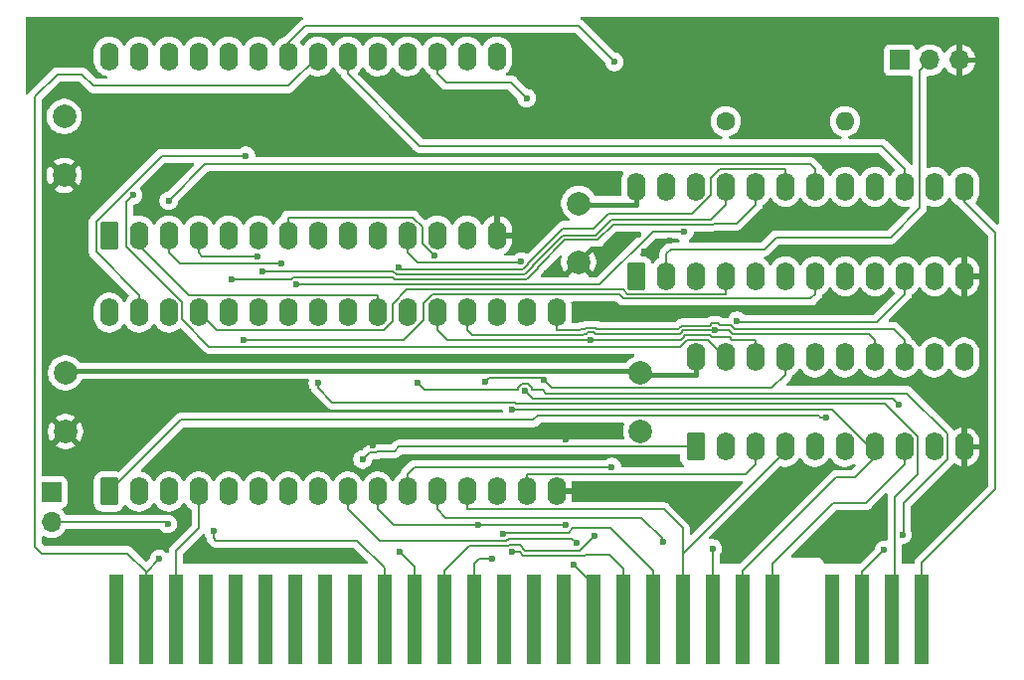
<source format=gbr>
%TF.GenerationSoftware,KiCad,Pcbnew,9.0.0*%
%TF.CreationDate,2025-03-16T01:26:31+03:00*%
%TF.ProjectId,128k_expander,3132386b-5f65-4787-9061-6e6465722e6b,rev?*%
%TF.SameCoordinates,Original*%
%TF.FileFunction,Copper,L1,Top*%
%TF.FilePolarity,Positive*%
%FSLAX46Y46*%
G04 Gerber Fmt 4.6, Leading zero omitted, Abs format (unit mm)*
G04 Created by KiCad (PCBNEW 9.0.0) date 2025-03-16 01:26:31*
%MOMM*%
%LPD*%
G01*
G04 APERTURE LIST*
G04 Aperture macros list*
%AMRoundRect*
0 Rectangle with rounded corners*
0 $1 Rounding radius*
0 $2 $3 $4 $5 $6 $7 $8 $9 X,Y pos of 4 corners*
0 Add a 4 corners polygon primitive as box body*
4,1,4,$2,$3,$4,$5,$6,$7,$8,$9,$2,$3,0*
0 Add four circle primitives for the rounded corners*
1,1,$1+$1,$2,$3*
1,1,$1+$1,$4,$5*
1,1,$1+$1,$6,$7*
1,1,$1+$1,$8,$9*
0 Add four rect primitives between the rounded corners*
20,1,$1+$1,$2,$3,$4,$5,0*
20,1,$1+$1,$4,$5,$6,$7,0*
20,1,$1+$1,$6,$7,$8,$9,0*
20,1,$1+$1,$8,$9,$2,$3,0*%
G04 Aperture macros list end*
%TA.AperFunction,ComponentPad*%
%ADD10C,2.000000*%
%TD*%
%TA.AperFunction,ComponentPad*%
%ADD11RoundRect,0.250000X0.550000X-0.950000X0.550000X0.950000X-0.550000X0.950000X-0.550000X-0.950000X0*%
%TD*%
%TA.AperFunction,ComponentPad*%
%ADD12O,1.600000X2.400000*%
%TD*%
%TA.AperFunction,SMDPad,CuDef*%
%ADD13R,1.270000X7.620000*%
%TD*%
%TA.AperFunction,ComponentPad*%
%ADD14R,1.700000X1.700000*%
%TD*%
%TA.AperFunction,ComponentPad*%
%ADD15O,1.700000X1.700000*%
%TD*%
%TA.AperFunction,ComponentPad*%
%ADD16C,1.600000*%
%TD*%
%TA.AperFunction,ComponentPad*%
%ADD17O,1.600000X1.600000*%
%TD*%
%TA.AperFunction,ViaPad*%
%ADD18C,0.600000*%
%TD*%
%TA.AperFunction,Conductor*%
%ADD19C,0.200000*%
%TD*%
%TA.AperFunction,Conductor*%
%ADD20C,0.400000*%
%TD*%
G04 APERTURE END LIST*
D10*
%TO.P,C1,1*%
%TO.N,+5V*%
X40900000Y-100400000D03*
%TO.P,C1,2*%
%TO.N,GND*%
X40900000Y-105400000D03*
%TD*%
%TO.P,C2,1*%
%TO.N,+5V*%
X84700000Y-107800000D03*
%TO.P,C2,2*%
%TO.N,GND*%
X84700000Y-112800000D03*
%TD*%
D11*
%TO.P,U3,1,NC*%
%TO.N,/SA18*%
X44720000Y-132340000D03*
D12*
%TO.P,U3,2,A16*%
%TO.N,/A9*%
X47260000Y-132340000D03*
%TO.P,U3,3,A14*%
%TO.N,/A10*%
X49800000Y-132340000D03*
%TO.P,U3,4,A12*%
%TO.N,/A8*%
X52340000Y-132340000D03*
%TO.P,U3,5,A7*%
%TO.N,/A4*%
X54880000Y-132340000D03*
%TO.P,U3,6,A6*%
%TO.N,/A5*%
X57420000Y-132340000D03*
%TO.P,U3,7,A5*%
%TO.N,/A6*%
X59960000Y-132340000D03*
%TO.P,U3,8,A4*%
%TO.N,/A7*%
X62500000Y-132340000D03*
%TO.P,U3,9,A3*%
%TO.N,/A2*%
X65040000Y-132340000D03*
%TO.P,U3,10,A2*%
%TO.N,/A3*%
X67580000Y-132340000D03*
%TO.P,U3,11,A1*%
%TO.N,/A1*%
X70120000Y-132340000D03*
%TO.P,U3,12,A0*%
%TO.N,/A0*%
X72660000Y-132340000D03*
%TO.P,U3,13,I/O0*%
%TO.N,/D6*%
X75200000Y-132340000D03*
%TO.P,U3,14,I/O1*%
%TO.N,/D5*%
X77740000Y-132340000D03*
%TO.P,U3,15,I/O2*%
%TO.N,/D3*%
X80280000Y-132340000D03*
%TO.P,U3,16,GND*%
%TO.N,GND*%
X82820000Y-132340000D03*
%TO.P,U3,17,I/O3*%
%TO.N,/D7*%
X82820000Y-117100000D03*
%TO.P,U3,18,I/O4*%
%TO.N,/D0*%
X80280000Y-117100000D03*
%TO.P,U3,19,I/O5*%
%TO.N,/D1*%
X77740000Y-117100000D03*
%TO.P,U3,20,I/O6*%
%TO.N,/D2*%
X75200000Y-117100000D03*
%TO.P,U3,21,I/O7*%
%TO.N,/D4*%
X72660000Y-117100000D03*
%TO.P,U3,22,~{CS1}/~{CE1}*%
%TO.N,/RAMCS*%
X70120000Y-117100000D03*
%TO.P,U3,23,A10*%
%TO.N,/A12*%
X67580000Y-117100000D03*
%TO.P,U3,24,~{OE}*%
%TO.N,/RD*%
X65040000Y-117100000D03*
%TO.P,U3,25,A11*%
%TO.N,/A13*%
X62500000Y-117100000D03*
%TO.P,U3,26,A9*%
%TO.N,/SA14*%
X59960000Y-117100000D03*
%TO.P,U3,27,A8*%
%TO.N,/SA15*%
X57420000Y-117100000D03*
%TO.P,U3,28,A13*%
%TO.N,/SA16*%
X54880000Y-117100000D03*
%TO.P,U3,29,~{WE}*%
%TO.N,/WR*%
X52340000Y-117100000D03*
%TO.P,U3,30,CS2/CE2*%
%TO.N,/SA17*%
X49800000Y-117100000D03*
%TO.P,U3,31,A15*%
%TO.N,/A11*%
X47260000Y-117100000D03*
%TO.P,U3,32,VCC*%
%TO.N,+5V*%
X44720000Y-117100000D03*
%TD*%
D11*
%TO.P,U1,1,VPP*%
%TO.N,+5V*%
X44720000Y-110515000D03*
D12*
%TO.P,U1,2,A12*%
%TO.N,/A12*%
X47260000Y-110515000D03*
%TO.P,U1,3,A7*%
%TO.N,/A7*%
X49800000Y-110515000D03*
%TO.P,U1,4,A6*%
%TO.N,/A6*%
X52340000Y-110515000D03*
%TO.P,U1,5,A5*%
%TO.N,/A5*%
X54880000Y-110515000D03*
%TO.P,U1,6,A4*%
%TO.N,/A4*%
X57420000Y-110515000D03*
%TO.P,U1,7,A3*%
%TO.N,/A3*%
X59960000Y-110515000D03*
%TO.P,U1,8,A2*%
%TO.N,/A2*%
X62500000Y-110515000D03*
%TO.P,U1,9,A1*%
%TO.N,/A1*%
X65040000Y-110515000D03*
%TO.P,U1,10,A0*%
%TO.N,/A0*%
X67580000Y-110515000D03*
%TO.P,U1,11,D0*%
%TO.N,/D0*%
X70120000Y-110515000D03*
%TO.P,U1,12,D1*%
%TO.N,/D1*%
X72660000Y-110515000D03*
%TO.P,U1,13,D2*%
%TO.N,/D2*%
X75200000Y-110515000D03*
%TO.P,U1,14,GND*%
%TO.N,GND*%
X77740000Y-110515000D03*
%TO.P,U1,15,D3*%
%TO.N,/D3*%
X77740000Y-95275000D03*
%TO.P,U1,16,D4*%
%TO.N,/D4*%
X75200000Y-95275000D03*
%TO.P,U1,17,D5*%
%TO.N,/D5*%
X72660000Y-95275000D03*
%TO.P,U1,18,D6*%
%TO.N,/D6*%
X70120000Y-95275000D03*
%TO.P,U1,19,D7*%
%TO.N,/D7*%
X67580000Y-95275000D03*
%TO.P,U1,20,~{CE}*%
%TO.N,/ROMCS*%
X65040000Y-95275000D03*
%TO.P,U1,21,A10*%
%TO.N,/A10*%
X62500000Y-95275000D03*
%TO.P,U1,22,~{OE}*%
%TO.N,/MREQ*%
X59960000Y-95275000D03*
%TO.P,U1,23,A11*%
%TO.N,/A11*%
X57420000Y-95275000D03*
%TO.P,U1,24,A9*%
%TO.N,/A9*%
X54880000Y-95275000D03*
%TO.P,U1,25,A8*%
%TO.N,/A8*%
X52340000Y-95275000D03*
%TO.P,U1,26,A13*%
%TO.N,/A13*%
X49800000Y-95275000D03*
%TO.P,U1,27,A14*%
%TO.N,/ROMA14*%
X47260000Y-95275000D03*
%TO.P,U1,28,VCC*%
%TO.N,+5V*%
X44720000Y-95275000D03*
%TD*%
D10*
%TO.P,C4,1*%
%TO.N,+5V*%
X89980000Y-122225000D03*
%TO.P,C4,2*%
%TO.N,GND*%
X89980000Y-127225000D03*
%TD*%
D13*
%TO.P,J2,1,A15*%
%TO.N,/A15*%
X113880000Y-143200000D03*
%TO.P,J2,2,A13*%
%TO.N,/A13*%
X111340000Y-143200000D03*
%TO.P,J2,3,D7*%
%TO.N,/D7*%
X108800000Y-143200000D03*
%TO.P,J2,4,OE*%
%TO.N,unconnected-(J2-OE-Pad4)*%
X106260000Y-143200000D03*
%TO.P,J2,6,D0*%
%TO.N,/D0*%
X101180000Y-143200000D03*
%TO.P,J2,7,D1*%
%TO.N,/D1*%
X98640000Y-143200000D03*
%TO.P,J2,8,D2*%
%TO.N,/D2*%
X96100000Y-143200000D03*
%TO.P,J2,9,D6*%
%TO.N,/D6*%
X93560000Y-143200000D03*
%TO.P,J2,10,D5*%
%TO.N,/D5*%
X91020000Y-143200000D03*
%TO.P,J2,11,D3*%
%TO.N,/D3*%
X88480000Y-143200000D03*
%TO.P,J2,12,D4*%
%TO.N,/D4*%
X85940000Y-143200000D03*
%TO.P,J2,13,INT*%
%TO.N,unconnected-(J2-INT-Pad13)*%
X83400000Y-143200000D03*
%TO.P,J2,14,NMI*%
%TO.N,unconnected-(J2-NMI-Pad14)*%
X80860000Y-143200000D03*
%TO.P,J2,15,HALT*%
%TO.N,unconnected-(J2-HALT-Pad15)*%
X78320000Y-143200000D03*
%TO.P,J2,16,MREQ*%
%TO.N,/MREQ*%
X75780000Y-143200000D03*
%TO.P,J2,17,IORQ*%
%TO.N,/IORQ*%
X73240000Y-143200000D03*
%TO.P,J2,18,RD*%
%TO.N,/RD*%
X70700000Y-143200000D03*
%TO.P,J2,19,WR*%
%TO.N,/WR*%
X68160000Y-143200000D03*
%TO.P,J2,20,-5V*%
%TO.N,unconnected-(J2--5V-Pad20)*%
X65620000Y-143200000D03*
%TO.P,J2,21,WAIT*%
%TO.N,unconnected-(J2-WAIT-Pad21)*%
X63080000Y-143200000D03*
%TO.P,J2,22,+12V*%
%TO.N,unconnected-(J2-+12V-Pad22)*%
X60540000Y-143200000D03*
%TO.P,J2,23,-12V*%
%TO.N,unconnected-(J2--12V-Pad23)*%
X58000000Y-143200000D03*
%TO.P,J2,24,M1*%
%TO.N,unconnected-(J2-M1-Pad24)*%
X55460000Y-143200000D03*
%TO.P,J2,25,RFSH*%
%TO.N,unconnected-(J2-RFSH-Pad25)*%
X52920000Y-143200000D03*
%TO.P,J2,26,A8*%
%TO.N,/A8*%
X50380000Y-143200000D03*
%TO.P,J2,27,A10*%
%TO.N,/A10*%
X47840000Y-143200000D03*
%TO.P,J2,28,NC*%
%TO.N,unconnected-(J2-NC-Pad28)*%
X45300000Y-143200000D03*
%TD*%
D10*
%TO.P,C3,1*%
%TO.N,+5V*%
X41000000Y-122225000D03*
%TO.P,C3,2*%
%TO.N,GND*%
X41000000Y-127225000D03*
%TD*%
D14*
%TO.P,JP2,1,Pin_1*%
%TO.N,Net-(JP2-Pin_1)*%
X112060000Y-95600000D03*
D15*
%TO.P,JP2,2,Pin_2*%
%TO.N,Net-(JP2-Pin_2)*%
X114600000Y-95600000D03*
%TO.P,JP2,3,Pin_3*%
%TO.N,GND*%
X117140000Y-95600000D03*
%TD*%
D11*
%TO.P,U2,1,CLK/IO*%
%TO.N,/MREQ*%
X89620000Y-114000000D03*
D12*
%TO.P,U2,2,I0*%
%TO.N,Net-(JP2-Pin_2)*%
X92160000Y-114000000D03*
%TO.P,U2,3,I1*%
%TO.N,/A1*%
X94700000Y-114000000D03*
%TO.P,U2,4,I2*%
%TO.N,/WR*%
X97240000Y-114000000D03*
%TO.P,U2,5,I3*%
%TO.N,/DIS128*%
X99780000Y-114000000D03*
%TO.P,U2,6,I4*%
%TO.N,/BANK2*%
X102320000Y-114000000D03*
%TO.P,U2,7,I5*%
%TO.N,/A5*%
X104860000Y-114000000D03*
%TO.P,U2,8,I6*%
%TO.N,/BANK0*%
X107400000Y-114000000D03*
%TO.P,U2,9,I7*%
%TO.N,/BANK4*%
X109940000Y-114000000D03*
%TO.P,U2,10,I8*%
%TO.N,/BANK3*%
X112480000Y-114000000D03*
%TO.P,U2,11,I9*%
%TO.N,/BANK1*%
X115020000Y-114000000D03*
%TO.P,U2,12,GND*%
%TO.N,GND*%
X117560000Y-114000000D03*
%TO.P,U2,13,OE/I10*%
%TO.N,/A15*%
X117560000Y-106380000D03*
%TO.P,U2,14,I11*%
%TO.N,/A14*%
X115020000Y-106380000D03*
%TO.P,U2,15,O0*%
%TO.N,/ROMCS*%
X112480000Y-106380000D03*
%TO.P,U2,16,O1*%
%TO.N,/CLK7FFD*%
X109940000Y-106380000D03*
%TO.P,U2,17,O2*%
%TO.N,/SA18*%
X107400000Y-106380000D03*
%TO.P,U2,18,O3*%
%TO.N,/SA17*%
X104860000Y-106380000D03*
%TO.P,U2,19,O4*%
%TO.N,/RAMCS*%
X102320000Y-106380000D03*
%TO.P,U2,20,O5*%
%TO.N,/SA16*%
X99780000Y-106380000D03*
%TO.P,U2,21,O6*%
%TO.N,/SA15*%
X97240000Y-106380000D03*
%TO.P,U2,22,O7*%
%TO.N,/SA14*%
X94700000Y-106380000D03*
%TO.P,U2,23,I12*%
%TO.N,/IORQ*%
X92160000Y-106380000D03*
%TO.P,U2,24,VCC*%
%TO.N,+5V*%
X89620000Y-106380000D03*
%TD*%
D14*
%TO.P,JP1,1,A*%
%TO.N,+5V*%
X39800000Y-132400000D03*
D15*
%TO.P,JP1,2,B*%
%TO.N,Net-(J2-ROMCS)*%
X39800000Y-134940000D03*
%TD*%
D11*
%TO.P,U4,1,~{Mr}*%
%TO.N,/RESET*%
X94660000Y-128535000D03*
D12*
%TO.P,U4,2,Q0*%
%TO.N,unconnected-(U4-Q0-Pad2)*%
X97200000Y-128535000D03*
%TO.P,U4,3,D0*%
%TO.N,/D3*%
X99740000Y-128535000D03*
%TO.P,U4,4,D1*%
%TO.N,/D6*%
X102280000Y-128535000D03*
%TO.P,U4,5,Q1*%
%TO.N,/BANK3*%
X104820000Y-128535000D03*
%TO.P,U4,6,Q2*%
%TO.N,/BANK1*%
X107360000Y-128535000D03*
%TO.P,U4,7,D2*%
%TO.N,/D1*%
X109900000Y-128535000D03*
%TO.P,U4,8,D3*%
%TO.N,/D0*%
X112440000Y-128535000D03*
%TO.P,U4,9,Q3*%
%TO.N,/BANK0*%
X114980000Y-128535000D03*
%TO.P,U4,10,GND*%
%TO.N,GND*%
X117520000Y-128535000D03*
%TO.P,U4,11,Cp*%
%TO.N,/CLK7FFD*%
X117520000Y-120915000D03*
%TO.P,U4,12,Q4*%
%TO.N,/BANK4*%
X114980000Y-120915000D03*
%TO.P,U4,13,D4*%
%TO.N,/D7*%
X112440000Y-120915000D03*
%TO.P,U4,14,D5*%
%TO.N,/D2*%
X109900000Y-120915000D03*
%TO.P,U4,15,Q5*%
%TO.N,/BANK2*%
X107360000Y-120915000D03*
%TO.P,U4,16,Q6*%
%TO.N,/DIS128*%
X104820000Y-120915000D03*
%TO.P,U4,17,D6*%
%TO.N,/D5*%
X102280000Y-120915000D03*
%TO.P,U4,18,D7*%
%TO.N,/D4*%
X99740000Y-120915000D03*
%TO.P,U4,19,Q7*%
%TO.N,/ROMA14*%
X97200000Y-120915000D03*
%TO.P,U4,20,VCC*%
%TO.N,+5V*%
X94660000Y-120915000D03*
%TD*%
D16*
%TO.P,R1,1*%
%TO.N,+5V*%
X97220000Y-100800000D03*
D17*
%TO.P,R1,2*%
%TO.N,Net-(JP2-Pin_1)*%
X107380000Y-100800000D03*
%TD*%
D18*
%TO.N,/A5*%
X56150000Y-119449000D03*
%TO.N,/D0*%
X111976300Y-124967000D03*
X79805000Y-112756400D03*
X80140400Y-123749100D03*
%TO.N,/RAMCS*%
X69415200Y-113253500D03*
%TO.N,/D4*%
X85747900Y-119395200D03*
X84236600Y-138563400D03*
%TO.N,/A3*%
X83610900Y-135219500D03*
X76150000Y-135185200D03*
X72415300Y-112269700D03*
%TO.N,/SA17*%
X49785000Y-107580600D03*
%TO.N,/A10*%
X48977800Y-138100000D03*
%TO.N,/D5*%
X78275000Y-135969400D03*
X81715200Y-122859100D03*
X76700000Y-123000000D03*
X80273600Y-98826400D03*
%TO.N,/A6*%
X57375000Y-112320800D03*
%TO.N,/A1*%
X87532800Y-130260900D03*
%TO.N,/A12*%
X112276700Y-136000000D03*
X71010000Y-123093900D03*
%TO.N,/A0*%
X91900000Y-136600000D03*
%TO.N,/A2*%
X84541200Y-136734900D03*
%TO.N,/SA16*%
X55186500Y-114257200D03*
%TO.N,/A11*%
X56347700Y-103758300D03*
%TO.N,/A13*%
X62500000Y-123100000D03*
%TO.N,/A7*%
X59418000Y-112920100D03*
%TO.N,GND*%
X67200000Y-128400000D03*
X117700000Y-133100000D03*
X52400000Y-124100000D03*
X115300000Y-117600000D03*
X91300000Y-99700000D03*
X73900000Y-127400000D03*
X41900000Y-130000000D03*
X82200000Y-107600000D03*
X84900000Y-105700000D03*
X52500000Y-100900000D03*
X116300000Y-124200000D03*
X78200000Y-127500000D03*
X62900000Y-99800000D03*
X46000000Y-100900000D03*
X83700000Y-95600000D03*
X56100000Y-99800000D03*
X71500000Y-127500000D03*
X87700000Y-132500000D03*
X62100000Y-124900000D03*
X86900000Y-113000000D03*
X52400000Y-128400000D03*
X85200000Y-117000000D03*
X93000000Y-117000000D03*
X108700000Y-109300000D03*
X98500000Y-110700000D03*
X59900000Y-124300000D03*
X101700000Y-109200000D03*
X51100000Y-134600000D03*
X78500000Y-129400000D03*
X75600000Y-100700000D03*
X105400000Y-95700000D03*
X82900000Y-129400000D03*
X106500000Y-104000000D03*
X94900000Y-110800000D03*
X107200000Y-135600000D03*
X38900000Y-95400000D03*
X44700000Y-123500000D03*
X40300000Y-94300000D03*
X54100000Y-137400000D03*
X90300000Y-111900000D03*
X63000000Y-128000000D03*
X90500000Y-129700000D03*
X57400000Y-124500000D03*
X54900000Y-107000000D03*
X64500000Y-106700000D03*
X93900000Y-132800000D03*
X80400000Y-110800000D03*
X92500000Y-111000000D03*
X49800000Y-124700000D03*
X49700000Y-100900000D03*
X85500000Y-100600000D03*
X68400000Y-130500000D03*
X40900000Y-113700000D03*
X110500000Y-134300000D03*
X47200000Y-124800000D03*
X113100000Y-111400000D03*
X44500000Y-128400000D03*
X92000000Y-131800000D03*
X89800000Y-110500000D03*
X102700000Y-132400000D03*
X99500000Y-135200000D03*
X114400000Y-133000000D03*
X83600000Y-127900000D03*
X80600000Y-108900000D03*
X76600000Y-107200000D03*
X82300000Y-113600000D03*
X40900000Y-124700000D03*
%TO.N,/RD*%
X69482500Y-137500000D03*
%TO.N,/SA14*%
X60612900Y-114721400D03*
X93700000Y-110201000D03*
%TO.N,/SA18*%
X105800000Y-126000000D03*
%TO.N,/D1*%
X79029200Y-125363800D03*
%TO.N,/D2*%
X96295400Y-118605800D03*
X96091700Y-137200000D03*
%TO.N,/D7*%
X110700000Y-137300000D03*
%TO.N,/SA15*%
X57778000Y-113593300D03*
%TO.N,/D3*%
X79050000Y-137503400D03*
%TO.N,/WR*%
X53600000Y-135700000D03*
%TO.N,/IORQ*%
X86065400Y-136073300D03*
%TO.N,/MREQ*%
X77300000Y-138100000D03*
X87750000Y-95739000D03*
%TO.N,/BANK3*%
X98200000Y-117800000D03*
%TO.N,/RESET*%
X66300000Y-129600000D03*
%TO.N,/ROMA14*%
X46744600Y-107100000D03*
%TO.N,Net-(J2-ROMCS)*%
X49700000Y-135100000D03*
%TD*%
D19*
%TO.N,/A10*%
X47840000Y-139140000D02*
X47840000Y-141144100D01*
X46300000Y-137600000D02*
X47840000Y-139140000D01*
X38992000Y-137600000D02*
X46300000Y-137600000D01*
X38400000Y-98689000D02*
X38400000Y-137008000D01*
X42369900Y-96794500D02*
X40294500Y-96794500D01*
X43375400Y-97800000D02*
X42369900Y-96794500D01*
X40294500Y-96794500D02*
X38400000Y-98689000D01*
X62500000Y-95275000D02*
X59975000Y-97800000D01*
X59975000Y-97800000D02*
X43375400Y-97800000D01*
X38400000Y-137008000D02*
X38992000Y-137600000D01*
D20*
%TO.N,+5V*%
X94660000Y-122416700D02*
X90171700Y-122416700D01*
X89620000Y-107881700D02*
X84781700Y-107881700D01*
X84781700Y-107881700D02*
X84700000Y-107800000D01*
X89812700Y-122057700D02*
X41167300Y-122057700D01*
X41167300Y-122057700D02*
X41000000Y-122225000D01*
X89620000Y-106380000D02*
X89620000Y-107881700D01*
X89980000Y-122225000D02*
X89812700Y-122057700D01*
X90171700Y-122416700D02*
X89980000Y-122225000D01*
X94660000Y-120915000D02*
X94660000Y-122416700D01*
D19*
%TO.N,/A5*%
X56150000Y-119449000D02*
X69793400Y-119449000D01*
X71476400Y-117766000D02*
X71476400Y-116318200D01*
X104453900Y-115907800D02*
X104860000Y-115501700D01*
X88502500Y-115907800D02*
X104453900Y-115907800D01*
X88152300Y-115557600D02*
X88502500Y-115907800D01*
X69793400Y-119449000D02*
X71476400Y-117766000D01*
X72237000Y-115557600D02*
X88152300Y-115557600D01*
X104860000Y-114000000D02*
X104860000Y-115501700D01*
X71476400Y-116318200D02*
X72237000Y-115557600D01*
%TO.N,/D0*%
X111464000Y-124454700D02*
X111976300Y-124967000D01*
X101180000Y-143200000D02*
X101180000Y-138520000D01*
X106382200Y-133317800D02*
X109158900Y-133317800D01*
X101180000Y-138520000D02*
X106382200Y-133317800D01*
X70120000Y-112016700D02*
X70974700Y-112871400D01*
X109158900Y-133317800D02*
X112440000Y-130036700D01*
X80846000Y-124454700D02*
X111464000Y-124454700D01*
X70974700Y-112871400D02*
X79690000Y-112871400D01*
X80140400Y-123749100D02*
X80846000Y-124454700D01*
X79690000Y-112871400D02*
X79805000Y-112756400D01*
X70120000Y-110515000D02*
X70120000Y-112016700D01*
X112440000Y-130036700D02*
X112440000Y-128535000D01*
%TO.N,/RAMCS*%
X102320000Y-106380000D02*
X102320000Y-104878300D01*
X95970000Y-107108200D02*
X94378200Y-108700000D01*
X80406000Y-113005343D02*
X80053943Y-113357400D01*
X79908400Y-113391600D02*
X69553300Y-113391600D01*
X83385500Y-109914500D02*
X80406000Y-112894000D01*
X87217900Y-108700000D02*
X86003400Y-109914500D01*
X80406000Y-112894000D02*
X80406000Y-113005343D01*
X79942600Y-113357400D02*
X79908400Y-113391600D01*
X96741500Y-104878300D02*
X95970000Y-105649800D01*
X94378200Y-108700000D02*
X87217900Y-108700000D01*
X69553300Y-113391600D02*
X69415200Y-113253500D01*
X86003400Y-109914500D02*
X83385500Y-109914500D01*
X80053943Y-113357400D02*
X79942600Y-113357400D01*
X102320000Y-104878300D02*
X96741500Y-104878300D01*
X95970000Y-105649800D02*
X95970000Y-107108200D01*
%TO.N,/D4*%
X93559000Y-119247200D02*
X93793900Y-119012300D01*
X85747900Y-119395200D02*
X85752700Y-119400000D01*
X94126100Y-119012300D02*
X95518000Y-119012300D01*
X93406200Y-119400000D02*
X93559000Y-119247200D01*
X96046300Y-119207500D02*
X97562100Y-119207500D01*
X85940000Y-140266800D02*
X84236600Y-138563400D01*
X95518000Y-119012300D02*
X95850200Y-119012300D01*
X72660000Y-117100000D02*
X72660000Y-118601700D01*
X96045850Y-119207950D02*
X96046300Y-119207500D01*
X85747900Y-119395200D02*
X85702300Y-119440800D01*
X85940000Y-143200000D02*
X85940000Y-140266800D01*
X97767900Y-119413300D02*
X99740000Y-119413300D01*
X85752700Y-119400000D02*
X93406200Y-119400000D01*
X85702300Y-119440800D02*
X73499100Y-119440800D01*
X97562100Y-119207500D02*
X97767900Y-119413300D01*
X93793900Y-119012300D02*
X94126100Y-119012300D01*
X73499100Y-119440800D02*
X72660000Y-118601700D01*
X99740000Y-119413300D02*
X99740000Y-120915000D01*
X95850200Y-119012300D02*
X96045850Y-119207950D01*
%TO.N,/A3*%
X70589200Y-109013300D02*
X71390000Y-109814100D01*
X67580000Y-132340000D02*
X67580000Y-133841700D01*
X59960000Y-110515000D02*
X59960000Y-109013300D01*
X71390000Y-111244400D02*
X72415300Y-112269700D01*
X76184300Y-135219500D02*
X83610900Y-135219500D01*
X67580000Y-133841700D02*
X68923500Y-135185200D01*
X59960000Y-109013300D02*
X70589200Y-109013300D01*
X71390000Y-109814100D02*
X71390000Y-111244400D01*
X68923500Y-135185200D02*
X76150000Y-135185200D01*
X76150000Y-135185200D02*
X76184300Y-135219500D01*
%TO.N,/SA17*%
X104458300Y-104476600D02*
X104860000Y-104878300D01*
X52889000Y-104476600D02*
X104458300Y-104476600D01*
X49785000Y-107580600D02*
X52889000Y-104476600D01*
X104860000Y-106380000D02*
X104860000Y-104878300D01*
%TO.N,/A10*%
X47840000Y-143200000D02*
X47840000Y-141144100D01*
X47840000Y-139237800D02*
X48977800Y-138100000D01*
X47840000Y-141144100D02*
X47840000Y-139237800D01*
%TO.N,/D5*%
X91020000Y-143200000D02*
X91020000Y-139088300D01*
X102280000Y-122416700D02*
X101161200Y-123535500D01*
X73397300Y-97514000D02*
X72660000Y-96776700D01*
X72660000Y-96776700D02*
X72660000Y-95275000D01*
X78275000Y-135969400D02*
X78423200Y-135821200D01*
X83860100Y-135821200D02*
X84209800Y-135471500D01*
X84209800Y-135471500D02*
X87403200Y-135471500D01*
X76700000Y-123000000D02*
X77040600Y-122659400D01*
X78423200Y-135821200D02*
X83860100Y-135821200D01*
X82391600Y-123535500D02*
X81715200Y-122859100D01*
X102280000Y-120915000D02*
X102280000Y-122416700D01*
X78961200Y-97514000D02*
X73397300Y-97514000D01*
X87403200Y-135471500D02*
X91020000Y-139088300D01*
X81515500Y-122659400D02*
X81715200Y-122859100D01*
X101161200Y-123535500D02*
X82391600Y-123535500D01*
X80273600Y-98826400D02*
X78961200Y-97514000D01*
X77040600Y-122659400D02*
X81515500Y-122659400D01*
%TO.N,/A6*%
X52340000Y-110515000D02*
X52340000Y-112016700D01*
X52644100Y-112320800D02*
X57375000Y-112320800D01*
X52340000Y-112016700D02*
X52644100Y-112320800D01*
%TO.N,/D6*%
X93560000Y-137640000D02*
X102280000Y-128920000D01*
X93560000Y-138756400D02*
X93560000Y-135460000D01*
X93560000Y-135460000D02*
X91941700Y-133841700D01*
X93560000Y-143200000D02*
X93560000Y-138756400D01*
X75200000Y-133841700D02*
X75200000Y-132340000D01*
X102280000Y-128920000D02*
X102280000Y-128535000D01*
X93560000Y-138756400D02*
X93560000Y-137640000D01*
X91941700Y-133841700D02*
X75200000Y-133841700D01*
%TO.N,/A1*%
X70120000Y-130838300D02*
X70697400Y-130260900D01*
X70120000Y-132340000D02*
X70120000Y-130838300D01*
X70697400Y-130260900D02*
X87532800Y-130260900D01*
%TO.N,/A12*%
X81898100Y-123967800D02*
X81630300Y-123700000D01*
X116081000Y-127381000D02*
X112667800Y-123967800D01*
X80741400Y-123700000D02*
X80741400Y-123500157D01*
X112400000Y-135876700D02*
X112400000Y-133300000D01*
X71616100Y-123700000D02*
X71010000Y-123093900D01*
X112276700Y-136000000D02*
X112400000Y-135876700D01*
X51498300Y-115598300D02*
X67580000Y-115598300D01*
X47260000Y-110515000D02*
X47260000Y-111360000D01*
X112667800Y-123967800D02*
X81898100Y-123967800D01*
X116081000Y-129618999D02*
X116081000Y-127381000D01*
X81630300Y-123700000D02*
X80741400Y-123700000D01*
X79539400Y-123500157D02*
X79539400Y-123700000D01*
X80389343Y-123148100D02*
X79891457Y-123148100D01*
X80741400Y-123500157D02*
X80389343Y-123148100D01*
X79539400Y-123700000D02*
X71616100Y-123700000D01*
X47260000Y-111360000D02*
X51498300Y-115598300D01*
X67580000Y-115598300D02*
X67580000Y-117100000D01*
X112400000Y-133300000D02*
X116081000Y-129618999D01*
X79891457Y-123148100D02*
X79539400Y-123500157D01*
%TO.N,/A0*%
X91900000Y-136600000D02*
X91900000Y-136400000D01*
X72660000Y-133841700D02*
X72660000Y-132340000D01*
X90066000Y-134566000D02*
X73384300Y-134566000D01*
X73384300Y-134566000D02*
X72660000Y-133841700D01*
X91900000Y-136400000D02*
X90066000Y-134566000D01*
%TO.N,/A2*%
X84140700Y-136334400D02*
X84541200Y-136734900D01*
X65040000Y-133841700D02*
X67769400Y-136571100D01*
X78524200Y-136571100D02*
X78760900Y-136334400D01*
X67769400Y-136571100D02*
X78524200Y-136571100D01*
X78760900Y-136334400D02*
X84140700Y-136334400D01*
X65040000Y-132340000D02*
X65040000Y-133841700D01*
%TO.N,/SA16*%
X98161700Y-109500000D02*
X99780000Y-107881700D01*
X87652800Y-109601000D02*
X95755600Y-109601000D01*
X95755600Y-109601000D02*
X96087800Y-109601000D01*
X80621043Y-113924500D02*
X80973100Y-113572443D01*
X80042600Y-114257400D02*
X80043800Y-114256200D01*
X60363800Y-114119700D02*
X68862600Y-114119700D01*
X80043800Y-114256200D02*
X80189000Y-114256200D01*
X86335900Y-110917900D02*
X87652800Y-109601000D01*
X80189000Y-114256200D02*
X80285800Y-114159400D01*
X80973100Y-113572443D02*
X81208000Y-113337543D01*
X81208000Y-113237200D02*
X83527300Y-110917900D01*
X60226300Y-114257200D02*
X60363800Y-114119700D01*
X55186500Y-114257200D02*
X60226300Y-114257200D01*
X99780000Y-107881700D02*
X99780000Y-106380000D01*
X81208000Y-113337543D02*
X81208000Y-113237200D01*
X69000300Y-114257400D02*
X80042600Y-114257400D01*
X80386143Y-114159400D02*
X80621043Y-113924500D01*
X80285800Y-114159400D02*
X80386143Y-114159400D01*
X96188800Y-109500000D02*
X98161700Y-109500000D01*
X96087800Y-109601000D02*
X96188800Y-109500000D01*
X68862600Y-114119700D02*
X69000300Y-114257400D01*
X83527300Y-110917900D02*
X86335900Y-110917900D01*
%TO.N,/A11*%
X47260000Y-117100000D02*
X47260000Y-115598300D01*
X43596100Y-111934400D02*
X43596100Y-109357300D01*
X43596100Y-109357300D02*
X49195100Y-103758300D01*
X47260000Y-115598300D02*
X43596100Y-111934400D01*
X49195100Y-103758300D02*
X56347700Y-103758300D01*
%TO.N,/A13*%
X79259700Y-124743100D02*
X79373000Y-124856400D01*
X110761400Y-124856400D02*
X113549800Y-127644800D01*
X113549800Y-130842700D02*
X111600000Y-132792500D01*
X111600000Y-142940000D02*
X111340000Y-143200000D01*
X63704900Y-124743100D02*
X79259700Y-124743100D01*
X62500000Y-123100000D02*
X62500000Y-123538200D01*
X111600000Y-132792500D02*
X111600000Y-142940000D01*
X79373000Y-124856400D02*
X110761400Y-124856400D01*
X113549800Y-127644800D02*
X113549800Y-130842700D01*
X62500000Y-123538200D02*
X63704900Y-124743100D01*
%TO.N,/A7*%
X50705800Y-112922500D02*
X59415600Y-112922500D01*
X49800000Y-112016700D02*
X50705800Y-112922500D01*
X59415600Y-112922500D02*
X59418000Y-112920100D01*
X49800000Y-110515000D02*
X49800000Y-112016700D01*
%TO.N,/RD*%
X69482500Y-137500000D02*
X69500000Y-137500000D01*
X69500000Y-137500000D02*
X70700000Y-138700000D01*
X70700000Y-138700000D02*
X70700000Y-143200000D01*
%TO.N,/SA14*%
X93699000Y-110200000D02*
X91017800Y-110200000D01*
X93700000Y-110201000D02*
X93699000Y-110200000D01*
X86496400Y-114721400D02*
X60612900Y-114721400D01*
X91017800Y-110200000D02*
X86496400Y-114721400D01*
%TO.N,/SA18*%
X50811300Y-126248700D02*
X44720000Y-132340000D01*
X105281600Y-126000000D02*
X105170200Y-125888600D01*
X80838300Y-126248700D02*
X50811300Y-126248700D01*
X105800000Y-126000000D02*
X105281600Y-126000000D01*
X105170200Y-125888600D02*
X81198400Y-125888600D01*
X81198400Y-125888600D02*
X80838300Y-126248700D01*
%TO.N,/D1*%
X109900000Y-129400000D02*
X108200000Y-131100000D01*
X108200000Y-131100000D02*
X106628300Y-131100000D01*
X79050000Y-125343000D02*
X106274400Y-125343000D01*
X98640000Y-139088300D02*
X98640000Y-143200000D01*
X106628300Y-131100000D02*
X98640000Y-139088300D01*
X79029200Y-125363800D02*
X79050000Y-125343000D01*
X109900000Y-128968600D02*
X109900000Y-129400000D01*
X106274400Y-125343000D02*
X109900000Y-128968600D01*
X109900000Y-128535000D02*
X109900000Y-128968600D01*
%TO.N,/A8*%
X52340000Y-135460000D02*
X52340000Y-132340000D01*
X50380000Y-137420000D02*
X52340000Y-135460000D01*
X50380000Y-143200000D02*
X50380000Y-137420000D01*
%TO.N,/D2*%
X93339100Y-118900000D02*
X93392900Y-118846200D01*
X75621100Y-119022800D02*
X85006100Y-119022800D01*
X85006100Y-119022800D02*
X85128900Y-118900000D01*
X96299500Y-118601700D02*
X97524400Y-118601700D01*
X97816200Y-118893500D02*
X109380200Y-118893500D01*
X97524400Y-118601700D02*
X97816200Y-118893500D01*
X75200000Y-118601700D02*
X75621100Y-119022800D01*
X94292200Y-118611300D02*
X95351900Y-118611300D01*
X93392900Y-118846200D02*
X93627800Y-118611300D01*
X75200000Y-117100000D02*
X75200000Y-118601700D01*
X109900000Y-120915000D02*
X109900000Y-119413300D01*
X96016300Y-118611300D02*
X96153100Y-118748100D01*
X95351900Y-118611300D02*
X95684100Y-118611300D01*
X96100000Y-137208300D02*
X96100000Y-143200000D01*
X85498957Y-118794200D02*
X85996843Y-118794200D01*
X109380200Y-118893500D02*
X109900000Y-119413300D01*
X93627800Y-118611300D02*
X93960000Y-118611300D01*
X85996843Y-118794200D02*
X86102643Y-118900000D01*
X86102643Y-118900000D02*
X93339100Y-118900000D01*
X95684100Y-118611300D02*
X96016300Y-118611300D01*
X93960000Y-118611300D02*
X94292200Y-118611300D01*
X85393157Y-118900000D02*
X85498957Y-118794200D01*
X85128900Y-118900000D02*
X85393157Y-118900000D01*
X96153100Y-118748100D02*
X96295400Y-118605800D01*
X96295400Y-118605800D02*
X96299500Y-118601700D01*
X96091700Y-137200000D02*
X96100000Y-137208300D01*
%TO.N,/D7*%
X84815000Y-118601700D02*
X82820000Y-118601700D01*
X93226800Y-118445200D02*
X93180200Y-118491800D01*
X94458300Y-118210300D02*
X94126100Y-118210300D01*
X96046457Y-118004800D02*
X95840957Y-118210300D01*
X96544343Y-118004800D02*
X96046457Y-118004800D01*
X97925400Y-118435600D02*
X97690500Y-118200700D01*
X85234257Y-118491800D02*
X84924900Y-118491800D01*
X97981600Y-118491800D02*
X97925400Y-118435600D01*
X84924900Y-118491800D02*
X84815000Y-118601700D01*
X82820000Y-118601700D02*
X82820000Y-117100000D01*
X95840957Y-118210300D02*
X95518000Y-118210300D01*
X96740243Y-118200700D02*
X96544343Y-118004800D01*
X85665057Y-118393200D02*
X85332857Y-118393200D01*
X111518500Y-118491800D02*
X97981600Y-118491800D01*
X93461700Y-118210300D02*
X93226800Y-118445200D01*
X94126100Y-118210300D02*
X93793900Y-118210300D01*
X108800000Y-139200000D02*
X108800000Y-143200000D01*
X97690500Y-118200700D02*
X97358300Y-118200700D01*
X112440000Y-120915000D02*
X112440000Y-119413300D01*
X97358300Y-118200700D02*
X96740243Y-118200700D01*
X86261543Y-118491800D02*
X86162943Y-118393200D01*
X93180200Y-118491800D02*
X86261543Y-118491800D01*
X110700000Y-137300000D02*
X108800000Y-139200000D01*
X93793900Y-118210300D02*
X93461700Y-118210300D01*
X95518000Y-118210300D02*
X95185800Y-118210300D01*
X112440000Y-119413300D02*
X111518500Y-118491800D01*
X85332857Y-118393200D02*
X85234257Y-118491800D01*
X95185800Y-118210300D02*
X94458300Y-118210300D01*
X85830743Y-118393200D02*
X85665057Y-118393200D01*
X86162943Y-118393200D02*
X85830743Y-118393200D01*
%TO.N,/SA15*%
X80807000Y-113171443D02*
X80220043Y-113758400D01*
X86169500Y-110516200D02*
X83361900Y-110516200D01*
X69166100Y-113855200D02*
X68902600Y-113591700D01*
X80022900Y-113855200D02*
X69166100Y-113855200D01*
X80119700Y-113758400D02*
X80022900Y-113855200D01*
X87485700Y-109200000D02*
X86169500Y-110516200D01*
X57779600Y-113591700D02*
X57778000Y-113593300D01*
X97240000Y-106380000D02*
X97240000Y-107881700D01*
X80807000Y-113071100D02*
X80807000Y-113171443D01*
X95921700Y-109200000D02*
X87485700Y-109200000D01*
X68902600Y-113591700D02*
X57779600Y-113591700D01*
X97240000Y-107881700D02*
X95921700Y-109200000D01*
X80220043Y-113758400D02*
X80119700Y-113758400D01*
X83361900Y-110516200D02*
X80807000Y-113071100D01*
%TO.N,/D3*%
X79982000Y-137767300D02*
X79718100Y-137503400D01*
X87300000Y-137700000D02*
X85341000Y-137700000D01*
X85351600Y-130838300D02*
X85375900Y-130862600D01*
X88480000Y-138880000D02*
X87300000Y-137700000D01*
X88480000Y-143200000D02*
X88480000Y-138880000D01*
X80280000Y-130838300D02*
X85351600Y-130838300D01*
X85341000Y-137700000D02*
X85241000Y-137800000D01*
X85375900Y-130862600D02*
X98914100Y-130862600D01*
X79718100Y-137503400D02*
X79050000Y-137503400D01*
X98914100Y-130862600D02*
X99740000Y-130036700D01*
X84800000Y-137800000D02*
X84767300Y-137767300D01*
X99740000Y-128535000D02*
X99740000Y-130036700D01*
X80280000Y-132340000D02*
X80280000Y-130838300D01*
X85241000Y-137800000D02*
X84800000Y-137800000D01*
X84767300Y-137767300D02*
X79982000Y-137767300D01*
%TO.N,/WR*%
X88844600Y-115506100D02*
X88494500Y-115156000D01*
X88494500Y-115155900D02*
X70065400Y-115155900D01*
X68160000Y-138860000D02*
X68160000Y-143200000D01*
X97240000Y-114000000D02*
X97240000Y-115501700D01*
X88494500Y-115156000D02*
X88494500Y-115155900D01*
X53600000Y-136300000D02*
X53800000Y-136500000D01*
X53600000Y-135700000D02*
X53600000Y-136300000D01*
X68086400Y-118618200D02*
X53858200Y-118618200D01*
X68000000Y-143040000D02*
X68160000Y-143200000D01*
X65800000Y-136500000D02*
X68160000Y-138860000D01*
X68850000Y-116371300D02*
X68850000Y-117854600D01*
X97240000Y-115501700D02*
X97235600Y-115506100D01*
X53858200Y-118618200D02*
X52340000Y-117100000D01*
X68850000Y-117854600D02*
X68086400Y-118618200D01*
X53800000Y-136500000D02*
X65800000Y-136500000D01*
X97235600Y-115506100D02*
X88844600Y-115506100D01*
X70065400Y-115155900D02*
X68850000Y-116371300D01*
%TO.N,/IORQ*%
X73240000Y-143200000D02*
X73240000Y-139088300D01*
X75355500Y-136972800D02*
X78690500Y-136972800D01*
X78777100Y-136886200D02*
X79668000Y-136886200D01*
X78690500Y-136972800D02*
X78777100Y-136886200D01*
X73240000Y-139088300D02*
X75355500Y-136972800D01*
X79668000Y-136886200D02*
X80148100Y-137366300D01*
X80148100Y-137366300D02*
X84772400Y-137366300D01*
X84772400Y-137366300D02*
X86065400Y-136073300D01*
%TO.N,/ROMCS*%
X110496700Y-102895000D02*
X71158300Y-102895000D01*
X112480000Y-104878300D02*
X110496700Y-102895000D01*
X112480000Y-106380000D02*
X112480000Y-104878300D01*
X65040000Y-95275000D02*
X65040000Y-96776700D01*
X71158300Y-102895000D02*
X65040000Y-96776700D01*
%TO.N,Net-(JP2-Pin_2)*%
X92160000Y-112093057D02*
X92553057Y-111700000D01*
X92160000Y-114000000D02*
X92160000Y-112093057D01*
X101514400Y-110700000D02*
X111253200Y-110700000D01*
X113750000Y-96450000D02*
X114600000Y-95600000D01*
X100514400Y-111700000D02*
X101514400Y-110700000D01*
X92553057Y-111700000D02*
X100514400Y-111700000D01*
X111253200Y-110700000D02*
X113750000Y-108203200D01*
X113750000Y-108203200D02*
X113750000Y-96450000D01*
%TO.N,/A15*%
X117560000Y-106380000D02*
X117560000Y-107660000D01*
X117560000Y-107660000D02*
X120200000Y-110300000D01*
X120200000Y-132100000D02*
X113880000Y-138420000D01*
X120200000Y-110300000D02*
X120200000Y-132100000D01*
X113880000Y-138420000D02*
X113880000Y-143200000D01*
%TO.N,/MREQ*%
X87750000Y-95739000D02*
X84711000Y-92700000D01*
X76200000Y-138100000D02*
X75780000Y-138520000D01*
X61400000Y-92700000D02*
X59960000Y-94140000D01*
X84711000Y-92700000D02*
X61400000Y-92700000D01*
X59960000Y-94140000D02*
X59960000Y-95275000D01*
X75780000Y-138520000D02*
X75780000Y-143200000D01*
X77300000Y-138100000D02*
X76200000Y-138100000D01*
%TO.N,/BANK3*%
X110091700Y-117890000D02*
X112480000Y-115501700D01*
X112480000Y-115501700D02*
X112480000Y-114000000D01*
X98290000Y-117890000D02*
X110091700Y-117890000D01*
X98200000Y-117800000D02*
X98290000Y-117890000D01*
%TO.N,/RESET*%
X69011800Y-128900000D02*
X69376800Y-128535000D01*
X67448943Y-129001000D02*
X67549943Y-128900000D01*
X69376800Y-128535000D02*
X94660000Y-128535000D01*
X66925029Y-128974971D02*
X66951057Y-129001000D01*
X66951057Y-129001000D02*
X67448943Y-129001000D01*
X66300000Y-129600000D02*
X66925029Y-128974971D01*
X67549943Y-128900000D02*
X69011800Y-128900000D01*
%TO.N,/ROMA14*%
X50901700Y-116243600D02*
X50901700Y-117662600D01*
X46744600Y-107100000D02*
X46140300Y-107704300D01*
X55851057Y-120000000D02*
X55901057Y-120050000D01*
X55901057Y-120050000D02*
X56398943Y-120050000D01*
X95684100Y-119413300D02*
X97185800Y-120915000D01*
X53239100Y-120000000D02*
X55851057Y-120000000D01*
X50901700Y-117662600D02*
X53239100Y-120000000D01*
X46140300Y-107704300D02*
X46140300Y-111482200D01*
X46140300Y-111482200D02*
X50901700Y-116243600D01*
X56448943Y-120000000D02*
X93373300Y-120000000D01*
X97185800Y-120915000D02*
X97200000Y-120915000D01*
X56398943Y-120050000D02*
X56448943Y-120000000D01*
X93373300Y-120000000D02*
X93960000Y-119413300D01*
X93960000Y-119413300D02*
X95684100Y-119413300D01*
%TO.N,Net-(J2-ROMCS)*%
X49700000Y-135100000D02*
X49540000Y-134940000D01*
X49540000Y-134940000D02*
X39800000Y-134940000D01*
%TD*%
%TA.AperFunction,Conductor*%
%TO.N,GND*%
G36*
X52785550Y-135954455D02*
G01*
X52796509Y-135955239D01*
X52816175Y-135969961D01*
X52838087Y-135981056D01*
X52848620Y-135994250D01*
X52852442Y-135997111D01*
X52856267Y-136003829D01*
X52860107Y-136008638D01*
X52864453Y-136016041D01*
X52890606Y-136079179D01*
X52978211Y-136210289D01*
X52978915Y-136210993D01*
X52982431Y-136216981D01*
X52995063Y-136263448D01*
X52999479Y-136277550D01*
X52999186Y-136278615D01*
X52999499Y-136279764D01*
X52999499Y-136379054D01*
X52999498Y-136379054D01*
X53040424Y-136531789D01*
X53040425Y-136531790D01*
X53060283Y-136566184D01*
X53060284Y-136566186D01*
X53119475Y-136668709D01*
X53119481Y-136668717D01*
X53248720Y-136797956D01*
X53248725Y-136797960D01*
X53431284Y-136980520D01*
X53431286Y-136980521D01*
X53431290Y-136980524D01*
X53553852Y-137051284D01*
X53568216Y-137059577D01*
X53720943Y-137100501D01*
X53720945Y-137100501D01*
X53886654Y-137100501D01*
X53886670Y-137100500D01*
X65499903Y-137100500D01*
X65566942Y-137120185D01*
X65587584Y-137136819D01*
X66739084Y-138288319D01*
X66772569Y-138349642D01*
X66767585Y-138419334D01*
X66725713Y-138475267D01*
X66660249Y-138499684D01*
X66651403Y-138500000D01*
X51104500Y-138500000D01*
X51037461Y-138480315D01*
X50991706Y-138427511D01*
X50980500Y-138376000D01*
X50980500Y-137720097D01*
X51000185Y-137653058D01*
X51016819Y-137632416D01*
X51837529Y-136811706D01*
X52665496Y-135983738D01*
X52687049Y-135971969D01*
X52706249Y-135956643D01*
X52717176Y-135955518D01*
X52726817Y-135950255D01*
X52751318Y-135952007D01*
X52775752Y-135949494D01*
X52785550Y-135954455D01*
G37*
%TD.AperFunction*%
%TA.AperFunction,Conductor*%
G36*
X106161445Y-129478865D02*
G01*
X106200483Y-129523917D01*
X106219162Y-129560576D01*
X106247715Y-129616614D01*
X106368028Y-129782213D01*
X106512786Y-129926971D01*
X106665307Y-130037782D01*
X106678390Y-130047287D01*
X106768325Y-130093111D01*
X106860776Y-130140218D01*
X106860778Y-130140218D01*
X106860781Y-130140220D01*
X106951862Y-130169814D01*
X107055465Y-130203477D01*
X107156557Y-130219488D01*
X107257648Y-130235500D01*
X107257649Y-130235500D01*
X107462351Y-130235500D01*
X107462352Y-130235500D01*
X107664534Y-130203477D01*
X107859219Y-130140220D01*
X108041610Y-130047287D01*
X108090252Y-130011946D01*
X108156058Y-129988467D01*
X108224112Y-130004292D01*
X108272807Y-130054398D01*
X108286682Y-130122876D01*
X108261333Y-130187985D01*
X108250818Y-130199946D01*
X107987584Y-130463181D01*
X107926261Y-130496666D01*
X107899903Y-130499500D01*
X106549242Y-130499500D01*
X106396513Y-130540423D01*
X106346972Y-130569027D01*
X106346971Y-130569027D01*
X106259587Y-130619477D01*
X106259582Y-130619481D01*
X98415383Y-138463681D01*
X98354060Y-138497166D01*
X98327702Y-138500000D01*
X96824500Y-138500000D01*
X96757461Y-138480315D01*
X96711706Y-138427511D01*
X96700500Y-138376000D01*
X96700500Y-137767343D01*
X96720185Y-137700304D01*
X96721398Y-137698452D01*
X96801094Y-137579179D01*
X96861437Y-137433497D01*
X96892200Y-137278842D01*
X96892200Y-137121158D01*
X96892200Y-137121155D01*
X96892199Y-137121153D01*
X96878301Y-137051282D01*
X96861437Y-136966503D01*
X96844039Y-136924500D01*
X96801097Y-136820827D01*
X96801090Y-136820814D01*
X96713489Y-136689711D01*
X96713486Y-136689707D01*
X96601992Y-136578213D01*
X96601988Y-136578210D01*
X96470885Y-136490609D01*
X96470872Y-136490602D01*
X96325201Y-136430264D01*
X96325189Y-136430261D01*
X96170545Y-136399500D01*
X96170542Y-136399500D01*
X96012858Y-136399500D01*
X95991799Y-136403689D01*
X95960488Y-136409917D01*
X95890896Y-136403689D01*
X95835719Y-136360825D01*
X95812475Y-136294935D01*
X95828543Y-136226938D01*
X95848613Y-136200621D01*
X101823837Y-130225396D01*
X101885158Y-130191913D01*
X101949832Y-130195147D01*
X101975466Y-130203477D01*
X102177648Y-130235500D01*
X102177649Y-130235500D01*
X102382351Y-130235500D01*
X102382352Y-130235500D01*
X102584534Y-130203477D01*
X102779219Y-130140220D01*
X102961610Y-130047287D01*
X103076942Y-129963494D01*
X103127213Y-129926971D01*
X103127215Y-129926968D01*
X103127219Y-129926966D01*
X103271966Y-129782219D01*
X103271968Y-129782215D01*
X103271971Y-129782213D01*
X103392284Y-129616614D01*
X103392283Y-129616614D01*
X103392287Y-129616610D01*
X103439516Y-129523917D01*
X103487489Y-129473123D01*
X103555310Y-129456328D01*
X103621445Y-129478865D01*
X103660483Y-129523917D01*
X103679162Y-129560576D01*
X103707715Y-129616614D01*
X103828028Y-129782213D01*
X103972786Y-129926971D01*
X104125307Y-130037782D01*
X104138390Y-130047287D01*
X104228325Y-130093111D01*
X104320776Y-130140218D01*
X104320778Y-130140218D01*
X104320781Y-130140220D01*
X104411862Y-130169814D01*
X104515465Y-130203477D01*
X104616557Y-130219488D01*
X104717648Y-130235500D01*
X104717649Y-130235500D01*
X104922351Y-130235500D01*
X104922352Y-130235500D01*
X105124534Y-130203477D01*
X105319219Y-130140220D01*
X105501610Y-130047287D01*
X105616942Y-129963494D01*
X105667213Y-129926971D01*
X105667215Y-129926968D01*
X105667219Y-129926966D01*
X105811966Y-129782219D01*
X105811968Y-129782215D01*
X105811971Y-129782213D01*
X105932284Y-129616614D01*
X105932283Y-129616614D01*
X105932287Y-129616610D01*
X105979516Y-129523917D01*
X106027489Y-129473123D01*
X106095310Y-129456328D01*
X106161445Y-129478865D01*
G37*
%TD.AperFunction*%
%TA.AperFunction,Conductor*%
G36*
X110912911Y-132481217D02*
G01*
X110944939Y-132483508D01*
X110947385Y-132485339D01*
X110950417Y-132485702D01*
X110975165Y-132506135D01*
X111000872Y-132525380D01*
X111001939Y-132528242D01*
X111004295Y-132530187D01*
X111014069Y-132560764D01*
X111025289Y-132590844D01*
X111024920Y-132594706D01*
X111025570Y-132596739D01*
X111021380Y-132631783D01*
X110999499Y-132713443D01*
X110999499Y-132881546D01*
X110999500Y-132881559D01*
X110999500Y-136392297D01*
X110979815Y-136459336D01*
X110927011Y-136505091D01*
X110857853Y-136515035D01*
X110851309Y-136513914D01*
X110778845Y-136499500D01*
X110778842Y-136499500D01*
X110621158Y-136499500D01*
X110621155Y-136499500D01*
X110466510Y-136530261D01*
X110466498Y-136530264D01*
X110320827Y-136590602D01*
X110320814Y-136590609D01*
X110189711Y-136678210D01*
X110189707Y-136678213D01*
X110078213Y-136789707D01*
X110078210Y-136789711D01*
X109990609Y-136920814D01*
X109990602Y-136920827D01*
X109930264Y-137066498D01*
X109930261Y-137066508D01*
X109899362Y-137221848D01*
X109866977Y-137283759D01*
X109865426Y-137285337D01*
X108687084Y-138463681D01*
X108625761Y-138497166D01*
X108599403Y-138500000D01*
X105689500Y-138500000D01*
X105622461Y-138480315D01*
X105576706Y-138427511D01*
X105568102Y-138387964D01*
X105566561Y-138388168D01*
X105565500Y-138380115D01*
X105565500Y-138380108D01*
X105531392Y-138252814D01*
X105465500Y-138138686D01*
X105372314Y-138045500D01*
X105311325Y-138010288D01*
X105258187Y-137979608D01*
X105194539Y-137962554D01*
X105130892Y-137945500D01*
X105130891Y-137945500D01*
X102903097Y-137945500D01*
X102836058Y-137925815D01*
X102790303Y-137873011D01*
X102780359Y-137803853D01*
X102809384Y-137740297D01*
X102815416Y-137733819D01*
X104625983Y-135923253D01*
X106594617Y-133954619D01*
X106655940Y-133921134D01*
X106682298Y-133918300D01*
X109072231Y-133918300D01*
X109072247Y-133918301D01*
X109079843Y-133918301D01*
X109237954Y-133918301D01*
X109237957Y-133918301D01*
X109390685Y-133877377D01*
X109440804Y-133848439D01*
X109527616Y-133798320D01*
X109639420Y-133686516D01*
X109639420Y-133686514D01*
X109649628Y-133676307D01*
X109649630Y-133676304D01*
X110813926Y-132512007D01*
X110816604Y-132510545D01*
X110818195Y-132507936D01*
X110847076Y-132493906D01*
X110875247Y-132478524D01*
X110878293Y-132478741D01*
X110881042Y-132477407D01*
X110912911Y-132481217D01*
G37*
%TD.AperFunction*%
%TA.AperFunction,Conductor*%
G36*
X116361445Y-107323865D02*
G01*
X116400485Y-107368919D01*
X116447715Y-107461614D01*
X116568028Y-107627213D01*
X116712786Y-107771971D01*
X116878385Y-107892284D01*
X116878387Y-107892285D01*
X116878390Y-107892287D01*
X117018969Y-107963916D01*
X117053928Y-107990444D01*
X117063205Y-108000528D01*
X117079480Y-108028716D01*
X117191284Y-108140520D01*
X117191286Y-108140521D01*
X117200193Y-108149428D01*
X119563181Y-110512416D01*
X119596666Y-110573739D01*
X119599500Y-110600097D01*
X119599500Y-131799902D01*
X119579815Y-131866941D01*
X119563181Y-131887583D01*
X113399481Y-138051282D01*
X113399479Y-138051285D01*
X113359509Y-138120517D01*
X113359508Y-138120518D01*
X113340708Y-138153081D01*
X113320423Y-138188215D01*
X113279499Y-138340943D01*
X113279499Y-138340945D01*
X113279499Y-138376000D01*
X113259814Y-138443039D01*
X113207010Y-138488794D01*
X113155499Y-138500000D01*
X112324500Y-138500000D01*
X112257461Y-138480315D01*
X112211706Y-138427511D01*
X112200500Y-138376000D01*
X112200500Y-136924500D01*
X112220185Y-136857461D01*
X112272989Y-136811706D01*
X112324500Y-136800500D01*
X112355544Y-136800500D01*
X112355545Y-136800499D01*
X112510197Y-136769737D01*
X112655879Y-136709394D01*
X112786989Y-136621789D01*
X112898489Y-136510289D01*
X112986094Y-136379179D01*
X113046437Y-136233497D01*
X113077200Y-136078842D01*
X113077200Y-135921158D01*
X113077200Y-135921155D01*
X113077199Y-135921153D01*
X113046439Y-135766511D01*
X113046436Y-135766501D01*
X113043783Y-135760097D01*
X113009939Y-135678388D01*
X113000500Y-135630936D01*
X113000500Y-133600097D01*
X113020185Y-133533058D01*
X113036819Y-133512416D01*
X116567267Y-129981968D01*
X116569318Y-129984019D01*
X116614433Y-129951056D01*
X116684178Y-129946879D01*
X116729304Y-129967414D01*
X116838650Y-130046859D01*
X117020968Y-130139754D01*
X117215578Y-130202988D01*
X117270000Y-130211607D01*
X117270000Y-128850686D01*
X117274394Y-128855080D01*
X117365606Y-128907741D01*
X117467339Y-128935000D01*
X117572661Y-128935000D01*
X117674394Y-128907741D01*
X117765606Y-128855080D01*
X117770000Y-128850686D01*
X117770000Y-130211606D01*
X117824421Y-130202988D01*
X118019031Y-130139754D01*
X118201349Y-130046859D01*
X118366894Y-129926582D01*
X118366895Y-129926582D01*
X118511582Y-129781895D01*
X118511582Y-129781894D01*
X118631859Y-129616349D01*
X118724755Y-129434031D01*
X118787990Y-129239417D01*
X118820000Y-129037317D01*
X118820000Y-128785000D01*
X117835686Y-128785000D01*
X117840080Y-128780606D01*
X117892741Y-128689394D01*
X117920000Y-128587661D01*
X117920000Y-128482339D01*
X117892741Y-128380606D01*
X117840080Y-128289394D01*
X117835686Y-128285000D01*
X118820000Y-128285000D01*
X118820000Y-128032682D01*
X118787990Y-127830582D01*
X118724755Y-127635968D01*
X118631859Y-127453650D01*
X118511582Y-127288105D01*
X118511582Y-127288104D01*
X118366895Y-127143417D01*
X118201349Y-127023140D01*
X118019029Y-126930244D01*
X117824413Y-126867009D01*
X117770000Y-126858390D01*
X117770000Y-128219314D01*
X117765606Y-128214920D01*
X117674394Y-128162259D01*
X117572661Y-128135000D01*
X117467339Y-128135000D01*
X117365606Y-128162259D01*
X117274394Y-128214920D01*
X117270000Y-128219314D01*
X117270000Y-126858390D01*
X117215586Y-126867009D01*
X117020970Y-126930244D01*
X116838647Y-127023142D01*
X116759245Y-127080831D01*
X116693439Y-127104311D01*
X116625385Y-127088485D01*
X116578973Y-127042513D01*
X116561522Y-127012287D01*
X116561518Y-127012282D01*
X113155390Y-123606155D01*
X113155388Y-123606152D01*
X113036517Y-123487281D01*
X113036509Y-123487275D01*
X112921889Y-123421100D01*
X112921889Y-123421099D01*
X112921884Y-123421098D01*
X112914102Y-123416605D01*
X112899586Y-123408223D01*
X112861403Y-123397992D01*
X112746857Y-123367299D01*
X112588743Y-123367299D01*
X112581147Y-123367299D01*
X112581131Y-123367300D01*
X102477997Y-123367300D01*
X102410958Y-123347615D01*
X102365203Y-123294811D01*
X102355259Y-123225653D01*
X102384284Y-123162097D01*
X102390307Y-123155626D01*
X102638509Y-122907424D01*
X102638514Y-122907421D01*
X102648714Y-122897220D01*
X102648716Y-122897220D01*
X102760520Y-122785416D01*
X102818304Y-122685331D01*
X102839577Y-122648485D01*
X102874634Y-122517647D01*
X102910998Y-122457989D01*
X102938108Y-122439261D01*
X102961610Y-122427287D01*
X103127219Y-122306966D01*
X103271966Y-122162219D01*
X103271968Y-122162215D01*
X103271971Y-122162213D01*
X103392284Y-121996614D01*
X103392285Y-121996613D01*
X103392287Y-121996610D01*
X103439516Y-121903917D01*
X103487489Y-121853123D01*
X103555310Y-121836328D01*
X103621445Y-121858865D01*
X103660485Y-121903919D01*
X103707715Y-121996614D01*
X103828028Y-122162213D01*
X103972786Y-122306971D01*
X104068385Y-122376426D01*
X104138390Y-122427287D01*
X104219499Y-122468614D01*
X104320776Y-122520218D01*
X104320778Y-122520218D01*
X104320781Y-122520220D01*
X104425137Y-122554127D01*
X104515465Y-122583477D01*
X104616557Y-122599488D01*
X104717648Y-122615500D01*
X104717649Y-122615500D01*
X104922351Y-122615500D01*
X104922352Y-122615500D01*
X105124534Y-122583477D01*
X105319219Y-122520220D01*
X105501610Y-122427287D01*
X105617489Y-122343097D01*
X105667213Y-122306971D01*
X105667215Y-122306968D01*
X105667219Y-122306966D01*
X105811966Y-122162219D01*
X105811968Y-122162215D01*
X105811971Y-122162213D01*
X105932284Y-121996614D01*
X105932285Y-121996613D01*
X105932287Y-121996610D01*
X105979516Y-121903917D01*
X106027489Y-121853123D01*
X106095310Y-121836328D01*
X106161445Y-121858865D01*
X106200485Y-121903919D01*
X106247715Y-121996614D01*
X106368028Y-122162213D01*
X106512786Y-122306971D01*
X106608385Y-122376426D01*
X106678390Y-122427287D01*
X106759499Y-122468614D01*
X106860776Y-122520218D01*
X106860778Y-122520218D01*
X106860781Y-122520220D01*
X106965137Y-122554127D01*
X107055465Y-122583477D01*
X107156557Y-122599488D01*
X107257648Y-122615500D01*
X107257649Y-122615500D01*
X107462351Y-122615500D01*
X107462352Y-122615500D01*
X107664534Y-122583477D01*
X107859219Y-122520220D01*
X108041610Y-122427287D01*
X108157489Y-122343097D01*
X108207213Y-122306971D01*
X108207215Y-122306968D01*
X108207219Y-122306966D01*
X108351966Y-122162219D01*
X108351968Y-122162215D01*
X108351971Y-122162213D01*
X108472284Y-121996614D01*
X108472285Y-121996613D01*
X108472287Y-121996610D01*
X108519516Y-121903917D01*
X108567489Y-121853123D01*
X108635310Y-121836328D01*
X108701445Y-121858865D01*
X108740485Y-121903919D01*
X108787715Y-121996614D01*
X108908028Y-122162213D01*
X109052786Y-122306971D01*
X109148385Y-122376426D01*
X109218390Y-122427287D01*
X109299499Y-122468614D01*
X109400776Y-122520218D01*
X109400778Y-122520218D01*
X109400781Y-122520220D01*
X109505137Y-122554127D01*
X109595465Y-122583477D01*
X109696557Y-122599488D01*
X109797648Y-122615500D01*
X109797649Y-122615500D01*
X110002351Y-122615500D01*
X110002352Y-122615500D01*
X110204534Y-122583477D01*
X110399219Y-122520220D01*
X110581610Y-122427287D01*
X110697489Y-122343097D01*
X110747213Y-122306971D01*
X110747215Y-122306968D01*
X110747219Y-122306966D01*
X110891966Y-122162219D01*
X110891968Y-122162215D01*
X110891971Y-122162213D01*
X111012284Y-121996614D01*
X111012285Y-121996613D01*
X111012287Y-121996610D01*
X111059516Y-121903917D01*
X111107489Y-121853123D01*
X111175310Y-121836328D01*
X111241445Y-121858865D01*
X111280485Y-121903919D01*
X111327715Y-121996614D01*
X111448028Y-122162213D01*
X111592786Y-122306971D01*
X111688385Y-122376426D01*
X111758390Y-122427287D01*
X111839499Y-122468614D01*
X111940776Y-122520218D01*
X111940778Y-122520218D01*
X111940781Y-122520220D01*
X112045137Y-122554127D01*
X112135465Y-122583477D01*
X112236557Y-122599488D01*
X112337648Y-122615500D01*
X112337649Y-122615500D01*
X112542351Y-122615500D01*
X112542352Y-122615500D01*
X112744534Y-122583477D01*
X112939219Y-122520220D01*
X113121610Y-122427287D01*
X113237489Y-122343097D01*
X113287213Y-122306971D01*
X113287215Y-122306968D01*
X113287219Y-122306966D01*
X113431966Y-122162219D01*
X113431968Y-122162215D01*
X113431971Y-122162213D01*
X113552284Y-121996614D01*
X113552285Y-121996613D01*
X113552287Y-121996610D01*
X113599516Y-121903917D01*
X113647489Y-121853123D01*
X113715310Y-121836328D01*
X113781445Y-121858865D01*
X113820485Y-121903919D01*
X113867715Y-121996614D01*
X113988028Y-122162213D01*
X114132786Y-122306971D01*
X114228385Y-122376426D01*
X114298390Y-122427287D01*
X114379499Y-122468614D01*
X114480776Y-122520218D01*
X114480778Y-122520218D01*
X114480781Y-122520220D01*
X114585137Y-122554127D01*
X114675465Y-122583477D01*
X114776557Y-122599488D01*
X114877648Y-122615500D01*
X114877649Y-122615500D01*
X115082351Y-122615500D01*
X115082352Y-122615500D01*
X115284534Y-122583477D01*
X115479219Y-122520220D01*
X115661610Y-122427287D01*
X115777489Y-122343097D01*
X115827213Y-122306971D01*
X115827215Y-122306968D01*
X115827219Y-122306966D01*
X115971966Y-122162219D01*
X115971968Y-122162215D01*
X115971971Y-122162213D01*
X116092284Y-121996614D01*
X116092285Y-121996613D01*
X116092287Y-121996610D01*
X116139516Y-121903917D01*
X116187489Y-121853123D01*
X116255310Y-121836328D01*
X116321445Y-121858865D01*
X116360485Y-121903919D01*
X116407715Y-121996614D01*
X116528028Y-122162213D01*
X116672786Y-122306971D01*
X116768385Y-122376426D01*
X116838390Y-122427287D01*
X116919499Y-122468614D01*
X117020776Y-122520218D01*
X117020778Y-122520218D01*
X117020781Y-122520220D01*
X117125137Y-122554127D01*
X117215465Y-122583477D01*
X117316557Y-122599488D01*
X117417648Y-122615500D01*
X117417649Y-122615500D01*
X117622351Y-122615500D01*
X117622352Y-122615500D01*
X117824534Y-122583477D01*
X118019219Y-122520220D01*
X118201610Y-122427287D01*
X118317489Y-122343097D01*
X118367213Y-122306971D01*
X118367215Y-122306968D01*
X118367219Y-122306966D01*
X118511966Y-122162219D01*
X118511968Y-122162215D01*
X118511971Y-122162213D01*
X118564732Y-122089590D01*
X118632287Y-121996610D01*
X118725220Y-121814219D01*
X118788477Y-121619534D01*
X118820500Y-121417352D01*
X118820500Y-120412648D01*
X118788477Y-120210466D01*
X118725220Y-120015781D01*
X118725218Y-120015778D01*
X118725218Y-120015776D01*
X118679515Y-119926080D01*
X118632287Y-119833390D01*
X118624556Y-119822749D01*
X118511971Y-119667786D01*
X118367213Y-119523028D01*
X118201613Y-119402715D01*
X118201612Y-119402714D01*
X118201610Y-119402713D01*
X118132585Y-119367543D01*
X118019223Y-119309781D01*
X117824534Y-119246522D01*
X117648869Y-119218700D01*
X117622352Y-119214500D01*
X117417648Y-119214500D01*
X117393329Y-119218351D01*
X117215465Y-119246522D01*
X117020776Y-119309781D01*
X116838386Y-119402715D01*
X116672786Y-119523028D01*
X116528028Y-119667786D01*
X116407715Y-119833386D01*
X116360485Y-119926080D01*
X116312510Y-119976876D01*
X116244689Y-119993671D01*
X116178554Y-119971134D01*
X116139515Y-119926080D01*
X116138883Y-119924840D01*
X116092287Y-119833390D01*
X116084556Y-119822749D01*
X115971971Y-119667786D01*
X115827213Y-119523028D01*
X115661613Y-119402715D01*
X115661612Y-119402714D01*
X115661610Y-119402713D01*
X115592585Y-119367543D01*
X115479223Y-119309781D01*
X115284534Y-119246522D01*
X115108869Y-119218700D01*
X115082352Y-119214500D01*
X114877648Y-119214500D01*
X114853329Y-119218351D01*
X114675465Y-119246522D01*
X114480776Y-119309781D01*
X114298386Y-119402715D01*
X114132786Y-119523028D01*
X113988028Y-119667786D01*
X113867715Y-119833386D01*
X113820485Y-119926080D01*
X113772510Y-119976876D01*
X113704689Y-119993671D01*
X113638554Y-119971134D01*
X113599515Y-119926080D01*
X113598883Y-119924840D01*
X113552287Y-119833390D01*
X113544556Y-119822749D01*
X113431971Y-119667786D01*
X113287213Y-119523028D01*
X113121611Y-119402713D01*
X113098113Y-119390740D01*
X113047318Y-119342765D01*
X113034635Y-119312354D01*
X112999577Y-119181515D01*
X112920520Y-119044584D01*
X112006089Y-118130154D01*
X112006088Y-118130152D01*
X111887217Y-118011281D01*
X111887212Y-118011277D01*
X111752770Y-117933658D01*
X111750285Y-117932223D01*
X111597557Y-117891299D01*
X111439443Y-117891299D01*
X111431847Y-117891299D01*
X111431831Y-117891300D01*
X111238997Y-117891300D01*
X111171958Y-117871615D01*
X111126203Y-117818811D01*
X111116259Y-117749653D01*
X111145284Y-117686097D01*
X111151316Y-117679619D01*
X111561120Y-117269815D01*
X112838506Y-115992427D01*
X112838511Y-115992424D01*
X112848714Y-115982220D01*
X112848716Y-115982220D01*
X112960520Y-115870416D01*
X113026347Y-115756400D01*
X113039577Y-115733485D01*
X113075557Y-115599201D01*
X113076667Y-115595845D01*
X113094587Y-115569912D01*
X113110998Y-115542989D01*
X113115197Y-115540088D01*
X113116388Y-115538365D01*
X113119675Y-115536994D01*
X113138108Y-115524261D01*
X113161610Y-115512287D01*
X113327219Y-115391966D01*
X113471966Y-115247219D01*
X113471968Y-115247215D01*
X113471971Y-115247213D01*
X113592284Y-115081614D01*
X113592283Y-115081614D01*
X113592287Y-115081610D01*
X113639516Y-114988917D01*
X113687489Y-114938123D01*
X113755310Y-114921328D01*
X113821445Y-114943865D01*
X113860485Y-114988919D01*
X113907715Y-115081614D01*
X114028028Y-115247213D01*
X114172786Y-115391971D01*
X114291188Y-115477993D01*
X114338390Y-115512287D01*
X114432185Y-115560078D01*
X114520776Y-115605218D01*
X114520778Y-115605218D01*
X114520781Y-115605220D01*
X114625137Y-115639127D01*
X114715465Y-115668477D01*
X114816557Y-115684488D01*
X114917648Y-115700500D01*
X114917649Y-115700500D01*
X115122351Y-115700500D01*
X115122352Y-115700500D01*
X115324534Y-115668477D01*
X115519219Y-115605220D01*
X115701610Y-115512287D01*
X115812773Y-115431523D01*
X115867213Y-115391971D01*
X115867215Y-115391968D01*
X115867219Y-115391966D01*
X116011966Y-115247219D01*
X116011968Y-115247215D01*
X116011971Y-115247213D01*
X116132284Y-115081614D01*
X116132283Y-115081614D01*
X116132287Y-115081610D01*
X116179795Y-114988369D01*
X116227770Y-114937574D01*
X116295591Y-114920779D01*
X116361725Y-114943316D01*
X116400765Y-114988370D01*
X116448140Y-115081349D01*
X116568417Y-115246894D01*
X116568417Y-115246895D01*
X116713104Y-115391582D01*
X116878650Y-115511859D01*
X117060968Y-115604754D01*
X117255578Y-115667988D01*
X117310000Y-115676607D01*
X117310000Y-114315686D01*
X117314394Y-114320080D01*
X117405606Y-114372741D01*
X117507339Y-114400000D01*
X117612661Y-114400000D01*
X117714394Y-114372741D01*
X117805606Y-114320080D01*
X117810000Y-114315686D01*
X117810000Y-115676606D01*
X117864421Y-115667988D01*
X118059031Y-115604754D01*
X118241349Y-115511859D01*
X118406894Y-115391582D01*
X118406895Y-115391582D01*
X118551582Y-115246895D01*
X118551582Y-115246894D01*
X118671859Y-115081349D01*
X118764755Y-114899031D01*
X118827990Y-114704417D01*
X118860000Y-114502317D01*
X118860000Y-114250000D01*
X117875686Y-114250000D01*
X117880080Y-114245606D01*
X117932741Y-114154394D01*
X117960000Y-114052661D01*
X117960000Y-113947339D01*
X117932741Y-113845606D01*
X117880080Y-113754394D01*
X117875686Y-113750000D01*
X118860000Y-113750000D01*
X118860000Y-113497682D01*
X118827990Y-113295582D01*
X118764755Y-113100968D01*
X118671859Y-112918650D01*
X118551582Y-112753105D01*
X118551582Y-112753104D01*
X118406895Y-112608417D01*
X118241349Y-112488140D01*
X118059029Y-112395244D01*
X117864413Y-112332009D01*
X117810000Y-112323390D01*
X117810000Y-113684314D01*
X117805606Y-113679920D01*
X117714394Y-113627259D01*
X117612661Y-113600000D01*
X117507339Y-113600000D01*
X117405606Y-113627259D01*
X117314394Y-113679920D01*
X117310000Y-113684314D01*
X117310000Y-112323390D01*
X117255586Y-112332009D01*
X117060970Y-112395244D01*
X116878650Y-112488140D01*
X116713105Y-112608417D01*
X116713104Y-112608417D01*
X116568417Y-112753104D01*
X116568417Y-112753105D01*
X116448140Y-112918650D01*
X116400765Y-113011629D01*
X116352790Y-113062425D01*
X116284969Y-113079220D01*
X116218834Y-113056682D01*
X116179795Y-113011629D01*
X116168990Y-112990424D01*
X116132287Y-112918390D01*
X116100270Y-112874322D01*
X116011971Y-112752786D01*
X115867213Y-112608028D01*
X115701613Y-112487715D01*
X115701612Y-112487714D01*
X115701610Y-112487713D01*
X115625135Y-112448747D01*
X115519223Y-112394781D01*
X115324534Y-112331522D01*
X115132466Y-112301102D01*
X115122352Y-112299500D01*
X114917648Y-112299500D01*
X114907534Y-112301102D01*
X114715465Y-112331522D01*
X114520776Y-112394781D01*
X114338386Y-112487715D01*
X114172786Y-112608028D01*
X114028028Y-112752786D01*
X113907715Y-112918386D01*
X113860485Y-113011080D01*
X113812510Y-113061876D01*
X113744689Y-113078671D01*
X113678554Y-113056134D01*
X113639515Y-113011080D01*
X113630299Y-112992993D01*
X113592287Y-112918390D01*
X113560270Y-112874322D01*
X113471971Y-112752786D01*
X113327213Y-112608028D01*
X113161613Y-112487715D01*
X113161612Y-112487714D01*
X113161610Y-112487713D01*
X113085135Y-112448747D01*
X112979223Y-112394781D01*
X112784534Y-112331522D01*
X112592466Y-112301102D01*
X112582352Y-112299500D01*
X112377648Y-112299500D01*
X112367534Y-112301102D01*
X112175465Y-112331522D01*
X111980776Y-112394781D01*
X111798386Y-112487715D01*
X111632786Y-112608028D01*
X111488028Y-112752786D01*
X111367715Y-112918386D01*
X111320485Y-113011080D01*
X111272510Y-113061876D01*
X111204689Y-113078671D01*
X111138554Y-113056134D01*
X111099515Y-113011080D01*
X111090299Y-112992993D01*
X111052287Y-112918390D01*
X111020270Y-112874322D01*
X110931971Y-112752786D01*
X110787213Y-112608028D01*
X110621613Y-112487715D01*
X110621612Y-112487714D01*
X110621610Y-112487713D01*
X110545135Y-112448747D01*
X110439223Y-112394781D01*
X110244534Y-112331522D01*
X110052466Y-112301102D01*
X110042352Y-112299500D01*
X109837648Y-112299500D01*
X109827534Y-112301102D01*
X109635465Y-112331522D01*
X109440776Y-112394781D01*
X109258386Y-112487715D01*
X109092786Y-112608028D01*
X108948028Y-112752786D01*
X108827715Y-112918386D01*
X108780485Y-113011080D01*
X108732510Y-113061876D01*
X108664689Y-113078671D01*
X108598554Y-113056134D01*
X108559515Y-113011080D01*
X108550299Y-112992993D01*
X108512287Y-112918390D01*
X108480270Y-112874322D01*
X108391971Y-112752786D01*
X108247213Y-112608028D01*
X108081613Y-112487715D01*
X108081612Y-112487714D01*
X108081610Y-112487713D01*
X108005135Y-112448747D01*
X107899223Y-112394781D01*
X107704534Y-112331522D01*
X107512466Y-112301102D01*
X107502352Y-112299500D01*
X107297648Y-112299500D01*
X107287534Y-112301102D01*
X107095465Y-112331522D01*
X106900776Y-112394781D01*
X106718386Y-112487715D01*
X106552786Y-112608028D01*
X106408028Y-112752786D01*
X106287715Y-112918386D01*
X106240485Y-113011080D01*
X106192510Y-113061876D01*
X106124689Y-113078671D01*
X106058554Y-113056134D01*
X106019515Y-113011080D01*
X106010299Y-112992993D01*
X105972287Y-112918390D01*
X105940270Y-112874322D01*
X105851971Y-112752786D01*
X105707213Y-112608028D01*
X105541613Y-112487715D01*
X105541612Y-112487714D01*
X105541610Y-112487713D01*
X105465135Y-112448747D01*
X105359223Y-112394781D01*
X105164534Y-112331522D01*
X104972466Y-112301102D01*
X104962352Y-112299500D01*
X104757648Y-112299500D01*
X104747534Y-112301102D01*
X104555465Y-112331522D01*
X104360776Y-112394781D01*
X104178386Y-112487715D01*
X104012786Y-112608028D01*
X103868028Y-112752786D01*
X103747715Y-112918386D01*
X103700485Y-113011080D01*
X103652510Y-113061876D01*
X103584689Y-113078671D01*
X103518554Y-113056134D01*
X103479515Y-113011080D01*
X103470299Y-112992993D01*
X103432287Y-112918390D01*
X103400270Y-112874322D01*
X103311971Y-112752786D01*
X103167213Y-112608028D01*
X103001613Y-112487715D01*
X103001612Y-112487714D01*
X103001610Y-112487713D01*
X102925135Y-112448747D01*
X102819223Y-112394781D01*
X102624534Y-112331522D01*
X102432466Y-112301102D01*
X102422352Y-112299500D01*
X102217648Y-112299500D01*
X102207534Y-112301102D01*
X102015465Y-112331522D01*
X101820776Y-112394781D01*
X101638386Y-112487715D01*
X101472786Y-112608028D01*
X101328028Y-112752786D01*
X101207715Y-112918386D01*
X101160485Y-113011080D01*
X101112510Y-113061876D01*
X101044689Y-113078671D01*
X100978554Y-113056134D01*
X100939515Y-113011080D01*
X100930299Y-112992993D01*
X100892287Y-112918390D01*
X100860270Y-112874322D01*
X100771971Y-112752786D01*
X100627217Y-112608032D01*
X100627212Y-112608028D01*
X100512684Y-112524819D01*
X100470018Y-112469490D01*
X100464039Y-112399876D01*
X100496644Y-112338081D01*
X100557483Y-112303724D01*
X100585569Y-112300501D01*
X100593454Y-112300501D01*
X100593457Y-112300501D01*
X100746185Y-112259577D01*
X100822530Y-112215499D01*
X100883116Y-112180520D01*
X100994920Y-112068716D01*
X100994920Y-112068714D01*
X101005124Y-112058511D01*
X101005127Y-112058506D01*
X101726817Y-111336819D01*
X101788140Y-111303334D01*
X101814498Y-111300500D01*
X111166531Y-111300500D01*
X111166547Y-111300501D01*
X111174143Y-111300501D01*
X111332254Y-111300501D01*
X111332257Y-111300501D01*
X111484985Y-111259577D01*
X111554341Y-111219534D01*
X111621916Y-111180520D01*
X111733720Y-111068716D01*
X111733720Y-111068714D01*
X111743924Y-111058511D01*
X111743928Y-111058506D01*
X114108506Y-108693928D01*
X114108511Y-108693924D01*
X114118714Y-108683720D01*
X114118716Y-108683720D01*
X114230520Y-108571916D01*
X114309577Y-108434984D01*
X114350500Y-108282257D01*
X114350500Y-108100266D01*
X114370185Y-108033227D01*
X114422989Y-107987472D01*
X114492147Y-107977528D01*
X114516029Y-107984080D01*
X114516148Y-107983714D01*
X114520777Y-107985218D01*
X114520781Y-107985220D01*
X114603842Y-108012208D01*
X114715465Y-108048477D01*
X114816557Y-108064488D01*
X114917648Y-108080500D01*
X114917649Y-108080500D01*
X115122351Y-108080500D01*
X115122352Y-108080500D01*
X115324534Y-108048477D01*
X115519219Y-107985220D01*
X115701610Y-107892287D01*
X115815699Y-107809397D01*
X115867213Y-107771971D01*
X115867215Y-107771968D01*
X115867219Y-107771966D01*
X116011966Y-107627219D01*
X116011968Y-107627215D01*
X116011971Y-107627213D01*
X116132284Y-107461614D01*
X116132285Y-107461613D01*
X116132287Y-107461610D01*
X116179516Y-107368917D01*
X116227489Y-107318123D01*
X116295310Y-107301328D01*
X116361445Y-107323865D01*
G37*
%TD.AperFunction*%
%TA.AperFunction,Conductor*%
G36*
X63841445Y-96218865D02*
G01*
X63880483Y-96263917D01*
X63924348Y-96350006D01*
X63927715Y-96356614D01*
X64048028Y-96522213D01*
X64192786Y-96666971D01*
X64358388Y-96787286D01*
X64381884Y-96799258D01*
X64404253Y-96820384D01*
X64428051Y-96839902D01*
X64430444Y-96845119D01*
X64432681Y-96847232D01*
X64443577Y-96871598D01*
X64444550Y-96874609D01*
X64480423Y-97008485D01*
X64490700Y-97026285D01*
X64497261Y-97037650D01*
X64497262Y-97037651D01*
X64559477Y-97145412D01*
X64559481Y-97145417D01*
X64678349Y-97264285D01*
X64678355Y-97264290D01*
X70673439Y-103259374D01*
X70673449Y-103259385D01*
X70677779Y-103263715D01*
X70677780Y-103263716D01*
X70789584Y-103375520D01*
X70876395Y-103425639D01*
X70876397Y-103425641D01*
X70914451Y-103447611D01*
X70926515Y-103454577D01*
X71079243Y-103495501D01*
X71079246Y-103495501D01*
X71244953Y-103495501D01*
X71244969Y-103495500D01*
X110196603Y-103495500D01*
X110263642Y-103515185D01*
X110284284Y-103531819D01*
X111598959Y-104846494D01*
X111632444Y-104907817D01*
X111627460Y-104977509D01*
X111598959Y-105021856D01*
X111488032Y-105132782D01*
X111488028Y-105132786D01*
X111367715Y-105298386D01*
X111320485Y-105391080D01*
X111272510Y-105441876D01*
X111204689Y-105458671D01*
X111138554Y-105436134D01*
X111099515Y-105391080D01*
X111098883Y-105389840D01*
X111052287Y-105298390D01*
X111034555Y-105273984D01*
X110931971Y-105132786D01*
X110787213Y-104988028D01*
X110621613Y-104867715D01*
X110621612Y-104867714D01*
X110621610Y-104867713D01*
X110564653Y-104838691D01*
X110439223Y-104774781D01*
X110244534Y-104711522D01*
X110069995Y-104683878D01*
X110042352Y-104679500D01*
X109837648Y-104679500D01*
X109813329Y-104683351D01*
X109635465Y-104711522D01*
X109440776Y-104774781D01*
X109258386Y-104867715D01*
X109092786Y-104988028D01*
X108948028Y-105132786D01*
X108827715Y-105298386D01*
X108780485Y-105391080D01*
X108732510Y-105441876D01*
X108664689Y-105458671D01*
X108598554Y-105436134D01*
X108559515Y-105391080D01*
X108558883Y-105389840D01*
X108512287Y-105298390D01*
X108494555Y-105273984D01*
X108391971Y-105132786D01*
X108247213Y-104988028D01*
X108081613Y-104867715D01*
X108081612Y-104867714D01*
X108081610Y-104867713D01*
X108024653Y-104838691D01*
X107899223Y-104774781D01*
X107704534Y-104711522D01*
X107529995Y-104683878D01*
X107502352Y-104679500D01*
X107297648Y-104679500D01*
X107273329Y-104683351D01*
X107095465Y-104711522D01*
X106900776Y-104774781D01*
X106718386Y-104867715D01*
X106552786Y-104988028D01*
X106408028Y-105132786D01*
X106287715Y-105298386D01*
X106240485Y-105391080D01*
X106192510Y-105441876D01*
X106124689Y-105458671D01*
X106058554Y-105436134D01*
X106019515Y-105391080D01*
X106018883Y-105389840D01*
X105972287Y-105298390D01*
X105954555Y-105273984D01*
X105851971Y-105132786D01*
X105707213Y-104988028D01*
X105541611Y-104867713D01*
X105518113Y-104855740D01*
X105467318Y-104807765D01*
X105454635Y-104777354D01*
X105419577Y-104646516D01*
X105371939Y-104564003D01*
X105340524Y-104509590D01*
X105340518Y-104509582D01*
X104827017Y-103996081D01*
X104827016Y-103996080D01*
X104740204Y-103945960D01*
X104740204Y-103945959D01*
X104740200Y-103945958D01*
X104690085Y-103917023D01*
X104537357Y-103876099D01*
X104379243Y-103876099D01*
X104371647Y-103876099D01*
X104371631Y-103876100D01*
X57272200Y-103876100D01*
X57205161Y-103856415D01*
X57159406Y-103803611D01*
X57148200Y-103752100D01*
X57148200Y-103679455D01*
X57148199Y-103679453D01*
X57117437Y-103524803D01*
X57105300Y-103495501D01*
X57057097Y-103379127D01*
X57057090Y-103379114D01*
X56969489Y-103248011D01*
X56969486Y-103248007D01*
X56857992Y-103136513D01*
X56857988Y-103136510D01*
X56726885Y-103048909D01*
X56726872Y-103048902D01*
X56581201Y-102988564D01*
X56581189Y-102988561D01*
X56426545Y-102957800D01*
X56426542Y-102957800D01*
X56268858Y-102957800D01*
X56268855Y-102957800D01*
X56114210Y-102988561D01*
X56114198Y-102988564D01*
X55968527Y-103048902D01*
X55968514Y-103048909D01*
X55836825Y-103136902D01*
X55770147Y-103157780D01*
X55767934Y-103157800D01*
X49281770Y-103157800D01*
X49281754Y-103157799D01*
X49274158Y-103157799D01*
X49116043Y-103157799D01*
X49039679Y-103178261D01*
X48963314Y-103198723D01*
X48963309Y-103198726D01*
X48826390Y-103277775D01*
X48826382Y-103277781D01*
X43115579Y-108988584D01*
X43107176Y-109003140D01*
X43085074Y-109041423D01*
X43058979Y-109086621D01*
X43037957Y-109123032D01*
X43036523Y-109125515D01*
X42995599Y-109278243D01*
X42995599Y-109278245D01*
X42995599Y-109446346D01*
X42995600Y-109446359D01*
X42995600Y-111847730D01*
X42995599Y-111847748D01*
X42995599Y-112013454D01*
X42995598Y-112013454D01*
X43010405Y-112068713D01*
X43036376Y-112165638D01*
X43036523Y-112166184D01*
X43036524Y-112166188D01*
X43064994Y-112215500D01*
X43064995Y-112215500D01*
X43115577Y-112303112D01*
X43115581Y-112303117D01*
X43234449Y-112421985D01*
X43234455Y-112421990D01*
X46378959Y-115566494D01*
X46412444Y-115627817D01*
X46407460Y-115697509D01*
X46378959Y-115741856D01*
X46268032Y-115852782D01*
X46268028Y-115852786D01*
X46147715Y-116018386D01*
X46100485Y-116111080D01*
X46052510Y-116161876D01*
X45984689Y-116178671D01*
X45918554Y-116156134D01*
X45879515Y-116111080D01*
X45878883Y-116109840D01*
X45832287Y-116018390D01*
X45806008Y-115982220D01*
X45711971Y-115852786D01*
X45567213Y-115708028D01*
X45401613Y-115587715D01*
X45401612Y-115587714D01*
X45401610Y-115587713D01*
X45344653Y-115558691D01*
X45219223Y-115494781D01*
X45024534Y-115431522D01*
X44849995Y-115403878D01*
X44822352Y-115399500D01*
X44617648Y-115399500D01*
X44593329Y-115403351D01*
X44415465Y-115431522D01*
X44220776Y-115494781D01*
X44038386Y-115587715D01*
X43872786Y-115708028D01*
X43728028Y-115852786D01*
X43607715Y-116018386D01*
X43514781Y-116200776D01*
X43451522Y-116395465D01*
X43433651Y-116508301D01*
X43419500Y-116597648D01*
X43419500Y-117602352D01*
X43420576Y-117609147D01*
X43451522Y-117804534D01*
X43514781Y-117999223D01*
X43607715Y-118181613D01*
X43728028Y-118347213D01*
X43872786Y-118491971D01*
X44027749Y-118604556D01*
X44038390Y-118612287D01*
X44135934Y-118661988D01*
X44220776Y-118705218D01*
X44220778Y-118705218D01*
X44220781Y-118705220D01*
X44325137Y-118739127D01*
X44415465Y-118768477D01*
X44463033Y-118776011D01*
X44617648Y-118800500D01*
X44617649Y-118800500D01*
X44822351Y-118800500D01*
X44822352Y-118800500D01*
X45024534Y-118768477D01*
X45219219Y-118705220D01*
X45401610Y-118612287D01*
X45504830Y-118537294D01*
X45567213Y-118491971D01*
X45567215Y-118491968D01*
X45567219Y-118491966D01*
X45711966Y-118347219D01*
X45711968Y-118347215D01*
X45711971Y-118347213D01*
X45832284Y-118181614D01*
X45832285Y-118181613D01*
X45832287Y-118181610D01*
X45879516Y-118088917D01*
X45927489Y-118038123D01*
X45995310Y-118021328D01*
X46061445Y-118043865D01*
X46100483Y-118088917D01*
X46144348Y-118175006D01*
X46147715Y-118181614D01*
X46268028Y-118347213D01*
X46412786Y-118491971D01*
X46567749Y-118604556D01*
X46578390Y-118612287D01*
X46675934Y-118661988D01*
X46760776Y-118705218D01*
X46760778Y-118705218D01*
X46760781Y-118705220D01*
X46865137Y-118739127D01*
X46955465Y-118768477D01*
X47003033Y-118776011D01*
X47157648Y-118800500D01*
X47157649Y-118800500D01*
X47362351Y-118800500D01*
X47362352Y-118800500D01*
X47564534Y-118768477D01*
X47759219Y-118705220D01*
X47941610Y-118612287D01*
X48044830Y-118537294D01*
X48107213Y-118491971D01*
X48107215Y-118491968D01*
X48107219Y-118491966D01*
X48251966Y-118347219D01*
X48251968Y-118347215D01*
X48251971Y-118347213D01*
X48372284Y-118181614D01*
X48372285Y-118181613D01*
X48372287Y-118181610D01*
X48419516Y-118088917D01*
X48467489Y-118038123D01*
X48535310Y-118021328D01*
X48601445Y-118043865D01*
X48640483Y-118088917D01*
X48684348Y-118175006D01*
X48687715Y-118181614D01*
X48808028Y-118347213D01*
X48952786Y-118491971D01*
X49107749Y-118604556D01*
X49118390Y-118612287D01*
X49215934Y-118661988D01*
X49300776Y-118705218D01*
X49300778Y-118705218D01*
X49300781Y-118705220D01*
X49405137Y-118739127D01*
X49495465Y-118768477D01*
X49543033Y-118776011D01*
X49697648Y-118800500D01*
X49697649Y-118800500D01*
X49902351Y-118800500D01*
X49902352Y-118800500D01*
X50104534Y-118768477D01*
X50299219Y-118705220D01*
X50481610Y-118612287D01*
X50647219Y-118491966D01*
X50676844Y-118462339D01*
X50738164Y-118428856D01*
X50807856Y-118433840D01*
X50852205Y-118462341D01*
X52870384Y-120480520D01*
X52870386Y-120480521D01*
X52870390Y-120480524D01*
X53007309Y-120559573D01*
X53007316Y-120559577D01*
X53160043Y-120600501D01*
X53160045Y-120600501D01*
X53325754Y-120600501D01*
X53325770Y-120600500D01*
X55622694Y-120600500D01*
X55661237Y-120608165D01*
X55661423Y-120607473D01*
X55669271Y-120609575D01*
X55669273Y-120609577D01*
X55822000Y-120650501D01*
X55822002Y-120650501D01*
X55987711Y-120650501D01*
X55987727Y-120650500D01*
X56312274Y-120650500D01*
X56312290Y-120650501D01*
X56319886Y-120650501D01*
X56477997Y-120650501D01*
X56478000Y-120650501D01*
X56630728Y-120609577D01*
X56630729Y-120609575D01*
X56638578Y-120607473D01*
X56638763Y-120608165D01*
X56677307Y-120600500D01*
X89346627Y-120600500D01*
X89413666Y-120620185D01*
X89459421Y-120672989D01*
X89469365Y-120742147D01*
X89440340Y-120805703D01*
X89402922Y-120834985D01*
X89193566Y-120941657D01*
X89084550Y-121020862D01*
X89002490Y-121080483D01*
X89002488Y-121080485D01*
X89002487Y-121080485D01*
X88835485Y-121247487D01*
X88792911Y-121306086D01*
X88737581Y-121348751D01*
X88692593Y-121357200D01*
X42287407Y-121357200D01*
X42220368Y-121337515D01*
X42187089Y-121306086D01*
X42144517Y-121247490D01*
X41977510Y-121080483D01*
X41786433Y-120941657D01*
X41575996Y-120834433D01*
X41351368Y-120761446D01*
X41118097Y-120724500D01*
X41118092Y-120724500D01*
X40881908Y-120724500D01*
X40881903Y-120724500D01*
X40648631Y-120761446D01*
X40424003Y-120834433D01*
X40213566Y-120941657D01*
X40104550Y-121020862D01*
X40022490Y-121080483D01*
X40022488Y-121080485D01*
X40022487Y-121080485D01*
X39855485Y-121247487D01*
X39855485Y-121247488D01*
X39855483Y-121247490D01*
X39795862Y-121329550D01*
X39716657Y-121438566D01*
X39609433Y-121649003D01*
X39536446Y-121873631D01*
X39499500Y-122106902D01*
X39499500Y-122343097D01*
X39536446Y-122576368D01*
X39609433Y-122800996D01*
X39676268Y-122932166D01*
X39716657Y-123011433D01*
X39855483Y-123202510D01*
X40022490Y-123369517D01*
X40213567Y-123508343D01*
X40312991Y-123559002D01*
X40424003Y-123615566D01*
X40424005Y-123615566D01*
X40424008Y-123615568D01*
X40473171Y-123631542D01*
X40648631Y-123688553D01*
X40881903Y-123725500D01*
X40881908Y-123725500D01*
X41118097Y-123725500D01*
X41351368Y-123688553D01*
X41575992Y-123615568D01*
X41786433Y-123508343D01*
X41977510Y-123369517D01*
X42144517Y-123202510D01*
X42283343Y-123011433D01*
X42377874Y-122825904D01*
X42425849Y-122775109D01*
X42488359Y-122758200D01*
X61600711Y-122758200D01*
X61667750Y-122777885D01*
X61713505Y-122830689D01*
X61723449Y-122899847D01*
X61722328Y-122906391D01*
X61699500Y-123021153D01*
X61699500Y-123178846D01*
X61730261Y-123333489D01*
X61730264Y-123333501D01*
X61790602Y-123479172D01*
X61790609Y-123479185D01*
X61878210Y-123610288D01*
X61878213Y-123610292D01*
X61881245Y-123613324D01*
X61888354Y-123624991D01*
X61896281Y-123631542D01*
X61908037Y-123657297D01*
X61911691Y-123663294D01*
X61912583Y-123666090D01*
X61940423Y-123769985D01*
X61945661Y-123779057D01*
X61952341Y-123790627D01*
X62019477Y-123906912D01*
X62019481Y-123906917D01*
X62138349Y-124025785D01*
X62138355Y-124025790D01*
X63220039Y-125107474D01*
X63220049Y-125107485D01*
X63224379Y-125111815D01*
X63224380Y-125111816D01*
X63336184Y-125223620D01*
X63406026Y-125263943D01*
X63473115Y-125302677D01*
X63625843Y-125343601D01*
X63625846Y-125343601D01*
X63791553Y-125343601D01*
X63791569Y-125343600D01*
X78107235Y-125343600D01*
X78137692Y-125352543D01*
X78168596Y-125359846D01*
X78170981Y-125362318D01*
X78174274Y-125363285D01*
X78195055Y-125387268D01*
X78217111Y-125410126D01*
X78218655Y-125414503D01*
X78220029Y-125416089D01*
X78228853Y-125443410D01*
X78240111Y-125500010D01*
X78233882Y-125569601D01*
X78191019Y-125624778D01*
X78125129Y-125648022D01*
X78118493Y-125648200D01*
X50890357Y-125648200D01*
X50732243Y-125648200D01*
X50579515Y-125689123D01*
X50579514Y-125689123D01*
X50579512Y-125689124D01*
X50579509Y-125689125D01*
X50540384Y-125711715D01*
X50540382Y-125711716D01*
X50442590Y-125768175D01*
X50442582Y-125768181D01*
X50330778Y-125879986D01*
X45580507Y-130630256D01*
X45519184Y-130663741D01*
X45453823Y-130660281D01*
X45422800Y-130650001D01*
X45320010Y-130639500D01*
X44119998Y-130639500D01*
X44119981Y-130639501D01*
X44017203Y-130650000D01*
X44017200Y-130650001D01*
X43850668Y-130705185D01*
X43850663Y-130705187D01*
X43701342Y-130797289D01*
X43577289Y-130921342D01*
X43485187Y-131070663D01*
X43485185Y-131070668D01*
X43473410Y-131106204D01*
X43430001Y-131237203D01*
X43430001Y-131237204D01*
X43430000Y-131237204D01*
X43419500Y-131339983D01*
X43419500Y-133340001D01*
X43419501Y-133340018D01*
X43430000Y-133442796D01*
X43430001Y-133442799D01*
X43465105Y-133548735D01*
X43485186Y-133609334D01*
X43577288Y-133758656D01*
X43701344Y-133882712D01*
X43850666Y-133974814D01*
X44017203Y-134029999D01*
X44119991Y-134040500D01*
X45320008Y-134040499D01*
X45422797Y-134029999D01*
X45589334Y-133974814D01*
X45738656Y-133882712D01*
X45862712Y-133758656D01*
X45954814Y-133609334D01*
X45981955Y-133527427D01*
X46021726Y-133469984D01*
X46086242Y-133443161D01*
X46155018Y-133455476D01*
X46199977Y-133493547D01*
X46228684Y-133533058D01*
X46268034Y-133587219D01*
X46412786Y-133731971D01*
X46523191Y-133812183D01*
X46578390Y-133852287D01*
X46643971Y-133885702D01*
X46760776Y-133945218D01*
X46760778Y-133945218D01*
X46760781Y-133945220D01*
X46835818Y-133969601D01*
X46955465Y-134008477D01*
X47056557Y-134024488D01*
X47157648Y-134040500D01*
X47157649Y-134040500D01*
X47362351Y-134040500D01*
X47362352Y-134040500D01*
X47564534Y-134008477D01*
X47759219Y-133945220D01*
X47941610Y-133852287D01*
X48070482Y-133758657D01*
X48107213Y-133731971D01*
X48107215Y-133731968D01*
X48107219Y-133731966D01*
X48251966Y-133587219D01*
X48251968Y-133587215D01*
X48251971Y-133587213D01*
X48372284Y-133421614D01*
X48372283Y-133421614D01*
X48372287Y-133421610D01*
X48419516Y-133328917D01*
X48467489Y-133278123D01*
X48535310Y-133261328D01*
X48601445Y-133283865D01*
X48640483Y-133328917D01*
X48656923Y-133361181D01*
X48687715Y-133421614D01*
X48808028Y-133587213D01*
X48952786Y-133731971D01*
X49063191Y-133812183D01*
X49118390Y-133852287D01*
X49183971Y-133885702D01*
X49300776Y-133945218D01*
X49300778Y-133945218D01*
X49300781Y-133945220D01*
X49375818Y-133969601D01*
X49495465Y-134008477D01*
X49596557Y-134024488D01*
X49697648Y-134040500D01*
X49697649Y-134040500D01*
X49902351Y-134040500D01*
X49902352Y-134040500D01*
X50104534Y-134008477D01*
X50299219Y-133945220D01*
X50481610Y-133852287D01*
X50610482Y-133758657D01*
X50647213Y-133731971D01*
X50647215Y-133731968D01*
X50647219Y-133731966D01*
X50791966Y-133587219D01*
X50791968Y-133587215D01*
X50791971Y-133587213D01*
X50912284Y-133421614D01*
X50912283Y-133421614D01*
X50912287Y-133421610D01*
X50959516Y-133328917D01*
X51007489Y-133278123D01*
X51075310Y-133261328D01*
X51141445Y-133283865D01*
X51180483Y-133328917D01*
X51196923Y-133361181D01*
X51227715Y-133421614D01*
X51348028Y-133587213D01*
X51348034Y-133587219D01*
X51492781Y-133731966D01*
X51658390Y-133852287D01*
X51671793Y-133859116D01*
X51722589Y-133907088D01*
X51739500Y-133969601D01*
X51739500Y-135159902D01*
X51719815Y-135226941D01*
X51703181Y-135247583D01*
X49899481Y-137051282D01*
X49899479Y-137051285D01*
X49894692Y-137059577D01*
X49859141Y-137121155D01*
X49849361Y-137138094D01*
X49849359Y-137138096D01*
X49820425Y-137188209D01*
X49820424Y-137188210D01*
X49808882Y-137231286D01*
X49779499Y-137340943D01*
X49779499Y-137340945D01*
X49779499Y-137470258D01*
X49759814Y-137537297D01*
X49707010Y-137583052D01*
X49637852Y-137592996D01*
X49574296Y-137563971D01*
X49567818Y-137557939D01*
X49488092Y-137478213D01*
X49488088Y-137478210D01*
X49356985Y-137390609D01*
X49356972Y-137390602D01*
X49211301Y-137330264D01*
X49211289Y-137330261D01*
X49056645Y-137299500D01*
X49056642Y-137299500D01*
X48898958Y-137299500D01*
X48898955Y-137299500D01*
X48744310Y-137330261D01*
X48744298Y-137330264D01*
X48598627Y-137390602D01*
X48598614Y-137390609D01*
X48467511Y-137478210D01*
X48467507Y-137478213D01*
X48356013Y-137589707D01*
X48356010Y-137589711D01*
X48268409Y-137720814D01*
X48268402Y-137720827D01*
X48208064Y-137866498D01*
X48208061Y-137866508D01*
X48177161Y-138021850D01*
X48168395Y-138038606D01*
X48164376Y-138057085D01*
X48145631Y-138082125D01*
X48144776Y-138083761D01*
X48143226Y-138085339D01*
X47976579Y-138251985D01*
X47915258Y-138285469D01*
X47845567Y-138280485D01*
X47801219Y-138251984D01*
X46787590Y-137238355D01*
X46787588Y-137238352D01*
X46668717Y-137119481D01*
X46668716Y-137119480D01*
X46564960Y-137059577D01*
X46564959Y-137059576D01*
X46531783Y-137040422D01*
X46475881Y-137025443D01*
X46379057Y-136999499D01*
X46220943Y-136999499D01*
X46213347Y-136999499D01*
X46213331Y-136999500D01*
X39292097Y-136999500D01*
X39262656Y-136990855D01*
X39232670Y-136984332D01*
X39227654Y-136980577D01*
X39225058Y-136979815D01*
X39204416Y-136963181D01*
X39036819Y-136795584D01*
X39003334Y-136734261D01*
X39000500Y-136707903D01*
X39000500Y-136250685D01*
X39020185Y-136183646D01*
X39072989Y-136137891D01*
X39142147Y-136127947D01*
X39180792Y-136140199D01*
X39281588Y-136191557D01*
X39483757Y-136257246D01*
X39693713Y-136290500D01*
X39693714Y-136290500D01*
X39906286Y-136290500D01*
X39906287Y-136290500D01*
X40116243Y-136257246D01*
X40318412Y-136191557D01*
X40507816Y-136095051D01*
X40539543Y-136072000D01*
X40679786Y-135970109D01*
X40679788Y-135970106D01*
X40679792Y-135970104D01*
X40830104Y-135819792D01*
X40830106Y-135819788D01*
X40830109Y-135819786D01*
X40913807Y-135704584D01*
X40955051Y-135647816D01*
X40963652Y-135630936D01*
X40975235Y-135608205D01*
X41023209Y-135557409D01*
X41085719Y-135540500D01*
X48965300Y-135540500D01*
X49032339Y-135560185D01*
X49068403Y-135595610D01*
X49078212Y-135610291D01*
X49189707Y-135721786D01*
X49189711Y-135721789D01*
X49320814Y-135809390D01*
X49320827Y-135809397D01*
X49389817Y-135837973D01*
X49466503Y-135869737D01*
X49621153Y-135900499D01*
X49621156Y-135900500D01*
X49621158Y-135900500D01*
X49778844Y-135900500D01*
X49778845Y-135900499D01*
X49933497Y-135869737D01*
X50079179Y-135809394D01*
X50210289Y-135721789D01*
X50321789Y-135610289D01*
X50409394Y-135479179D01*
X50469737Y-135333497D01*
X50500500Y-135178842D01*
X50500500Y-135021158D01*
X50500500Y-135021155D01*
X50500499Y-135021153D01*
X50491346Y-134975139D01*
X50469737Y-134866503D01*
X50469735Y-134866498D01*
X50409397Y-134720827D01*
X50409390Y-134720814D01*
X50321789Y-134589711D01*
X50321786Y-134589707D01*
X50210292Y-134478213D01*
X50210288Y-134478210D01*
X50079185Y-134390609D01*
X50079172Y-134390602D01*
X49933501Y-134330264D01*
X49933489Y-134330261D01*
X49778845Y-134299500D01*
X49778842Y-134299500D01*
X49621158Y-134299500D01*
X49621155Y-134299500D01*
X49466510Y-134330261D01*
X49460676Y-134332031D01*
X49460471Y-134331358D01*
X49419538Y-134339500D01*
X41085719Y-134339500D01*
X41018680Y-134319815D01*
X40975235Y-134271795D01*
X40955052Y-134232185D01*
X40955051Y-134232184D01*
X40830109Y-134060213D01*
X40716569Y-133946673D01*
X40683084Y-133885350D01*
X40688068Y-133815658D01*
X40729940Y-133759725D01*
X40760915Y-133742810D01*
X40892331Y-133693796D01*
X41007546Y-133607546D01*
X41093796Y-133492331D01*
X41144091Y-133357483D01*
X41150500Y-133297873D01*
X41150499Y-131502128D01*
X41144091Y-131442517D01*
X41126791Y-131396134D01*
X41093797Y-131307671D01*
X41093793Y-131307664D01*
X41007547Y-131192455D01*
X41007544Y-131192452D01*
X40892335Y-131106206D01*
X40892328Y-131106202D01*
X40757482Y-131055908D01*
X40757483Y-131055908D01*
X40697883Y-131049501D01*
X40697881Y-131049500D01*
X40697873Y-131049500D01*
X40697865Y-131049500D01*
X39124500Y-131049500D01*
X39057461Y-131029815D01*
X39011706Y-130977011D01*
X39000500Y-130925500D01*
X39000500Y-127106947D01*
X39500000Y-127106947D01*
X39500000Y-127343052D01*
X39536934Y-127576247D01*
X39609897Y-127800802D01*
X39717087Y-128011174D01*
X39777338Y-128094104D01*
X39777340Y-128094105D01*
X40517037Y-127354408D01*
X40534075Y-127417993D01*
X40599901Y-127532007D01*
X40692993Y-127625099D01*
X40807007Y-127690925D01*
X40870590Y-127707962D01*
X40130893Y-128447658D01*
X40213828Y-128507914D01*
X40424197Y-128615102D01*
X40648752Y-128688065D01*
X40648751Y-128688065D01*
X40881948Y-128725000D01*
X41118052Y-128725000D01*
X41351247Y-128688065D01*
X41575802Y-128615102D01*
X41786163Y-128507918D01*
X41786169Y-128507914D01*
X41869104Y-128447658D01*
X41869105Y-128447658D01*
X41129408Y-127707962D01*
X41192993Y-127690925D01*
X41307007Y-127625099D01*
X41400099Y-127532007D01*
X41465925Y-127417993D01*
X41482962Y-127354409D01*
X42222658Y-128094105D01*
X42222658Y-128094104D01*
X42282914Y-128011169D01*
X42282918Y-128011163D01*
X42390102Y-127800802D01*
X42463065Y-127576247D01*
X42500000Y-127343052D01*
X42500000Y-127106947D01*
X42463065Y-126873752D01*
X42390102Y-126649197D01*
X42282914Y-126438828D01*
X42222658Y-126355894D01*
X42222658Y-126355893D01*
X41482962Y-127095590D01*
X41465925Y-127032007D01*
X41400099Y-126917993D01*
X41307007Y-126824901D01*
X41192993Y-126759075D01*
X41129409Y-126742037D01*
X41869105Y-126002340D01*
X41869104Y-126002338D01*
X41786174Y-125942087D01*
X41575802Y-125834897D01*
X41351247Y-125761934D01*
X41351248Y-125761934D01*
X41118052Y-125725000D01*
X40881948Y-125725000D01*
X40648752Y-125761934D01*
X40424197Y-125834897D01*
X40213830Y-125942084D01*
X40130894Y-126002340D01*
X40870591Y-126742037D01*
X40807007Y-126759075D01*
X40692993Y-126824901D01*
X40599901Y-126917993D01*
X40534075Y-127032007D01*
X40517037Y-127095591D01*
X39777340Y-126355894D01*
X39717084Y-126438830D01*
X39609897Y-126649197D01*
X39536934Y-126873752D01*
X39500000Y-127106947D01*
X39000500Y-127106947D01*
X39000500Y-105281947D01*
X39400000Y-105281947D01*
X39400000Y-105518052D01*
X39436934Y-105751247D01*
X39509897Y-105975802D01*
X39617087Y-106186174D01*
X39677338Y-106269104D01*
X39677340Y-106269105D01*
X40417037Y-105529408D01*
X40434075Y-105592993D01*
X40499901Y-105707007D01*
X40592993Y-105800099D01*
X40707007Y-105865925D01*
X40770590Y-105882962D01*
X40030893Y-106622658D01*
X40113828Y-106682914D01*
X40324197Y-106790102D01*
X40548752Y-106863065D01*
X40548751Y-106863065D01*
X40781948Y-106900000D01*
X41018052Y-106900000D01*
X41251247Y-106863065D01*
X41475802Y-106790102D01*
X41686163Y-106682918D01*
X41686169Y-106682914D01*
X41769104Y-106622658D01*
X41769105Y-106622658D01*
X41029408Y-105882962D01*
X41092993Y-105865925D01*
X41207007Y-105800099D01*
X41300099Y-105707007D01*
X41365925Y-105592993D01*
X41382962Y-105529409D01*
X42122658Y-106269105D01*
X42122658Y-106269104D01*
X42182914Y-106186169D01*
X42182918Y-106186163D01*
X42290102Y-105975802D01*
X42363065Y-105751247D01*
X42400000Y-105518052D01*
X42400000Y-105281947D01*
X42363065Y-105048752D01*
X42290102Y-104824197D01*
X42182914Y-104613828D01*
X42122658Y-104530894D01*
X42122658Y-104530893D01*
X41382962Y-105270590D01*
X41365925Y-105207007D01*
X41300099Y-105092993D01*
X41207007Y-104999901D01*
X41092993Y-104934075D01*
X41029409Y-104917037D01*
X41769105Y-104177340D01*
X41769104Y-104177338D01*
X41686174Y-104117087D01*
X41475802Y-104009897D01*
X41251247Y-103936934D01*
X41251248Y-103936934D01*
X41018052Y-103900000D01*
X40781948Y-103900000D01*
X40548752Y-103936934D01*
X40324197Y-104009897D01*
X40113830Y-104117084D01*
X40030894Y-104177340D01*
X40770591Y-104917037D01*
X40707007Y-104934075D01*
X40592993Y-104999901D01*
X40499901Y-105092993D01*
X40434075Y-105207007D01*
X40417037Y-105270591D01*
X39677340Y-104530894D01*
X39617084Y-104613830D01*
X39509897Y-104824197D01*
X39436934Y-105048752D01*
X39400000Y-105281947D01*
X39000500Y-105281947D01*
X39000500Y-100281902D01*
X39399500Y-100281902D01*
X39399500Y-100518097D01*
X39436446Y-100751368D01*
X39509433Y-100975996D01*
X39574927Y-101104534D01*
X39616657Y-101186433D01*
X39755483Y-101377510D01*
X39922490Y-101544517D01*
X40113567Y-101683343D01*
X40212991Y-101734002D01*
X40324003Y-101790566D01*
X40324005Y-101790566D01*
X40324008Y-101790568D01*
X40444412Y-101829689D01*
X40548631Y-101863553D01*
X40781903Y-101900500D01*
X40781908Y-101900500D01*
X41018097Y-101900500D01*
X41251368Y-101863553D01*
X41475992Y-101790568D01*
X41686433Y-101683343D01*
X41877510Y-101544517D01*
X42044517Y-101377510D01*
X42183343Y-101186433D01*
X42290568Y-100975992D01*
X42363553Y-100751368D01*
X42400500Y-100518097D01*
X42400500Y-100281902D01*
X42363553Y-100048631D01*
X42290566Y-99824003D01*
X42183342Y-99613566D01*
X42170679Y-99596137D01*
X42044517Y-99422490D01*
X41877510Y-99255483D01*
X41686433Y-99116657D01*
X41475996Y-99009433D01*
X41251368Y-98936446D01*
X41018097Y-98899500D01*
X41018092Y-98899500D01*
X40781908Y-98899500D01*
X40781903Y-98899500D01*
X40548631Y-98936446D01*
X40324003Y-99009433D01*
X40113566Y-99116657D01*
X40004550Y-99195862D01*
X39922490Y-99255483D01*
X39922488Y-99255485D01*
X39922487Y-99255485D01*
X39755485Y-99422487D01*
X39755485Y-99422488D01*
X39755483Y-99422490D01*
X39736814Y-99448186D01*
X39616657Y-99613566D01*
X39509433Y-99824003D01*
X39436446Y-100048631D01*
X39399500Y-100281902D01*
X39000500Y-100281902D01*
X39000500Y-98989097D01*
X39020185Y-98922058D01*
X39036819Y-98901416D01*
X40506917Y-97431319D01*
X40568240Y-97397834D01*
X40594598Y-97395000D01*
X42069803Y-97395000D01*
X42136842Y-97414685D01*
X42157483Y-97431318D01*
X43006684Y-98280520D01*
X43006686Y-98280521D01*
X43006690Y-98280524D01*
X43143609Y-98359573D01*
X43143612Y-98359575D01*
X43143616Y-98359577D01*
X43296343Y-98400501D01*
X43296345Y-98400501D01*
X43462054Y-98400501D01*
X43462070Y-98400500D01*
X59888331Y-98400500D01*
X59888347Y-98400501D01*
X59895943Y-98400501D01*
X60054054Y-98400501D01*
X60054057Y-98400501D01*
X60206785Y-98359577D01*
X60282070Y-98316111D01*
X60343716Y-98280520D01*
X60455520Y-98168716D01*
X60455520Y-98168714D01*
X60465724Y-98158511D01*
X60465728Y-98158506D01*
X61766980Y-96857253D01*
X61828301Y-96823770D01*
X61897993Y-96828754D01*
X61910954Y-96834451D01*
X62000776Y-96880218D01*
X62000778Y-96880218D01*
X62000781Y-96880220D01*
X62076600Y-96904855D01*
X62195465Y-96943477D01*
X62276906Y-96956376D01*
X62397648Y-96975500D01*
X62397649Y-96975500D01*
X62602351Y-96975500D01*
X62602352Y-96975500D01*
X62804534Y-96943477D01*
X62999219Y-96880220D01*
X63181610Y-96787287D01*
X63290331Y-96708297D01*
X63347213Y-96666971D01*
X63347215Y-96666968D01*
X63347219Y-96666966D01*
X63491966Y-96522219D01*
X63491968Y-96522215D01*
X63491971Y-96522213D01*
X63612284Y-96356614D01*
X63612285Y-96356613D01*
X63612287Y-96356610D01*
X63659516Y-96263917D01*
X63707489Y-96213123D01*
X63775310Y-96196328D01*
X63841445Y-96218865D01*
G37*
%TD.AperFunction*%
%TA.AperFunction,Conductor*%
G36*
X85221918Y-131443023D02*
G01*
X85255914Y-131452132D01*
X85255918Y-131452135D01*
X85255919Y-131452134D01*
X85296842Y-131463100D01*
X85296843Y-131463100D01*
X98588303Y-131463100D01*
X98655342Y-131482785D01*
X98701097Y-131535589D01*
X98711041Y-131604747D01*
X98682016Y-131668303D01*
X98675984Y-131674781D01*
X94372181Y-135978584D01*
X94310858Y-136012069D01*
X94241166Y-136007085D01*
X94185233Y-135965213D01*
X94160816Y-135899749D01*
X94160500Y-135890903D01*
X94160500Y-135549060D01*
X94160501Y-135549047D01*
X94160501Y-135380945D01*
X94160501Y-135380943D01*
X94119577Y-135228215D01*
X94083946Y-135166501D01*
X94040520Y-135091284D01*
X93928716Y-134979480D01*
X93928715Y-134979479D01*
X93924385Y-134975149D01*
X93924374Y-134975139D01*
X92429290Y-133480055D01*
X92429288Y-133480052D01*
X92310417Y-133361181D01*
X92310416Y-133361180D01*
X92223604Y-133311060D01*
X92223604Y-133311059D01*
X92223600Y-133311058D01*
X92173485Y-133282123D01*
X92020757Y-133241199D01*
X91862643Y-133241199D01*
X91855047Y-133241199D01*
X91855031Y-133241200D01*
X84194723Y-133241200D01*
X84127684Y-133221515D01*
X84081929Y-133168711D01*
X84071985Y-133099553D01*
X84076792Y-133078881D01*
X84087990Y-133044417D01*
X84120000Y-132842317D01*
X84120000Y-132590000D01*
X83135686Y-132590000D01*
X83140080Y-132585606D01*
X83192741Y-132494394D01*
X83220000Y-132392661D01*
X83220000Y-132287339D01*
X83192741Y-132185606D01*
X83140080Y-132094394D01*
X83135686Y-132090000D01*
X84120000Y-132090000D01*
X84120000Y-131837682D01*
X84087990Y-131635582D01*
X84076792Y-131601119D01*
X84074797Y-131531278D01*
X84110877Y-131471445D01*
X84173577Y-131440616D01*
X84194723Y-131438800D01*
X85189830Y-131438800D01*
X85221918Y-131443023D01*
G37*
%TD.AperFunction*%
%TA.AperFunction,Conductor*%
G36*
X88538284Y-126508785D02*
G01*
X88584039Y-126561589D01*
X88593983Y-126630747D01*
X88589176Y-126651419D01*
X88516934Y-126873754D01*
X88480000Y-127106947D01*
X88480000Y-127343052D01*
X88516934Y-127576245D01*
X88580598Y-127772181D01*
X88582593Y-127842023D01*
X88546513Y-127901856D01*
X88483812Y-127932684D01*
X88462667Y-127934500D01*
X69463469Y-127934500D01*
X69463453Y-127934499D01*
X69455857Y-127934499D01*
X69297743Y-127934499D01*
X69183197Y-127965192D01*
X69145014Y-127975423D01*
X69134490Y-127981500D01*
X69134488Y-127981501D01*
X69008087Y-128054477D01*
X69008082Y-128054481D01*
X68799383Y-128263181D01*
X68738060Y-128296666D01*
X68711702Y-128299500D01*
X67636613Y-128299500D01*
X67636597Y-128299499D01*
X67629001Y-128299499D01*
X67470886Y-128299499D01*
X67394522Y-128319961D01*
X67318157Y-128340423D01*
X67318156Y-128340424D01*
X67242877Y-128383887D01*
X67227388Y-128388037D01*
X67215812Y-128395477D01*
X67180877Y-128400500D01*
X67117553Y-128400500D01*
X67085456Y-128396274D01*
X67004098Y-128374471D01*
X67004089Y-128374471D01*
X67004086Y-128374471D01*
X66951393Y-128374471D01*
X66845983Y-128374469D01*
X66845976Y-128374471D01*
X66845971Y-128374471D01*
X66842167Y-128375489D01*
X66842165Y-128375490D01*
X66789177Y-128389687D01*
X66789178Y-128389688D01*
X66693257Y-128415389D01*
X66693254Y-128415390D01*
X66693244Y-128415394D01*
X66693241Y-128415396D01*
X66640159Y-128446043D01*
X66640127Y-128446061D01*
X66639699Y-128446309D01*
X66556322Y-128494445D01*
X66556317Y-128494449D01*
X66556313Y-128494452D01*
X66553590Y-128497174D01*
X66553586Y-128497177D01*
X66500420Y-128550344D01*
X66500419Y-128550345D01*
X66441405Y-128609358D01*
X66285338Y-128765425D01*
X66224015Y-128798910D01*
X66221849Y-128799361D01*
X66066508Y-128830261D01*
X66066498Y-128830264D01*
X65920827Y-128890602D01*
X65920814Y-128890609D01*
X65789711Y-128978210D01*
X65789707Y-128978213D01*
X65678213Y-129089707D01*
X65678210Y-129089711D01*
X65590609Y-129220814D01*
X65590602Y-129220827D01*
X65530264Y-129366498D01*
X65530261Y-129366510D01*
X65499500Y-129521153D01*
X65499500Y-129678846D01*
X65530261Y-129833489D01*
X65530264Y-129833501D01*
X65590602Y-129979172D01*
X65590609Y-129979185D01*
X65678210Y-130110288D01*
X65678213Y-130110292D01*
X65789707Y-130221786D01*
X65789711Y-130221789D01*
X65920814Y-130309390D01*
X65920827Y-130309397D01*
X66032293Y-130355567D01*
X66066503Y-130369737D01*
X66221153Y-130400499D01*
X66221156Y-130400500D01*
X66221158Y-130400500D01*
X66378844Y-130400500D01*
X66378845Y-130400499D01*
X66533497Y-130369737D01*
X66679179Y-130309394D01*
X66810289Y-130221789D01*
X66921789Y-130110289D01*
X67009394Y-129979179D01*
X67019966Y-129953657D01*
X67039493Y-129906513D01*
X67069737Y-129833497D01*
X67079938Y-129782213D01*
X67096032Y-129701308D01*
X67110746Y-129673177D01*
X67123936Y-129644297D01*
X67126825Y-129642440D01*
X67128417Y-129639397D01*
X67156009Y-129623684D01*
X67182714Y-129606523D01*
X67187307Y-129605862D01*
X67189133Y-129604823D01*
X67217649Y-129601500D01*
X67362274Y-129601500D01*
X67362290Y-129601501D01*
X67369886Y-129601501D01*
X67527997Y-129601501D01*
X67528000Y-129601501D01*
X67680728Y-129560577D01*
X67749003Y-129521158D01*
X67756010Y-129517112D01*
X67818009Y-129500500D01*
X68925131Y-129500500D01*
X68925147Y-129500501D01*
X68932743Y-129500501D01*
X69090854Y-129500501D01*
X69090857Y-129500501D01*
X69243585Y-129459577D01*
X69329011Y-129410256D01*
X69380516Y-129380520D01*
X69492320Y-129268716D01*
X69492320Y-129268714D01*
X69502525Y-129258510D01*
X69502531Y-129258503D01*
X69589218Y-129171818D01*
X69650541Y-129138333D01*
X69676898Y-129135500D01*
X93235501Y-129135500D01*
X93302540Y-129155185D01*
X93348295Y-129207989D01*
X93359501Y-129259500D01*
X93359501Y-129535018D01*
X93370000Y-129637796D01*
X93370001Y-129637799D01*
X93407384Y-129750611D01*
X93425186Y-129804334D01*
X93515684Y-129951056D01*
X93517289Y-129953657D01*
X93614051Y-130050419D01*
X93647536Y-130111742D01*
X93642552Y-130181434D01*
X93600680Y-130237367D01*
X93535216Y-130261784D01*
X93526370Y-130262100D01*
X88450986Y-130262100D01*
X88383947Y-130242415D01*
X88338192Y-130189611D01*
X88329369Y-130162292D01*
X88302538Y-130027408D01*
X88302537Y-130027407D01*
X88302537Y-130027403D01*
X88284567Y-129984019D01*
X88242197Y-129881727D01*
X88242190Y-129881714D01*
X88154589Y-129750611D01*
X88154586Y-129750607D01*
X88043092Y-129639113D01*
X88043088Y-129639110D01*
X87911985Y-129551509D01*
X87911972Y-129551502D01*
X87766301Y-129491164D01*
X87766289Y-129491161D01*
X87611645Y-129460400D01*
X87611642Y-129460400D01*
X87453958Y-129460400D01*
X87453955Y-129460400D01*
X87299310Y-129491161D01*
X87299298Y-129491164D01*
X87153627Y-129551502D01*
X87153614Y-129551509D01*
X87021925Y-129639502D01*
X86955247Y-129660380D01*
X86953034Y-129660400D01*
X70784069Y-129660400D01*
X70784053Y-129660399D01*
X70776457Y-129660399D01*
X70618343Y-129660399D01*
X70513291Y-129688548D01*
X70465610Y-129701324D01*
X70465609Y-129701325D01*
X70415496Y-129730259D01*
X70415495Y-129730260D01*
X70380253Y-129750607D01*
X70328685Y-129780379D01*
X70328682Y-129780381D01*
X69639481Y-130469582D01*
X69639479Y-130469585D01*
X69594830Y-130546919D01*
X69594828Y-130546923D01*
X69589360Y-130556395D01*
X69560423Y-130606515D01*
X69523991Y-130742477D01*
X69522176Y-130747489D01*
X69504525Y-130771538D01*
X69488999Y-130797011D01*
X69482572Y-130801450D01*
X69480836Y-130803816D01*
X69477036Y-130805274D01*
X69461887Y-130815739D01*
X69438392Y-130827710D01*
X69438389Y-130827712D01*
X69272786Y-130948028D01*
X69128028Y-131092786D01*
X69007715Y-131258386D01*
X68960485Y-131351080D01*
X68912510Y-131401876D01*
X68844689Y-131418671D01*
X68778554Y-131396134D01*
X68739515Y-131351080D01*
X68717397Y-131307671D01*
X68692287Y-131258390D01*
X68644383Y-131192455D01*
X68571971Y-131092786D01*
X68427213Y-130948028D01*
X68261613Y-130827715D01*
X68261612Y-130827714D01*
X68261610Y-130827713D01*
X68201354Y-130797011D01*
X68079223Y-130734781D01*
X67884534Y-130671522D01*
X67709995Y-130643878D01*
X67682352Y-130639500D01*
X67477648Y-130639500D01*
X67453329Y-130643351D01*
X67275465Y-130671522D01*
X67080776Y-130734781D01*
X66898386Y-130827715D01*
X66732786Y-130948028D01*
X66588028Y-131092786D01*
X66467715Y-131258386D01*
X66420485Y-131351080D01*
X66372510Y-131401876D01*
X66304689Y-131418671D01*
X66238554Y-131396134D01*
X66199515Y-131351080D01*
X66177397Y-131307671D01*
X66152287Y-131258390D01*
X66104383Y-131192455D01*
X66031971Y-131092786D01*
X65887213Y-130948028D01*
X65721613Y-130827715D01*
X65721612Y-130827714D01*
X65721610Y-130827713D01*
X65661354Y-130797011D01*
X65539223Y-130734781D01*
X65344534Y-130671522D01*
X65169995Y-130643878D01*
X65142352Y-130639500D01*
X64937648Y-130639500D01*
X64913329Y-130643351D01*
X64735465Y-130671522D01*
X64540776Y-130734781D01*
X64358386Y-130827715D01*
X64192786Y-130948028D01*
X64048028Y-131092786D01*
X63927715Y-131258386D01*
X63880485Y-131351080D01*
X63832510Y-131401876D01*
X63764689Y-131418671D01*
X63698554Y-131396134D01*
X63659515Y-131351080D01*
X63637397Y-131307671D01*
X63612287Y-131258390D01*
X63564383Y-131192455D01*
X63491971Y-131092786D01*
X63347213Y-130948028D01*
X63181613Y-130827715D01*
X63181612Y-130827714D01*
X63181610Y-130827713D01*
X63121354Y-130797011D01*
X62999223Y-130734781D01*
X62804534Y-130671522D01*
X62629995Y-130643878D01*
X62602352Y-130639500D01*
X62397648Y-130639500D01*
X62373329Y-130643351D01*
X62195465Y-130671522D01*
X62000776Y-130734781D01*
X61818386Y-130827715D01*
X61652786Y-130948028D01*
X61508028Y-131092786D01*
X61387715Y-131258386D01*
X61340485Y-131351080D01*
X61292510Y-131401876D01*
X61224689Y-131418671D01*
X61158554Y-131396134D01*
X61119515Y-131351080D01*
X61097397Y-131307671D01*
X61072287Y-131258390D01*
X61024383Y-131192455D01*
X60951971Y-131092786D01*
X60807213Y-130948028D01*
X60641613Y-130827715D01*
X60641612Y-130827714D01*
X60641610Y-130827713D01*
X60581354Y-130797011D01*
X60459223Y-130734781D01*
X60264534Y-130671522D01*
X60089995Y-130643878D01*
X60062352Y-130639500D01*
X59857648Y-130639500D01*
X59833329Y-130643351D01*
X59655465Y-130671522D01*
X59460776Y-130734781D01*
X59278386Y-130827715D01*
X59112786Y-130948028D01*
X58968028Y-131092786D01*
X58847715Y-131258386D01*
X58800485Y-131351080D01*
X58752510Y-131401876D01*
X58684689Y-131418671D01*
X58618554Y-131396134D01*
X58579515Y-131351080D01*
X58557397Y-131307671D01*
X58532287Y-131258390D01*
X58484383Y-131192455D01*
X58411971Y-131092786D01*
X58267213Y-130948028D01*
X58101613Y-130827715D01*
X58101612Y-130827714D01*
X58101610Y-130827713D01*
X58041354Y-130797011D01*
X57919223Y-130734781D01*
X57724534Y-130671522D01*
X57549995Y-130643878D01*
X57522352Y-130639500D01*
X57317648Y-130639500D01*
X57293329Y-130643351D01*
X57115465Y-130671522D01*
X56920776Y-130734781D01*
X56738386Y-130827715D01*
X56572786Y-130948028D01*
X56428028Y-131092786D01*
X56307715Y-131258386D01*
X56260485Y-131351080D01*
X56212510Y-131401876D01*
X56144689Y-131418671D01*
X56078554Y-131396134D01*
X56039515Y-131351080D01*
X56017397Y-131307671D01*
X55992287Y-131258390D01*
X55944383Y-131192455D01*
X55871971Y-131092786D01*
X55727213Y-130948028D01*
X55561613Y-130827715D01*
X55561612Y-130827714D01*
X55561610Y-130827713D01*
X55501354Y-130797011D01*
X55379223Y-130734781D01*
X55184534Y-130671522D01*
X55009995Y-130643878D01*
X54982352Y-130639500D01*
X54777648Y-130639500D01*
X54753329Y-130643351D01*
X54575465Y-130671522D01*
X54380776Y-130734781D01*
X54198386Y-130827715D01*
X54032786Y-130948028D01*
X53888028Y-131092786D01*
X53767715Y-131258386D01*
X53720485Y-131351080D01*
X53672510Y-131401876D01*
X53604689Y-131418671D01*
X53538554Y-131396134D01*
X53499515Y-131351080D01*
X53477397Y-131307671D01*
X53452287Y-131258390D01*
X53404383Y-131192455D01*
X53331971Y-131092786D01*
X53187213Y-130948028D01*
X53021613Y-130827715D01*
X53021612Y-130827714D01*
X53021610Y-130827713D01*
X52961354Y-130797011D01*
X52839223Y-130734781D01*
X52644534Y-130671522D01*
X52469995Y-130643878D01*
X52442352Y-130639500D01*
X52237648Y-130639500D01*
X52213329Y-130643351D01*
X52035465Y-130671522D01*
X51840776Y-130734781D01*
X51658386Y-130827715D01*
X51492786Y-130948028D01*
X51348028Y-131092786D01*
X51227715Y-131258386D01*
X51180485Y-131351080D01*
X51132510Y-131401876D01*
X51064689Y-131418671D01*
X50998554Y-131396134D01*
X50959515Y-131351080D01*
X50937397Y-131307671D01*
X50912287Y-131258390D01*
X50864383Y-131192455D01*
X50791971Y-131092786D01*
X50647213Y-130948028D01*
X50481613Y-130827715D01*
X50481612Y-130827714D01*
X50481610Y-130827713D01*
X50421354Y-130797011D01*
X50299223Y-130734781D01*
X50104534Y-130671522D01*
X49929995Y-130643878D01*
X49902352Y-130639500D01*
X49697648Y-130639500D01*
X49673329Y-130643351D01*
X49495465Y-130671522D01*
X49300776Y-130734781D01*
X49118386Y-130827715D01*
X48952786Y-130948028D01*
X48808028Y-131092786D01*
X48687715Y-131258386D01*
X48640485Y-131351080D01*
X48592510Y-131401876D01*
X48524689Y-131418671D01*
X48458554Y-131396134D01*
X48419515Y-131351080D01*
X48397397Y-131307671D01*
X48372287Y-131258390D01*
X48324383Y-131192455D01*
X48251971Y-131092786D01*
X48107213Y-130948028D01*
X47941613Y-130827715D01*
X47941612Y-130827714D01*
X47941610Y-130827713D01*
X47881354Y-130797011D01*
X47759223Y-130734781D01*
X47564534Y-130671522D01*
X47522764Y-130664907D01*
X47459629Y-130634978D01*
X47422698Y-130575666D01*
X47423696Y-130505803D01*
X47454479Y-130454755D01*
X51023716Y-126885519D01*
X51085039Y-126852034D01*
X51111397Y-126849200D01*
X80751631Y-126849200D01*
X80751647Y-126849201D01*
X80759243Y-126849201D01*
X80917354Y-126849201D01*
X80917357Y-126849201D01*
X81070085Y-126808277D01*
X81136838Y-126769737D01*
X81207016Y-126729220D01*
X81318820Y-126617416D01*
X81318820Y-126617414D01*
X81329025Y-126607210D01*
X81329031Y-126607203D01*
X81410818Y-126525418D01*
X81472141Y-126491933D01*
X81498498Y-126489100D01*
X88471245Y-126489100D01*
X88538284Y-126508785D01*
G37*
%TD.AperFunction*%
%TA.AperFunction,Conductor*%
G36*
X111227227Y-114925389D02*
G01*
X111239808Y-114924850D01*
X111259673Y-114936445D01*
X111281445Y-114943865D01*
X111290719Y-114954568D01*
X111300150Y-114960073D01*
X111320485Y-114988919D01*
X111367715Y-115081614D01*
X111488028Y-115247213D01*
X111598958Y-115358143D01*
X111632443Y-115419466D01*
X111627459Y-115489158D01*
X111598958Y-115533505D01*
X109879284Y-117253181D01*
X109817961Y-117286666D01*
X109791603Y-117289500D01*
X98872940Y-117289500D01*
X98805901Y-117269815D01*
X98785263Y-117253185D01*
X98710289Y-117178211D01*
X98710288Y-117178210D01*
X98710287Y-117178209D01*
X98579185Y-117090609D01*
X98579172Y-117090602D01*
X98433501Y-117030264D01*
X98433489Y-117030261D01*
X98278845Y-116999500D01*
X98278842Y-116999500D01*
X98121158Y-116999500D01*
X98121155Y-116999500D01*
X97966510Y-117030261D01*
X97966498Y-117030264D01*
X97820827Y-117090602D01*
X97820814Y-117090609D01*
X97689711Y-117178210D01*
X97689707Y-117178213D01*
X97578213Y-117289707D01*
X97578210Y-117289711D01*
X97490609Y-117420814D01*
X97490602Y-117420827D01*
X97448012Y-117523652D01*
X97404171Y-117578056D01*
X97337877Y-117600121D01*
X97333451Y-117600200D01*
X97040341Y-117600200D01*
X96973302Y-117580515D01*
X96967923Y-117576856D01*
X96959767Y-117570988D01*
X96913059Y-117524280D01*
X96826247Y-117474160D01*
X96776128Y-117445223D01*
X96623400Y-117404299D01*
X96465286Y-117404299D01*
X96457690Y-117404299D01*
X96457674Y-117404300D01*
X96133126Y-117404300D01*
X96133110Y-117404299D01*
X96125514Y-117404299D01*
X95967400Y-117404299D01*
X95860044Y-117433065D01*
X95814667Y-117445224D01*
X95814666Y-117445225D01*
X95770523Y-117470712D01*
X95770519Y-117470714D01*
X95764552Y-117474160D01*
X95677741Y-117524280D01*
X95621911Y-117580109D01*
X95614370Y-117585661D01*
X95589986Y-117594533D01*
X95567217Y-117606966D01*
X95551033Y-117608706D01*
X95548711Y-117609551D01*
X95546926Y-117609147D01*
X95540859Y-117609800D01*
X93548370Y-117609800D01*
X93548354Y-117609799D01*
X93540758Y-117609799D01*
X93382643Y-117609799D01*
X93306279Y-117630261D01*
X93229914Y-117650723D01*
X93229909Y-117650726D01*
X93092990Y-117729775D01*
X93092982Y-117729781D01*
X92967783Y-117854981D01*
X92906460Y-117888466D01*
X92880102Y-117891300D01*
X86527853Y-117891300D01*
X86512367Y-117887150D01*
X86498623Y-117887806D01*
X86465855Y-117874688D01*
X86460229Y-117871440D01*
X86444849Y-117862561D01*
X86444847Y-117862559D01*
X86444843Y-117862558D01*
X86394728Y-117833623D01*
X86242000Y-117792699D01*
X86083886Y-117792699D01*
X86076290Y-117792699D01*
X86076274Y-117792700D01*
X85253798Y-117792700D01*
X85228555Y-117799463D01*
X85228556Y-117799464D01*
X85101071Y-117833623D01*
X85101070Y-117833624D01*
X85029948Y-117874687D01*
X84967948Y-117891300D01*
X84845843Y-117891300D01*
X84693119Y-117932221D01*
X84693116Y-117932222D01*
X84692111Y-117932802D01*
X84690630Y-117933658D01*
X84602418Y-117984587D01*
X84540418Y-118001200D01*
X84195248Y-118001200D01*
X84128209Y-117981515D01*
X84082454Y-117928711D01*
X84072510Y-117859553D01*
X84077317Y-117838881D01*
X84088477Y-117804534D01*
X84119424Y-117609147D01*
X84120500Y-117602352D01*
X84120500Y-116597648D01*
X84088477Y-116395466D01*
X84088476Y-116395462D01*
X84088476Y-116395461D01*
X84064093Y-116320418D01*
X84062098Y-116250577D01*
X84098178Y-116190744D01*
X84160879Y-116159916D01*
X84182024Y-116158100D01*
X87852202Y-116158100D01*
X87919241Y-116177785D01*
X87939883Y-116194419D01*
X88133784Y-116388320D01*
X88133786Y-116388321D01*
X88133790Y-116388324D01*
X88270709Y-116467373D01*
X88270716Y-116467377D01*
X88423443Y-116508301D01*
X88423445Y-116508301D01*
X88589154Y-116508301D01*
X88589170Y-116508300D01*
X104367231Y-116508300D01*
X104367247Y-116508301D01*
X104374843Y-116508301D01*
X104532954Y-116508301D01*
X104532957Y-116508301D01*
X104685685Y-116467377D01*
X104735804Y-116438439D01*
X104822616Y-116388320D01*
X104934420Y-116276516D01*
X104934420Y-116276514D01*
X104944628Y-116266307D01*
X104944630Y-116266304D01*
X105218506Y-115992428D01*
X105218511Y-115992424D01*
X105228714Y-115982220D01*
X105228716Y-115982220D01*
X105340520Y-115870416D01*
X105406347Y-115756400D01*
X105419577Y-115733485D01*
X105455556Y-115599205D01*
X105456667Y-115595845D01*
X105474587Y-115569912D01*
X105490998Y-115542989D01*
X105495197Y-115540088D01*
X105496388Y-115538365D01*
X105499675Y-115536994D01*
X105518108Y-115524261D01*
X105541610Y-115512287D01*
X105707219Y-115391966D01*
X105851966Y-115247219D01*
X105851968Y-115247215D01*
X105851971Y-115247213D01*
X105972284Y-115081614D01*
X105972283Y-115081614D01*
X105972287Y-115081610D01*
X106019516Y-114988917D01*
X106067489Y-114938123D01*
X106135310Y-114921328D01*
X106201445Y-114943865D01*
X106240485Y-114988919D01*
X106287715Y-115081614D01*
X106408028Y-115247213D01*
X106552786Y-115391971D01*
X106671188Y-115477993D01*
X106718390Y-115512287D01*
X106812185Y-115560078D01*
X106900776Y-115605218D01*
X106900778Y-115605218D01*
X106900781Y-115605220D01*
X107005137Y-115639127D01*
X107095465Y-115668477D01*
X107196557Y-115684488D01*
X107297648Y-115700500D01*
X107297649Y-115700500D01*
X107502351Y-115700500D01*
X107502352Y-115700500D01*
X107704534Y-115668477D01*
X107899219Y-115605220D01*
X108081610Y-115512287D01*
X108192773Y-115431523D01*
X108247213Y-115391971D01*
X108247215Y-115391968D01*
X108247219Y-115391966D01*
X108391966Y-115247219D01*
X108391968Y-115247215D01*
X108391971Y-115247213D01*
X108512284Y-115081614D01*
X108512283Y-115081614D01*
X108512287Y-115081610D01*
X108559516Y-114988917D01*
X108607489Y-114938123D01*
X108675310Y-114921328D01*
X108741445Y-114943865D01*
X108780485Y-114988919D01*
X108827715Y-115081614D01*
X108948028Y-115247213D01*
X109092786Y-115391971D01*
X109211188Y-115477993D01*
X109258390Y-115512287D01*
X109352185Y-115560078D01*
X109440776Y-115605218D01*
X109440778Y-115605218D01*
X109440781Y-115605220D01*
X109545137Y-115639127D01*
X109635465Y-115668477D01*
X109736557Y-115684488D01*
X109837648Y-115700500D01*
X109837649Y-115700500D01*
X110042351Y-115700500D01*
X110042352Y-115700500D01*
X110244534Y-115668477D01*
X110439219Y-115605220D01*
X110621610Y-115512287D01*
X110732773Y-115431523D01*
X110787213Y-115391971D01*
X110787215Y-115391968D01*
X110787219Y-115391966D01*
X110931966Y-115247219D01*
X110931968Y-115247215D01*
X110931971Y-115247213D01*
X111052284Y-115081614D01*
X111052283Y-115081614D01*
X111052287Y-115081610D01*
X111099516Y-114988917D01*
X111108161Y-114979764D01*
X111112896Y-114968099D01*
X111131693Y-114954847D01*
X111147489Y-114938123D01*
X111159711Y-114935096D01*
X111170002Y-114927842D01*
X111192982Y-114926856D01*
X111215310Y-114921328D01*
X111227227Y-114925389D01*
G37*
%TD.AperFunction*%
%TA.AperFunction,Conductor*%
G36*
X83191042Y-112205906D02*
G01*
X83246975Y-112247778D01*
X83271392Y-112313242D01*
X83265639Y-112360405D01*
X83236935Y-112448747D01*
X83236934Y-112448751D01*
X83200000Y-112681947D01*
X83200000Y-112918052D01*
X83236934Y-113151247D01*
X83309897Y-113375802D01*
X83417087Y-113586174D01*
X83477338Y-113669104D01*
X83477340Y-113669105D01*
X84217037Y-112929408D01*
X84234075Y-112992993D01*
X84299901Y-113107007D01*
X84392993Y-113200099D01*
X84507007Y-113265925D01*
X84570590Y-113282962D01*
X83817920Y-114035631D01*
X83813736Y-114055549D01*
X83764685Y-114105306D01*
X83704483Y-114120900D01*
X81573240Y-114120900D01*
X81506201Y-114101215D01*
X81460446Y-114048411D01*
X81450502Y-113979253D01*
X81479527Y-113915697D01*
X81485559Y-113909218D01*
X81688520Y-113706259D01*
X81767577Y-113569327D01*
X81774522Y-113543404D01*
X81806614Y-113487819D01*
X83060029Y-112234405D01*
X83121350Y-112200922D01*
X83191042Y-112205906D01*
G37*
%TD.AperFunction*%
%TA.AperFunction,Conductor*%
G36*
X89934742Y-110221185D02*
G01*
X89980497Y-110273989D01*
X89990441Y-110343147D01*
X89961416Y-110406703D01*
X89955384Y-110413181D01*
X86283984Y-114084581D01*
X86222661Y-114118066D01*
X86196303Y-114120900D01*
X85695516Y-114120900D01*
X85628477Y-114101215D01*
X85582722Y-114048411D01*
X85580116Y-114033669D01*
X84829408Y-113282962D01*
X84892993Y-113265925D01*
X85007007Y-113200099D01*
X85100099Y-113107007D01*
X85165925Y-112992993D01*
X85182962Y-112929409D01*
X85922658Y-113669105D01*
X85922658Y-113669104D01*
X85982914Y-113586169D01*
X85982918Y-113586163D01*
X86090102Y-113375802D01*
X86163065Y-113151247D01*
X86200000Y-112918052D01*
X86200000Y-112681947D01*
X86163065Y-112448752D01*
X86090102Y-112224197D01*
X85982914Y-112013828D01*
X85922658Y-111930894D01*
X85922658Y-111930893D01*
X85182962Y-112670590D01*
X85165925Y-112607007D01*
X85100099Y-112492993D01*
X85007007Y-112399901D01*
X84892993Y-112334075D01*
X84829408Y-112317037D01*
X85591727Y-111554719D01*
X85653050Y-111521234D01*
X85679408Y-111518400D01*
X86249231Y-111518400D01*
X86249247Y-111518401D01*
X86256843Y-111518401D01*
X86414954Y-111518401D01*
X86414957Y-111518401D01*
X86567685Y-111477477D01*
X86634230Y-111439057D01*
X86704616Y-111398420D01*
X86816420Y-111286616D01*
X86816420Y-111286614D01*
X86826624Y-111276411D01*
X86826627Y-111276406D01*
X87865216Y-110237819D01*
X87926539Y-110204334D01*
X87952897Y-110201500D01*
X89867703Y-110201500D01*
X89934742Y-110221185D01*
G37*
%TD.AperFunction*%
%TA.AperFunction,Conductor*%
G36*
X93185777Y-110820185D02*
G01*
X93187629Y-110821398D01*
X93263955Y-110872398D01*
X93308760Y-110926011D01*
X93317467Y-110995336D01*
X93287312Y-111058363D01*
X93227869Y-111095082D01*
X93195064Y-111099500D01*
X92639727Y-111099500D01*
X92639711Y-111099499D01*
X92632115Y-111099499D01*
X92474000Y-111099499D01*
X92397636Y-111119961D01*
X92321271Y-111140423D01*
X92321266Y-111140426D01*
X92184347Y-111219475D01*
X92184339Y-111219481D01*
X91784217Y-111619603D01*
X91784214Y-111619605D01*
X91784215Y-111619606D01*
X91679478Y-111724342D01*
X91657799Y-111761894D01*
X91644508Y-111784915D01*
X91609740Y-111845134D01*
X91608242Y-111847730D01*
X91600423Y-111861272D01*
X91559499Y-112014000D01*
X91559499Y-112014002D01*
X91559499Y-112182103D01*
X91559500Y-112182116D01*
X91559500Y-112370397D01*
X91539815Y-112437436D01*
X91491800Y-112480879D01*
X91478389Y-112487712D01*
X91312786Y-112608028D01*
X91168032Y-112752782D01*
X91168028Y-112752787D01*
X91099978Y-112846451D01*
X91044648Y-112889117D01*
X90975035Y-112895096D01*
X90913240Y-112862490D01*
X90881954Y-112812570D01*
X90877789Y-112800001D01*
X90854814Y-112730666D01*
X90762712Y-112581344D01*
X90638656Y-112457288D01*
X90501985Y-112372989D01*
X90489336Y-112365187D01*
X90489331Y-112365185D01*
X90435608Y-112347383D01*
X90322797Y-112310001D01*
X90322795Y-112310000D01*
X90220016Y-112299500D01*
X90220009Y-112299500D01*
X90066896Y-112299500D01*
X89999857Y-112279815D01*
X89954102Y-112227011D01*
X89944158Y-112157853D01*
X89973183Y-112094297D01*
X89979215Y-112087819D01*
X90545801Y-111521234D01*
X91230216Y-110836819D01*
X91291539Y-110803334D01*
X91317897Y-110800500D01*
X93118738Y-110800500D01*
X93185777Y-110820185D01*
G37*
%TD.AperFunction*%
%TA.AperFunction,Conductor*%
G36*
X51925242Y-104378485D02*
G01*
X51970997Y-104431289D01*
X51980941Y-104500447D01*
X51951916Y-104564003D01*
X51945884Y-104570481D01*
X49770339Y-106746025D01*
X49709016Y-106779510D01*
X49706850Y-106779961D01*
X49551508Y-106810861D01*
X49551498Y-106810864D01*
X49405827Y-106871202D01*
X49405814Y-106871209D01*
X49274711Y-106958810D01*
X49274707Y-106958813D01*
X49163213Y-107070307D01*
X49163210Y-107070311D01*
X49075609Y-107201414D01*
X49075602Y-107201427D01*
X49015264Y-107347098D01*
X49015261Y-107347110D01*
X48984500Y-107501753D01*
X48984500Y-107659446D01*
X49015261Y-107814089D01*
X49015264Y-107814101D01*
X49075602Y-107959772D01*
X49075609Y-107959785D01*
X49163210Y-108090888D01*
X49163213Y-108090892D01*
X49274707Y-108202386D01*
X49274711Y-108202389D01*
X49405814Y-108289990D01*
X49405827Y-108289997D01*
X49551498Y-108350335D01*
X49551503Y-108350337D01*
X49680479Y-108375992D01*
X49706153Y-108381099D01*
X49706156Y-108381100D01*
X49706158Y-108381100D01*
X49863844Y-108381100D01*
X49863845Y-108381099D01*
X50018497Y-108350337D01*
X50164179Y-108289994D01*
X50295289Y-108202389D01*
X50406789Y-108090889D01*
X50494394Y-107959779D01*
X50497188Y-107953035D01*
X50519794Y-107898457D01*
X50554737Y-107814097D01*
X50581031Y-107681908D01*
X50585638Y-107658750D01*
X50618023Y-107596839D01*
X50619518Y-107595316D01*
X53101416Y-105113419D01*
X53162739Y-105079934D01*
X53189097Y-105077100D01*
X88425125Y-105077100D01*
X88492164Y-105096785D01*
X88537919Y-105149589D01*
X88547863Y-105218747D01*
X88525444Y-105273984D01*
X88507714Y-105298387D01*
X88414781Y-105480776D01*
X88351522Y-105675465D01*
X88319500Y-105877648D01*
X88319500Y-106882351D01*
X88344121Y-107037802D01*
X88335166Y-107107096D01*
X88290170Y-107160548D01*
X88223419Y-107181187D01*
X88221648Y-107181200D01*
X86144744Y-107181200D01*
X86077705Y-107161515D01*
X86034259Y-107113495D01*
X85995691Y-107037802D01*
X85983343Y-107013567D01*
X85844517Y-106822490D01*
X85677510Y-106655483D01*
X85486433Y-106516657D01*
X85479213Y-106512978D01*
X85275996Y-106409433D01*
X85051368Y-106336446D01*
X84818097Y-106299500D01*
X84818092Y-106299500D01*
X84581908Y-106299500D01*
X84581903Y-106299500D01*
X84348631Y-106336446D01*
X84124003Y-106409433D01*
X83913566Y-106516657D01*
X83821606Y-106583471D01*
X83722490Y-106655483D01*
X83722488Y-106655485D01*
X83722487Y-106655485D01*
X83555485Y-106822487D01*
X83555485Y-106822488D01*
X83555483Y-106822490D01*
X83511991Y-106882351D01*
X83416657Y-107013566D01*
X83309433Y-107224003D01*
X83236446Y-107448631D01*
X83199500Y-107681902D01*
X83199500Y-107918097D01*
X83236446Y-108151368D01*
X83309433Y-108375996D01*
X83356422Y-108468216D01*
X83416657Y-108586433D01*
X83555483Y-108777510D01*
X83722490Y-108944517D01*
X83837136Y-109027812D01*
X83913569Y-109083345D01*
X83915081Y-109084271D01*
X83915535Y-109084772D01*
X83917509Y-109086207D01*
X83917207Y-109086621D01*
X83961958Y-109136082D01*
X83973382Y-109205011D01*
X83945727Y-109269175D01*
X83887772Y-109308201D01*
X83850294Y-109314000D01*
X83464557Y-109314000D01*
X83306442Y-109314000D01*
X83153715Y-109354923D01*
X83153714Y-109354923D01*
X83153712Y-109354924D01*
X83153709Y-109354925D01*
X83106790Y-109382015D01*
X83106789Y-109382016D01*
X83061786Y-109407998D01*
X83016785Y-109433979D01*
X83016782Y-109433981D01*
X82904978Y-109545786D01*
X80387765Y-112062998D01*
X80326442Y-112096483D01*
X80256750Y-112091499D01*
X80231193Y-112078419D01*
X80184185Y-112047009D01*
X80184172Y-112047002D01*
X80038501Y-111986664D01*
X80038489Y-111986661D01*
X79883845Y-111955900D01*
X79883842Y-111955900D01*
X79726158Y-111955900D01*
X79726155Y-111955900D01*
X79571510Y-111986661D01*
X79571498Y-111986664D01*
X79425827Y-112047002D01*
X79425814Y-112047009D01*
X79294712Y-112134609D01*
X79263684Y-112165638D01*
X79194739Y-112234582D01*
X79133419Y-112268066D01*
X79107060Y-112270900D01*
X78458891Y-112270900D01*
X78391852Y-112251215D01*
X78346097Y-112198411D01*
X78336153Y-112129253D01*
X78365178Y-112065697D01*
X78402596Y-112036415D01*
X78421349Y-112026859D01*
X78586894Y-111906582D01*
X78586895Y-111906582D01*
X78731582Y-111761895D01*
X78731582Y-111761894D01*
X78851859Y-111596349D01*
X78944755Y-111414031D01*
X79007990Y-111219417D01*
X79040000Y-111017317D01*
X79040000Y-110765000D01*
X78055686Y-110765000D01*
X78060080Y-110760606D01*
X78112741Y-110669394D01*
X78140000Y-110567661D01*
X78140000Y-110462339D01*
X78112741Y-110360606D01*
X78060080Y-110269394D01*
X78055686Y-110265000D01*
X79040000Y-110265000D01*
X79040000Y-110012682D01*
X79007990Y-109810582D01*
X78944755Y-109615968D01*
X78851859Y-109433650D01*
X78731582Y-109268105D01*
X78731582Y-109268104D01*
X78586895Y-109123417D01*
X78421349Y-109003140D01*
X78239029Y-108910244D01*
X78044413Y-108847009D01*
X77990000Y-108838390D01*
X77990000Y-110199314D01*
X77985606Y-110194920D01*
X77894394Y-110142259D01*
X77792661Y-110115000D01*
X77687339Y-110115000D01*
X77585606Y-110142259D01*
X77494394Y-110194920D01*
X77490000Y-110199314D01*
X77490000Y-108838390D01*
X77435586Y-108847009D01*
X77240970Y-108910244D01*
X77058650Y-109003140D01*
X76893105Y-109123417D01*
X76893104Y-109123417D01*
X76748417Y-109268104D01*
X76748417Y-109268105D01*
X76628140Y-109433650D01*
X76580765Y-109526629D01*
X76532790Y-109577425D01*
X76464969Y-109594220D01*
X76398834Y-109571682D01*
X76359795Y-109526629D01*
X76348990Y-109505424D01*
X76312287Y-109433390D01*
X76274962Y-109382016D01*
X76191971Y-109267786D01*
X76047213Y-109123028D01*
X75881613Y-109002715D01*
X75881612Y-109002714D01*
X75881610Y-109002713D01*
X75821352Y-108972010D01*
X75699223Y-108909781D01*
X75504534Y-108846522D01*
X75329995Y-108818878D01*
X75302352Y-108814500D01*
X75097648Y-108814500D01*
X75073329Y-108818351D01*
X74895465Y-108846522D01*
X74700776Y-108909781D01*
X74518386Y-109002715D01*
X74352786Y-109123028D01*
X74208028Y-109267786D01*
X74087715Y-109433386D01*
X74040485Y-109526080D01*
X73992510Y-109576876D01*
X73924689Y-109593671D01*
X73858554Y-109571134D01*
X73819515Y-109526080D01*
X73815368Y-109517941D01*
X73772287Y-109433390D01*
X73734962Y-109382016D01*
X73651971Y-109267786D01*
X73507213Y-109123028D01*
X73341613Y-109002715D01*
X73341612Y-109002714D01*
X73341610Y-109002713D01*
X73281352Y-108972010D01*
X73159223Y-108909781D01*
X72964534Y-108846522D01*
X72789995Y-108818878D01*
X72762352Y-108814500D01*
X72557648Y-108814500D01*
X72533329Y-108818351D01*
X72355465Y-108846522D01*
X72160776Y-108909781D01*
X71978386Y-109002715D01*
X71812786Y-109123028D01*
X71812782Y-109123032D01*
X71768156Y-109167659D01*
X71706833Y-109201144D01*
X71637141Y-109196160D01*
X71592794Y-109167659D01*
X71076790Y-108651655D01*
X71076788Y-108651652D01*
X70957917Y-108532781D01*
X70957909Y-108532775D01*
X70846088Y-108468216D01*
X70846088Y-108468215D01*
X70846085Y-108468215D01*
X70820985Y-108453723D01*
X70668257Y-108412799D01*
X70510143Y-108412799D01*
X70502547Y-108412799D01*
X70502531Y-108412800D01*
X59880943Y-108412800D01*
X59728216Y-108453723D01*
X59728209Y-108453726D01*
X59591290Y-108532775D01*
X59591282Y-108532781D01*
X59479481Y-108644582D01*
X59479475Y-108644590D01*
X59400426Y-108781509D01*
X59400423Y-108781514D01*
X59365366Y-108912349D01*
X59329000Y-108972010D01*
X59301890Y-108990738D01*
X59278386Y-109002714D01*
X59112786Y-109123028D01*
X58968028Y-109267786D01*
X58847715Y-109433386D01*
X58800485Y-109526080D01*
X58752510Y-109576876D01*
X58684689Y-109593671D01*
X58618554Y-109571134D01*
X58579515Y-109526080D01*
X58575368Y-109517941D01*
X58532287Y-109433390D01*
X58494962Y-109382016D01*
X58411971Y-109267786D01*
X58267213Y-109123028D01*
X58101613Y-109002715D01*
X58101612Y-109002714D01*
X58101610Y-109002713D01*
X58041352Y-108972010D01*
X57919223Y-108909781D01*
X57724534Y-108846522D01*
X57549995Y-108818878D01*
X57522352Y-108814500D01*
X57317648Y-108814500D01*
X57293329Y-108818351D01*
X57115465Y-108846522D01*
X56920776Y-108909781D01*
X56738386Y-109002715D01*
X56572786Y-109123028D01*
X56428028Y-109267786D01*
X56307715Y-109433386D01*
X56260485Y-109526080D01*
X56212510Y-109576876D01*
X56144689Y-109593671D01*
X56078554Y-109571134D01*
X56039515Y-109526080D01*
X56035368Y-109517941D01*
X55992287Y-109433390D01*
X55954962Y-109382016D01*
X55871971Y-109267786D01*
X55727213Y-109123028D01*
X55561613Y-109002715D01*
X55561612Y-109002714D01*
X55561610Y-109002713D01*
X55501352Y-108972010D01*
X55379223Y-108909781D01*
X55184534Y-108846522D01*
X55009995Y-108818878D01*
X54982352Y-108814500D01*
X54777648Y-108814500D01*
X54753329Y-108818351D01*
X54575465Y-108846522D01*
X54380776Y-108909781D01*
X54198386Y-109002715D01*
X54032786Y-109123028D01*
X53888028Y-109267786D01*
X53767715Y-109433386D01*
X53720485Y-109526080D01*
X53672510Y-109576876D01*
X53604689Y-109593671D01*
X53538554Y-109571134D01*
X53499515Y-109526080D01*
X53495368Y-109517941D01*
X53452287Y-109433390D01*
X53414962Y-109382016D01*
X53331971Y-109267786D01*
X53187213Y-109123028D01*
X53021613Y-109002715D01*
X53021612Y-109002714D01*
X53021610Y-109002713D01*
X52961352Y-108972010D01*
X52839223Y-108909781D01*
X52644534Y-108846522D01*
X52469995Y-108818878D01*
X52442352Y-108814500D01*
X52237648Y-108814500D01*
X52213329Y-108818351D01*
X52035465Y-108846522D01*
X51840776Y-108909781D01*
X51658386Y-109002715D01*
X51492786Y-109123028D01*
X51348028Y-109267786D01*
X51227715Y-109433386D01*
X51180485Y-109526080D01*
X51132510Y-109576876D01*
X51064689Y-109593671D01*
X50998554Y-109571134D01*
X50959515Y-109526080D01*
X50955368Y-109517941D01*
X50912287Y-109433390D01*
X50874962Y-109382016D01*
X50791971Y-109267786D01*
X50647213Y-109123028D01*
X50481613Y-109002715D01*
X50481612Y-109002714D01*
X50481610Y-109002713D01*
X50421352Y-108972010D01*
X50299223Y-108909781D01*
X50104534Y-108846522D01*
X49929995Y-108818878D01*
X49902352Y-108814500D01*
X49697648Y-108814500D01*
X49673329Y-108818351D01*
X49495465Y-108846522D01*
X49300776Y-108909781D01*
X49118386Y-109002715D01*
X48952786Y-109123028D01*
X48808028Y-109267786D01*
X48687715Y-109433386D01*
X48640485Y-109526080D01*
X48592510Y-109576876D01*
X48524689Y-109593671D01*
X48458554Y-109571134D01*
X48419515Y-109526080D01*
X48415368Y-109517941D01*
X48372287Y-109433390D01*
X48334962Y-109382016D01*
X48251971Y-109267786D01*
X48107213Y-109123028D01*
X47941613Y-109002715D01*
X47941612Y-109002714D01*
X47941610Y-109002713D01*
X47881352Y-108972010D01*
X47759223Y-108909781D01*
X47564534Y-108846522D01*
X47389995Y-108818878D01*
X47362352Y-108814500D01*
X47157648Y-108814500D01*
X47091348Y-108825001D01*
X46955464Y-108846523D01*
X46955461Y-108846523D01*
X46903118Y-108863531D01*
X46833276Y-108865526D01*
X46773444Y-108829445D01*
X46742616Y-108766744D01*
X46740800Y-108745600D01*
X46740800Y-108018702D01*
X46760485Y-107951663D01*
X46813289Y-107905908D01*
X46840606Y-107897085D01*
X46978097Y-107869737D01*
X47123779Y-107809394D01*
X47254889Y-107721789D01*
X47366389Y-107610289D01*
X47453994Y-107479179D01*
X47514337Y-107333497D01*
X47545100Y-107178842D01*
X47545100Y-107021158D01*
X47545100Y-107021155D01*
X47545099Y-107021153D01*
X47521000Y-106900000D01*
X47514337Y-106866503D01*
X47512913Y-106863065D01*
X47453997Y-106720827D01*
X47453990Y-106720814D01*
X47363005Y-106584646D01*
X47364762Y-106583471D01*
X47341197Y-106527982D01*
X47352991Y-106459114D01*
X47376680Y-106425953D01*
X49407517Y-104395119D01*
X49468840Y-104361634D01*
X49495198Y-104358800D01*
X51858203Y-104358800D01*
X51925242Y-104378485D01*
G37*
%TD.AperFunction*%
%TA.AperFunction,Conductor*%
G36*
X111281445Y-107323865D02*
G01*
X111320485Y-107368919D01*
X111367715Y-107461614D01*
X111488028Y-107627213D01*
X111632786Y-107771971D01*
X111768347Y-107870460D01*
X111798390Y-107892287D01*
X111873409Y-107930511D01*
X111980776Y-107985218D01*
X111980778Y-107985218D01*
X111980781Y-107985220D01*
X112063842Y-108012208D01*
X112175465Y-108048477D01*
X112276557Y-108064488D01*
X112377648Y-108080500D01*
X112377649Y-108080500D01*
X112582351Y-108080500D01*
X112582352Y-108080500D01*
X112729546Y-108057186D01*
X112798838Y-108066140D01*
X112852290Y-108111136D01*
X112872930Y-108177888D01*
X112854205Y-108245202D01*
X112836624Y-108267340D01*
X111040784Y-110063181D01*
X110979461Y-110096666D01*
X110953103Y-110099500D01*
X101601070Y-110099500D01*
X101601054Y-110099499D01*
X101593458Y-110099499D01*
X101435343Y-110099499D01*
X101377494Y-110115000D01*
X101282614Y-110140423D01*
X101282609Y-110140426D01*
X101145690Y-110219475D01*
X101145682Y-110219481D01*
X100301984Y-111063181D01*
X100240661Y-111096666D01*
X100214303Y-111099500D01*
X94204936Y-111099500D01*
X94137897Y-111079815D01*
X94092142Y-111027011D01*
X94082198Y-110957853D01*
X94111223Y-110894297D01*
X94136045Y-110872398D01*
X94173743Y-110847208D01*
X94210289Y-110822789D01*
X94321789Y-110711289D01*
X94409394Y-110580179D01*
X94469737Y-110434497D01*
X94487908Y-110343147D01*
X94496231Y-110301308D01*
X94528616Y-110239397D01*
X94589332Y-110204823D01*
X94617848Y-110201500D01*
X95676543Y-110201500D01*
X96001131Y-110201500D01*
X96001147Y-110201501D01*
X96008743Y-110201501D01*
X96166854Y-110201501D01*
X96166857Y-110201501D01*
X96319585Y-110160577D01*
X96386502Y-110121942D01*
X96394875Y-110117108D01*
X96456866Y-110100500D01*
X98075031Y-110100500D01*
X98075047Y-110100501D01*
X98082643Y-110100501D01*
X98240754Y-110100501D01*
X98240757Y-110100501D01*
X98393485Y-110059577D01*
X98477179Y-110011256D01*
X98530416Y-109980520D01*
X98642220Y-109868716D01*
X98642220Y-109868714D01*
X98652424Y-109858511D01*
X98652428Y-109858506D01*
X100138506Y-108372428D01*
X100138511Y-108372424D01*
X100148714Y-108362220D01*
X100148716Y-108362220D01*
X100260520Y-108250416D01*
X100323968Y-108140520D01*
X100339577Y-108113485D01*
X100375639Y-107978902D01*
X100376859Y-107975270D01*
X100394741Y-107949660D01*
X100410999Y-107922989D01*
X100415571Y-107919830D01*
X100416861Y-107917984D01*
X100420277Y-107916579D01*
X100438111Y-107904259D01*
X100461610Y-107892287D01*
X100569225Y-107814101D01*
X100627213Y-107771971D01*
X100627215Y-107771968D01*
X100627219Y-107771966D01*
X100771966Y-107627219D01*
X100771968Y-107627215D01*
X100771971Y-107627213D01*
X100892284Y-107461614D01*
X100892285Y-107461613D01*
X100892287Y-107461610D01*
X100939516Y-107368917D01*
X100987489Y-107318123D01*
X101055310Y-107301328D01*
X101121445Y-107323865D01*
X101160485Y-107368919D01*
X101207715Y-107461614D01*
X101328028Y-107627213D01*
X101472786Y-107771971D01*
X101608347Y-107870460D01*
X101638390Y-107892287D01*
X101713409Y-107930511D01*
X101820776Y-107985218D01*
X101820778Y-107985218D01*
X101820781Y-107985220D01*
X101903842Y-108012208D01*
X102015465Y-108048477D01*
X102116557Y-108064488D01*
X102217648Y-108080500D01*
X102217649Y-108080500D01*
X102422351Y-108080500D01*
X102422352Y-108080500D01*
X102624534Y-108048477D01*
X102819219Y-107985220D01*
X103001610Y-107892287D01*
X103115699Y-107809397D01*
X103167213Y-107771971D01*
X103167215Y-107771968D01*
X103167219Y-107771966D01*
X103311966Y-107627219D01*
X103311968Y-107627215D01*
X103311971Y-107627213D01*
X103432284Y-107461614D01*
X103432285Y-107461613D01*
X103432287Y-107461610D01*
X103479516Y-107368917D01*
X103527489Y-107318123D01*
X103595310Y-107301328D01*
X103661445Y-107323865D01*
X103700485Y-107368919D01*
X103747715Y-107461614D01*
X103868028Y-107627213D01*
X104012786Y-107771971D01*
X104148347Y-107870460D01*
X104178390Y-107892287D01*
X104253409Y-107930511D01*
X104360776Y-107985218D01*
X104360778Y-107985218D01*
X104360781Y-107985220D01*
X104443842Y-108012208D01*
X104555465Y-108048477D01*
X104656557Y-108064488D01*
X104757648Y-108080500D01*
X104757649Y-108080500D01*
X104962351Y-108080500D01*
X104962352Y-108080500D01*
X105164534Y-108048477D01*
X105359219Y-107985220D01*
X105541610Y-107892287D01*
X105655699Y-107809397D01*
X105707213Y-107771971D01*
X105707215Y-107771968D01*
X105707219Y-107771966D01*
X105851966Y-107627219D01*
X105851968Y-107627215D01*
X105851971Y-107627213D01*
X105972284Y-107461614D01*
X105972285Y-107461613D01*
X105972287Y-107461610D01*
X106019516Y-107368917D01*
X106067489Y-107318123D01*
X106135310Y-107301328D01*
X106201445Y-107323865D01*
X106240485Y-107368919D01*
X106287715Y-107461614D01*
X106408028Y-107627213D01*
X106552786Y-107771971D01*
X106688347Y-107870460D01*
X106718390Y-107892287D01*
X106793409Y-107930511D01*
X106900776Y-107985218D01*
X106900778Y-107985218D01*
X106900781Y-107985220D01*
X106983842Y-108012208D01*
X107095465Y-108048477D01*
X107196557Y-108064488D01*
X107297648Y-108080500D01*
X107297649Y-108080500D01*
X107502351Y-108080500D01*
X107502352Y-108080500D01*
X107704534Y-108048477D01*
X107899219Y-107985220D01*
X108081610Y-107892287D01*
X108195699Y-107809397D01*
X108247213Y-107771971D01*
X108247215Y-107771968D01*
X108247219Y-107771966D01*
X108391966Y-107627219D01*
X108391968Y-107627215D01*
X108391971Y-107627213D01*
X108512284Y-107461614D01*
X108512285Y-107461613D01*
X108512287Y-107461610D01*
X108559516Y-107368917D01*
X108607489Y-107318123D01*
X108675310Y-107301328D01*
X108741445Y-107323865D01*
X108780485Y-107368919D01*
X108827715Y-107461614D01*
X108948028Y-107627213D01*
X109092786Y-107771971D01*
X109228347Y-107870460D01*
X109258390Y-107892287D01*
X109333409Y-107930511D01*
X109440776Y-107985218D01*
X109440778Y-107985218D01*
X109440781Y-107985220D01*
X109523842Y-108012208D01*
X109635465Y-108048477D01*
X109736557Y-108064488D01*
X109837648Y-108080500D01*
X109837649Y-108080500D01*
X110042351Y-108080500D01*
X110042352Y-108080500D01*
X110244534Y-108048477D01*
X110439219Y-107985220D01*
X110621610Y-107892287D01*
X110735699Y-107809397D01*
X110787213Y-107771971D01*
X110787215Y-107771968D01*
X110787219Y-107771966D01*
X110931966Y-107627219D01*
X110931968Y-107627215D01*
X110931971Y-107627213D01*
X111052284Y-107461614D01*
X111052285Y-107461613D01*
X111052287Y-107461610D01*
X111099516Y-107368917D01*
X111147489Y-107318123D01*
X111215310Y-107301328D01*
X111281445Y-107323865D01*
G37*
%TD.AperFunction*%
%TA.AperFunction,Conductor*%
G36*
X120442539Y-91920185D02*
G01*
X120488294Y-91972989D01*
X120499500Y-92024500D01*
X120499500Y-109450902D01*
X120479815Y-109517941D01*
X120427011Y-109563696D01*
X120357853Y-109573640D01*
X120294297Y-109544615D01*
X120287819Y-109538583D01*
X118551891Y-107802655D01*
X118518406Y-107741332D01*
X118523390Y-107671640D01*
X118549295Y-107631343D01*
X118548803Y-107630923D01*
X118551889Y-107627309D01*
X118551914Y-107627270D01*
X118551966Y-107627219D01*
X118672287Y-107461610D01*
X118765220Y-107279219D01*
X118828477Y-107084534D01*
X118860500Y-106882352D01*
X118860500Y-105877648D01*
X118828477Y-105675466D01*
X118765220Y-105480781D01*
X118765218Y-105480778D01*
X118765218Y-105480776D01*
X118719515Y-105391080D01*
X118672287Y-105298390D01*
X118654555Y-105273984D01*
X118551971Y-105132786D01*
X118407213Y-104988028D01*
X118241613Y-104867715D01*
X118241612Y-104867714D01*
X118241610Y-104867713D01*
X118184653Y-104838691D01*
X118059223Y-104774781D01*
X117864534Y-104711522D01*
X117689995Y-104683878D01*
X117662352Y-104679500D01*
X117457648Y-104679500D01*
X117433329Y-104683351D01*
X117255465Y-104711522D01*
X117060776Y-104774781D01*
X116878386Y-104867715D01*
X116712786Y-104988028D01*
X116568028Y-105132786D01*
X116447715Y-105298386D01*
X116400485Y-105391080D01*
X116352510Y-105441876D01*
X116284689Y-105458671D01*
X116218554Y-105436134D01*
X116179515Y-105391080D01*
X116178883Y-105389840D01*
X116132287Y-105298390D01*
X116114555Y-105273984D01*
X116011971Y-105132786D01*
X115867213Y-104988028D01*
X115701613Y-104867715D01*
X115701612Y-104867714D01*
X115701610Y-104867713D01*
X115644653Y-104838691D01*
X115519223Y-104774781D01*
X115324534Y-104711522D01*
X115149995Y-104683878D01*
X115122352Y-104679500D01*
X114917648Y-104679500D01*
X114850254Y-104690174D01*
X114715464Y-104711523D01*
X114715461Y-104711523D01*
X114516147Y-104776285D01*
X114515717Y-104774963D01*
X114452486Y-104781763D01*
X114390006Y-104750490D01*
X114354352Y-104690402D01*
X114350500Y-104659733D01*
X114350500Y-97073002D01*
X114370185Y-97005963D01*
X114422989Y-96960208D01*
X114488812Y-96950743D01*
X114488862Y-96950118D01*
X114491640Y-96950336D01*
X114492147Y-96950264D01*
X114493706Y-96950499D01*
X114493713Y-96950500D01*
X114706286Y-96950500D01*
X114706287Y-96950500D01*
X114916243Y-96917246D01*
X115118412Y-96851557D01*
X115307816Y-96755051D01*
X115329789Y-96739086D01*
X115479786Y-96630109D01*
X115479788Y-96630106D01*
X115479792Y-96630104D01*
X115630104Y-96479792D01*
X115630106Y-96479788D01*
X115630109Y-96479786D01*
X115719600Y-96356610D01*
X115755051Y-96307816D01*
X115759793Y-96298508D01*
X115807763Y-96247711D01*
X115875583Y-96230911D01*
X115941719Y-96253445D01*
X115980763Y-96298500D01*
X115985377Y-96307555D01*
X116110272Y-96479459D01*
X116110276Y-96479464D01*
X116260535Y-96629723D01*
X116260540Y-96629727D01*
X116432442Y-96754620D01*
X116621782Y-96851095D01*
X116823871Y-96916757D01*
X116890000Y-96927231D01*
X116890000Y-96033012D01*
X116947007Y-96065925D01*
X117074174Y-96100000D01*
X117205826Y-96100000D01*
X117332993Y-96065925D01*
X117390000Y-96033012D01*
X117390000Y-96927230D01*
X117456126Y-96916757D01*
X117456129Y-96916757D01*
X117658217Y-96851095D01*
X117847557Y-96754620D01*
X118019459Y-96629727D01*
X118019464Y-96629723D01*
X118169723Y-96479464D01*
X118169727Y-96479459D01*
X118294620Y-96307557D01*
X118391095Y-96118217D01*
X118456757Y-95916129D01*
X118456757Y-95916126D01*
X118467231Y-95850000D01*
X117573012Y-95850000D01*
X117605925Y-95792993D01*
X117640000Y-95665826D01*
X117640000Y-95534174D01*
X117605925Y-95407007D01*
X117573012Y-95350000D01*
X118467231Y-95350000D01*
X118456757Y-95283873D01*
X118456757Y-95283870D01*
X118391095Y-95081782D01*
X118294620Y-94892442D01*
X118169727Y-94720540D01*
X118169723Y-94720535D01*
X118019464Y-94570276D01*
X118019459Y-94570272D01*
X117847557Y-94445379D01*
X117658215Y-94348903D01*
X117456124Y-94283241D01*
X117390000Y-94272768D01*
X117390000Y-95166988D01*
X117332993Y-95134075D01*
X117205826Y-95100000D01*
X117074174Y-95100000D01*
X116947007Y-95134075D01*
X116890000Y-95166988D01*
X116890000Y-94272768D01*
X116889999Y-94272768D01*
X116823875Y-94283241D01*
X116621784Y-94348903D01*
X116432442Y-94445379D01*
X116260540Y-94570272D01*
X116260535Y-94570276D01*
X116110276Y-94720535D01*
X116110272Y-94720540D01*
X115985378Y-94892443D01*
X115980762Y-94901502D01*
X115932784Y-94952295D01*
X115864963Y-94969087D01*
X115798829Y-94946546D01*
X115759794Y-94901493D01*
X115755051Y-94892184D01*
X115755049Y-94892181D01*
X115755048Y-94892179D01*
X115630109Y-94720213D01*
X115479786Y-94569890D01*
X115307820Y-94444951D01*
X115118414Y-94348444D01*
X115118413Y-94348443D01*
X115118412Y-94348443D01*
X114916243Y-94282754D01*
X114916241Y-94282753D01*
X114916240Y-94282753D01*
X114754957Y-94257208D01*
X114706287Y-94249500D01*
X114493713Y-94249500D01*
X114445042Y-94257208D01*
X114283760Y-94282753D01*
X114081585Y-94348444D01*
X113892179Y-94444951D01*
X113720215Y-94569889D01*
X113606673Y-94683431D01*
X113545350Y-94716915D01*
X113475658Y-94711931D01*
X113419725Y-94670059D01*
X113402810Y-94639082D01*
X113353797Y-94507671D01*
X113353793Y-94507664D01*
X113267547Y-94392455D01*
X113267544Y-94392452D01*
X113152335Y-94306206D01*
X113152328Y-94306202D01*
X113017482Y-94255908D01*
X113017483Y-94255908D01*
X112957883Y-94249501D01*
X112957881Y-94249500D01*
X112957873Y-94249500D01*
X112957864Y-94249500D01*
X111162129Y-94249500D01*
X111162123Y-94249501D01*
X111102516Y-94255908D01*
X110967671Y-94306202D01*
X110967664Y-94306206D01*
X110852455Y-94392452D01*
X110852452Y-94392455D01*
X110766206Y-94507664D01*
X110766202Y-94507671D01*
X110715908Y-94642517D01*
X110709501Y-94702116D01*
X110709500Y-94702135D01*
X110709500Y-96497870D01*
X110709501Y-96497876D01*
X110715908Y-96557483D01*
X110766202Y-96692328D01*
X110766206Y-96692335D01*
X110852452Y-96807544D01*
X110852455Y-96807547D01*
X110967664Y-96893793D01*
X110967671Y-96893797D01*
X111102517Y-96944091D01*
X111102516Y-96944091D01*
X111107753Y-96944654D01*
X111162127Y-96950500D01*
X112957872Y-96950499D01*
X113012245Y-96944654D01*
X113081004Y-96957059D01*
X113132142Y-97004669D01*
X113149500Y-97067943D01*
X113149500Y-104399202D01*
X113129815Y-104466241D01*
X113077011Y-104511996D01*
X113007853Y-104521940D01*
X112944297Y-104492915D01*
X112937819Y-104486883D01*
X110984290Y-102533355D01*
X110984288Y-102533352D01*
X110865417Y-102414481D01*
X110865416Y-102414480D01*
X110778604Y-102364360D01*
X110778604Y-102364359D01*
X110778600Y-102364358D01*
X110728485Y-102335423D01*
X110575757Y-102294499D01*
X110417643Y-102294499D01*
X110410047Y-102294499D01*
X110410031Y-102294500D01*
X107771813Y-102294500D01*
X107704774Y-102274815D01*
X107659019Y-102222011D01*
X107649075Y-102152853D01*
X107678100Y-102089297D01*
X107733494Y-102052569D01*
X107746835Y-102048234D01*
X107879219Y-102005220D01*
X108061610Y-101912287D01*
X108154590Y-101844732D01*
X108227213Y-101791971D01*
X108227215Y-101791968D01*
X108227219Y-101791966D01*
X108371966Y-101647219D01*
X108371968Y-101647215D01*
X108371971Y-101647213D01*
X108424732Y-101574590D01*
X108492287Y-101481610D01*
X108585220Y-101299219D01*
X108648477Y-101104534D01*
X108680500Y-100902352D01*
X108680500Y-100697648D01*
X108648477Y-100495465D01*
X108585218Y-100300776D01*
X108551503Y-100234607D01*
X108492287Y-100118390D01*
X108484556Y-100107749D01*
X108371971Y-99952786D01*
X108227213Y-99808028D01*
X108061613Y-99687715D01*
X108061612Y-99687714D01*
X108061610Y-99687713D01*
X108004653Y-99658691D01*
X107879223Y-99594781D01*
X107684534Y-99531522D01*
X107509995Y-99503878D01*
X107482352Y-99499500D01*
X107277648Y-99499500D01*
X107253329Y-99503351D01*
X107075465Y-99531522D01*
X106880776Y-99594781D01*
X106698386Y-99687715D01*
X106532786Y-99808028D01*
X106388028Y-99952786D01*
X106267715Y-100118386D01*
X106174781Y-100300776D01*
X106111522Y-100495465D01*
X106079500Y-100697648D01*
X106079500Y-100902351D01*
X106111522Y-101104534D01*
X106174781Y-101299223D01*
X106267715Y-101481613D01*
X106388028Y-101647213D01*
X106532786Y-101791971D01*
X106682166Y-101900500D01*
X106698390Y-101912287D01*
X106814607Y-101971503D01*
X106880776Y-102005218D01*
X106880778Y-102005218D01*
X106880781Y-102005220D01*
X107003444Y-102045075D01*
X107026506Y-102052569D01*
X107084181Y-102092007D01*
X107111379Y-102156366D01*
X107099464Y-102225212D01*
X107052220Y-102276688D01*
X106988187Y-102294500D01*
X97611813Y-102294500D01*
X97544774Y-102274815D01*
X97499019Y-102222011D01*
X97489075Y-102152853D01*
X97518100Y-102089297D01*
X97573494Y-102052569D01*
X97586835Y-102048234D01*
X97719219Y-102005220D01*
X97901610Y-101912287D01*
X97994590Y-101844732D01*
X98067213Y-101791971D01*
X98067215Y-101791968D01*
X98067219Y-101791966D01*
X98211966Y-101647219D01*
X98211968Y-101647215D01*
X98211971Y-101647213D01*
X98264732Y-101574590D01*
X98332287Y-101481610D01*
X98425220Y-101299219D01*
X98488477Y-101104534D01*
X98520500Y-100902352D01*
X98520500Y-100697648D01*
X98488477Y-100495465D01*
X98425218Y-100300776D01*
X98391503Y-100234607D01*
X98332287Y-100118390D01*
X98324556Y-100107749D01*
X98211971Y-99952786D01*
X98067213Y-99808028D01*
X97901613Y-99687715D01*
X97901612Y-99687714D01*
X97901610Y-99687713D01*
X97844653Y-99658691D01*
X97719223Y-99594781D01*
X97524534Y-99531522D01*
X97349995Y-99503878D01*
X97322352Y-99499500D01*
X97117648Y-99499500D01*
X97093329Y-99503351D01*
X96915465Y-99531522D01*
X96720776Y-99594781D01*
X96538386Y-99687715D01*
X96372786Y-99808028D01*
X96228028Y-99952786D01*
X96107715Y-100118386D01*
X96014781Y-100300776D01*
X95951522Y-100495465D01*
X95919500Y-100697648D01*
X95919500Y-100902351D01*
X95951522Y-101104534D01*
X96014781Y-101299223D01*
X96107715Y-101481613D01*
X96228028Y-101647213D01*
X96372786Y-101791971D01*
X96522166Y-101900500D01*
X96538390Y-101912287D01*
X96654607Y-101971503D01*
X96720776Y-102005218D01*
X96720778Y-102005218D01*
X96720781Y-102005220D01*
X96843444Y-102045075D01*
X96866506Y-102052569D01*
X96924181Y-102092007D01*
X96951379Y-102156366D01*
X96939464Y-102225212D01*
X96892220Y-102276688D01*
X96828187Y-102294500D01*
X71458397Y-102294500D01*
X71391358Y-102274815D01*
X71370716Y-102258181D01*
X65921041Y-96808506D01*
X65887556Y-96747183D01*
X65892540Y-96677491D01*
X65921041Y-96633144D01*
X65924462Y-96629723D01*
X66031966Y-96522219D01*
X66031968Y-96522215D01*
X66031971Y-96522213D01*
X66152284Y-96356614D01*
X66152285Y-96356613D01*
X66152287Y-96356610D01*
X66199516Y-96263917D01*
X66247489Y-96213123D01*
X66315310Y-96196328D01*
X66381445Y-96218865D01*
X66420483Y-96263917D01*
X66464348Y-96350006D01*
X66467715Y-96356614D01*
X66588028Y-96522213D01*
X66732786Y-96666971D01*
X66877147Y-96771853D01*
X66898390Y-96787287D01*
X67001653Y-96839902D01*
X67080776Y-96880218D01*
X67080778Y-96880218D01*
X67080781Y-96880220D01*
X67156600Y-96904855D01*
X67275465Y-96943477D01*
X67356906Y-96956376D01*
X67477648Y-96975500D01*
X67477649Y-96975500D01*
X67682351Y-96975500D01*
X67682352Y-96975500D01*
X67884534Y-96943477D01*
X68079219Y-96880220D01*
X68261610Y-96787287D01*
X68370331Y-96708297D01*
X68427213Y-96666971D01*
X68427215Y-96666968D01*
X68427219Y-96666966D01*
X68571966Y-96522219D01*
X68571968Y-96522215D01*
X68571971Y-96522213D01*
X68692284Y-96356614D01*
X68692285Y-96356613D01*
X68692287Y-96356610D01*
X68739516Y-96263917D01*
X68787489Y-96213123D01*
X68855310Y-96196328D01*
X68921445Y-96218865D01*
X68960483Y-96263917D01*
X69004348Y-96350006D01*
X69007715Y-96356614D01*
X69128028Y-96522213D01*
X69272786Y-96666971D01*
X69417147Y-96771853D01*
X69438390Y-96787287D01*
X69541653Y-96839902D01*
X69620776Y-96880218D01*
X69620778Y-96880218D01*
X69620781Y-96880220D01*
X69696600Y-96904855D01*
X69815465Y-96943477D01*
X69896906Y-96956376D01*
X70017648Y-96975500D01*
X70017649Y-96975500D01*
X70222351Y-96975500D01*
X70222352Y-96975500D01*
X70424534Y-96943477D01*
X70619219Y-96880220D01*
X70801610Y-96787287D01*
X70910331Y-96708297D01*
X70967213Y-96666971D01*
X70967215Y-96666968D01*
X70967219Y-96666966D01*
X71111966Y-96522219D01*
X71111968Y-96522215D01*
X71111971Y-96522213D01*
X71232284Y-96356614D01*
X71232285Y-96356613D01*
X71232287Y-96356610D01*
X71279516Y-96263917D01*
X71327489Y-96213123D01*
X71395310Y-96196328D01*
X71461445Y-96218865D01*
X71500483Y-96263917D01*
X71544348Y-96350006D01*
X71547715Y-96356614D01*
X71668028Y-96522213D01*
X71812786Y-96666971D01*
X71978388Y-96787286D01*
X72001884Y-96799258D01*
X72024253Y-96820384D01*
X72048051Y-96839902D01*
X72050444Y-96845119D01*
X72052681Y-96847232D01*
X72063577Y-96871598D01*
X72064550Y-96874609D01*
X72100423Y-97008485D01*
X72110700Y-97026285D01*
X72117261Y-97037650D01*
X72117262Y-97037651D01*
X72179477Y-97145412D01*
X72179481Y-97145417D01*
X72298349Y-97264285D01*
X72298354Y-97264289D01*
X73028584Y-97994520D01*
X73028586Y-97994521D01*
X73028590Y-97994524D01*
X73165509Y-98073573D01*
X73165516Y-98073577D01*
X73318243Y-98114501D01*
X73318245Y-98114501D01*
X73483954Y-98114501D01*
X73483970Y-98114500D01*
X78661103Y-98114500D01*
X78728142Y-98134185D01*
X78748784Y-98150819D01*
X79439025Y-98841060D01*
X79472510Y-98902383D01*
X79472961Y-98904549D01*
X79503861Y-99059891D01*
X79503864Y-99059901D01*
X79564202Y-99205572D01*
X79564209Y-99205585D01*
X79651810Y-99336688D01*
X79651813Y-99336692D01*
X79763307Y-99448186D01*
X79763311Y-99448189D01*
X79894414Y-99535790D01*
X79894427Y-99535797D01*
X80036827Y-99594780D01*
X80040103Y-99596137D01*
X80194753Y-99626899D01*
X80194756Y-99626900D01*
X80194758Y-99626900D01*
X80352444Y-99626900D01*
X80352445Y-99626899D01*
X80507097Y-99596137D01*
X80652779Y-99535794D01*
X80783889Y-99448189D01*
X80895389Y-99336689D01*
X80982994Y-99205579D01*
X81043337Y-99059897D01*
X81074100Y-98905242D01*
X81074100Y-98747558D01*
X81074100Y-98747555D01*
X81074099Y-98747553D01*
X81043338Y-98592910D01*
X81043337Y-98592903D01*
X81043335Y-98592898D01*
X80982997Y-98447227D01*
X80982990Y-98447214D01*
X80895389Y-98316110D01*
X80783892Y-98204613D01*
X80783888Y-98204610D01*
X80652785Y-98117009D01*
X80652772Y-98117002D01*
X80507101Y-98056664D01*
X80507091Y-98056661D01*
X80351749Y-98025761D01*
X80289838Y-97993376D01*
X80288260Y-97991825D01*
X79448790Y-97152355D01*
X79448788Y-97152352D01*
X79329917Y-97033481D01*
X79329909Y-97033475D01*
X79229492Y-96975500D01*
X79229491Y-96975499D01*
X79229491Y-96975500D01*
X79192985Y-96954423D01*
X79178344Y-96950500D01*
X79040257Y-96913499D01*
X78882143Y-96913499D01*
X78874547Y-96913499D01*
X78874531Y-96913500D01*
X78629527Y-96913500D01*
X78562488Y-96893815D01*
X78516733Y-96841011D01*
X78506789Y-96771853D01*
X78535814Y-96708297D01*
X78556643Y-96689181D01*
X78587215Y-96666969D01*
X78587215Y-96666968D01*
X78587219Y-96666966D01*
X78731966Y-96522219D01*
X78731968Y-96522215D01*
X78731971Y-96522213D01*
X78802028Y-96425786D01*
X78852287Y-96356610D01*
X78945220Y-96174219D01*
X79008477Y-95979534D01*
X79040500Y-95777352D01*
X79040500Y-94772648D01*
X79008477Y-94570466D01*
X79008415Y-94570276D01*
X78967694Y-94444949D01*
X78945220Y-94375781D01*
X78945218Y-94375778D01*
X78945218Y-94375776D01*
X78904131Y-94295140D01*
X78852287Y-94193390D01*
X78844556Y-94182749D01*
X78731971Y-94027786D01*
X78587213Y-93883028D01*
X78421613Y-93762715D01*
X78421612Y-93762714D01*
X78421610Y-93762713D01*
X78364653Y-93733691D01*
X78239223Y-93669781D01*
X78044534Y-93606522D01*
X77869995Y-93578878D01*
X77842352Y-93574500D01*
X77637648Y-93574500D01*
X77613329Y-93578351D01*
X77435465Y-93606522D01*
X77240776Y-93669781D01*
X77058386Y-93762715D01*
X76892786Y-93883028D01*
X76748028Y-94027786D01*
X76627715Y-94193386D01*
X76580485Y-94286080D01*
X76532510Y-94336876D01*
X76464689Y-94353671D01*
X76398554Y-94331134D01*
X76359515Y-94286080D01*
X76344142Y-94255909D01*
X76312287Y-94193390D01*
X76304556Y-94182749D01*
X76191971Y-94027786D01*
X76047213Y-93883028D01*
X75881613Y-93762715D01*
X75881612Y-93762714D01*
X75881610Y-93762713D01*
X75824653Y-93733691D01*
X75699223Y-93669781D01*
X75504534Y-93606522D01*
X75329995Y-93578878D01*
X75302352Y-93574500D01*
X75097648Y-93574500D01*
X75073329Y-93578351D01*
X74895465Y-93606522D01*
X74700776Y-93669781D01*
X74518386Y-93762715D01*
X74352786Y-93883028D01*
X74208028Y-94027786D01*
X74087715Y-94193386D01*
X74040485Y-94286080D01*
X73992510Y-94336876D01*
X73924689Y-94353671D01*
X73858554Y-94331134D01*
X73819515Y-94286080D01*
X73804142Y-94255909D01*
X73772287Y-94193390D01*
X73764556Y-94182749D01*
X73651971Y-94027786D01*
X73507213Y-93883028D01*
X73341613Y-93762715D01*
X73341612Y-93762714D01*
X73341610Y-93762713D01*
X73284653Y-93733691D01*
X73159223Y-93669781D01*
X72964534Y-93606522D01*
X72789995Y-93578878D01*
X72762352Y-93574500D01*
X72557648Y-93574500D01*
X72533329Y-93578351D01*
X72355465Y-93606522D01*
X72160776Y-93669781D01*
X71978386Y-93762715D01*
X71812786Y-93883028D01*
X71668028Y-94027786D01*
X71547715Y-94193386D01*
X71500485Y-94286080D01*
X71452510Y-94336876D01*
X71384689Y-94353671D01*
X71318554Y-94331134D01*
X71279515Y-94286080D01*
X71264142Y-94255909D01*
X71232287Y-94193390D01*
X71224556Y-94182749D01*
X71111971Y-94027786D01*
X70967213Y-93883028D01*
X70801613Y-93762715D01*
X70801612Y-93762714D01*
X70801610Y-93762713D01*
X70744653Y-93733691D01*
X70619223Y-93669781D01*
X70424534Y-93606522D01*
X70249995Y-93578878D01*
X70222352Y-93574500D01*
X70017648Y-93574500D01*
X69993329Y-93578351D01*
X69815465Y-93606522D01*
X69620776Y-93669781D01*
X69438386Y-93762715D01*
X69272786Y-93883028D01*
X69128028Y-94027786D01*
X69007715Y-94193386D01*
X68960485Y-94286080D01*
X68912510Y-94336876D01*
X68844689Y-94353671D01*
X68778554Y-94331134D01*
X68739515Y-94286080D01*
X68724142Y-94255909D01*
X68692287Y-94193390D01*
X68684556Y-94182749D01*
X68571971Y-94027786D01*
X68427213Y-93883028D01*
X68261613Y-93762715D01*
X68261612Y-93762714D01*
X68261610Y-93762713D01*
X68204653Y-93733691D01*
X68079223Y-93669781D01*
X67884534Y-93606522D01*
X67709995Y-93578878D01*
X67682352Y-93574500D01*
X67477648Y-93574500D01*
X67453329Y-93578351D01*
X67275465Y-93606522D01*
X67080776Y-93669781D01*
X66898386Y-93762715D01*
X66732786Y-93883028D01*
X66588028Y-94027786D01*
X66467715Y-94193386D01*
X66420485Y-94286080D01*
X66372510Y-94336876D01*
X66304689Y-94353671D01*
X66238554Y-94331134D01*
X66199515Y-94286080D01*
X66184142Y-94255909D01*
X66152287Y-94193390D01*
X66144556Y-94182749D01*
X66031971Y-94027786D01*
X65887213Y-93883028D01*
X65721613Y-93762715D01*
X65721612Y-93762714D01*
X65721610Y-93762713D01*
X65664653Y-93733691D01*
X65539223Y-93669781D01*
X65344534Y-93606522D01*
X65169995Y-93578878D01*
X65142352Y-93574500D01*
X64937648Y-93574500D01*
X64913329Y-93578351D01*
X64735465Y-93606522D01*
X64540776Y-93669781D01*
X64358386Y-93762715D01*
X64192786Y-93883028D01*
X64048028Y-94027786D01*
X63927715Y-94193386D01*
X63880485Y-94286080D01*
X63832510Y-94336876D01*
X63764689Y-94353671D01*
X63698554Y-94331134D01*
X63659515Y-94286080D01*
X63644142Y-94255909D01*
X63612287Y-94193390D01*
X63604556Y-94182749D01*
X63491971Y-94027786D01*
X63347213Y-93883028D01*
X63181613Y-93762715D01*
X63181612Y-93762714D01*
X63181610Y-93762713D01*
X63124653Y-93733691D01*
X62999223Y-93669781D01*
X62804534Y-93606522D01*
X62629995Y-93578878D01*
X62602352Y-93574500D01*
X62397648Y-93574500D01*
X62373329Y-93578351D01*
X62195465Y-93606522D01*
X62000776Y-93669781D01*
X61818386Y-93762715D01*
X61652786Y-93883028D01*
X61508028Y-94027786D01*
X61387715Y-94193386D01*
X61340485Y-94286080D01*
X61335417Y-94291445D01*
X61333225Y-94298492D01*
X61311753Y-94316500D01*
X61292510Y-94336876D01*
X61285345Y-94338650D01*
X61279692Y-94343392D01*
X61251895Y-94346933D01*
X61224689Y-94353671D01*
X61217702Y-94351290D01*
X61210383Y-94352223D01*
X61185085Y-94340175D01*
X61158554Y-94331134D01*
X61152404Y-94324611D01*
X61147302Y-94322181D01*
X61134795Y-94305932D01*
X61124621Y-94295140D01*
X61121876Y-94290714D01*
X61072287Y-94193390D01*
X60998711Y-94092121D01*
X60996315Y-94088257D01*
X60988173Y-94058784D01*
X60977896Y-94029980D01*
X60978956Y-94025421D01*
X60977710Y-94020910D01*
X60986795Y-93991711D01*
X60993722Y-93961926D01*
X60997687Y-93956707D01*
X60998469Y-93954195D01*
X61001576Y-93951588D01*
X61014009Y-93935225D01*
X61612417Y-93336819D01*
X61673740Y-93303334D01*
X61700098Y-93300500D01*
X84410903Y-93300500D01*
X84477942Y-93320185D01*
X84498584Y-93336819D01*
X86915425Y-95753660D01*
X86948910Y-95814983D01*
X86949361Y-95817149D01*
X86980261Y-95972491D01*
X86980264Y-95972501D01*
X87040602Y-96118172D01*
X87040609Y-96118185D01*
X87128209Y-96249287D01*
X87128213Y-96249292D01*
X87239707Y-96360786D01*
X87239711Y-96360789D01*
X87370814Y-96448390D01*
X87370827Y-96448397D01*
X87490272Y-96497872D01*
X87516503Y-96508737D01*
X87671153Y-96539499D01*
X87671156Y-96539500D01*
X87671158Y-96539500D01*
X87828844Y-96539500D01*
X87828845Y-96539499D01*
X87983497Y-96508737D01*
X88129179Y-96448394D01*
X88260289Y-96360789D01*
X88371789Y-96249289D01*
X88371790Y-96249288D01*
X88371791Y-96249287D01*
X88459390Y-96118185D01*
X88459390Y-96118184D01*
X88459394Y-96118179D01*
X88519737Y-95972497D01*
X88550500Y-95817842D01*
X88550500Y-95660158D01*
X88550500Y-95660155D01*
X88550499Y-95660153D01*
X88519738Y-95505510D01*
X88519737Y-95505503D01*
X88519735Y-95505498D01*
X88459397Y-95359827D01*
X88459390Y-95359814D01*
X88371789Y-95228711D01*
X88371786Y-95228707D01*
X88260292Y-95117213D01*
X88260288Y-95117210D01*
X88129185Y-95029609D01*
X88129172Y-95029602D01*
X87983501Y-94969264D01*
X87983491Y-94969261D01*
X87828149Y-94938361D01*
X87766238Y-94905976D01*
X87764660Y-94904425D01*
X85198590Y-92338355D01*
X85198588Y-92338352D01*
X85079717Y-92219481D01*
X85079716Y-92219480D01*
X85061083Y-92208722D01*
X84993965Y-92169972D01*
X84993943Y-92169960D01*
X84992904Y-92169360D01*
X84942785Y-92140423D01*
X84938106Y-92139169D01*
X84927071Y-92133084D01*
X84907135Y-92112982D01*
X84885092Y-92095217D01*
X84882856Y-92088500D01*
X84877872Y-92083474D01*
X84871969Y-92055786D01*
X84863029Y-92028923D01*
X84864779Y-92022063D01*
X84863304Y-92015140D01*
X84873307Y-91988656D01*
X84880310Y-91961224D01*
X84885491Y-91956399D01*
X84887993Y-91949778D01*
X84910725Y-91932907D01*
X84931448Y-91913615D01*
X84939184Y-91911786D01*
X84944100Y-91908139D01*
X84958816Y-91907147D01*
X84986950Y-91900500D01*
X120375500Y-91900500D01*
X120442539Y-91920185D01*
G37*
%TD.AperFunction*%
%TA.AperFunction,Conductor*%
G36*
X61191091Y-91920185D02*
G01*
X61236846Y-91972989D01*
X61246790Y-92042147D01*
X61217765Y-92105703D01*
X61175252Y-92136357D01*
X61175254Y-92136359D01*
X61175236Y-92136368D01*
X61171502Y-92139062D01*
X61168211Y-92140424D01*
X61031290Y-92219475D01*
X61031282Y-92219481D01*
X59659889Y-93590874D01*
X59610527Y-93621124D01*
X59460776Y-93669781D01*
X59278386Y-93762715D01*
X59112786Y-93883028D01*
X58968028Y-94027786D01*
X58847715Y-94193386D01*
X58800485Y-94286080D01*
X58752510Y-94336876D01*
X58684689Y-94353671D01*
X58618554Y-94331134D01*
X58579515Y-94286080D01*
X58564142Y-94255909D01*
X58532287Y-94193390D01*
X58524556Y-94182749D01*
X58411971Y-94027786D01*
X58267213Y-93883028D01*
X58101613Y-93762715D01*
X58101612Y-93762714D01*
X58101610Y-93762713D01*
X58044653Y-93733691D01*
X57919223Y-93669781D01*
X57724534Y-93606522D01*
X57549995Y-93578878D01*
X57522352Y-93574500D01*
X57317648Y-93574500D01*
X57293329Y-93578351D01*
X57115465Y-93606522D01*
X56920776Y-93669781D01*
X56738386Y-93762715D01*
X56572786Y-93883028D01*
X56428028Y-94027786D01*
X56307715Y-94193386D01*
X56260485Y-94286080D01*
X56212510Y-94336876D01*
X56144689Y-94353671D01*
X56078554Y-94331134D01*
X56039515Y-94286080D01*
X56024142Y-94255909D01*
X55992287Y-94193390D01*
X55984556Y-94182749D01*
X55871971Y-94027786D01*
X55727213Y-93883028D01*
X55561613Y-93762715D01*
X55561612Y-93762714D01*
X55561610Y-93762713D01*
X55504653Y-93733691D01*
X55379223Y-93669781D01*
X55184534Y-93606522D01*
X55009995Y-93578878D01*
X54982352Y-93574500D01*
X54777648Y-93574500D01*
X54753329Y-93578351D01*
X54575465Y-93606522D01*
X54380776Y-93669781D01*
X54198386Y-93762715D01*
X54032786Y-93883028D01*
X53888028Y-94027786D01*
X53767715Y-94193386D01*
X53720485Y-94286080D01*
X53672510Y-94336876D01*
X53604689Y-94353671D01*
X53538554Y-94331134D01*
X53499515Y-94286080D01*
X53484142Y-94255909D01*
X53452287Y-94193390D01*
X53444556Y-94182749D01*
X53331971Y-94027786D01*
X53187213Y-93883028D01*
X53021613Y-93762715D01*
X53021612Y-93762714D01*
X53021610Y-93762713D01*
X52964653Y-93733691D01*
X52839223Y-93669781D01*
X52644534Y-93606522D01*
X52469995Y-93578878D01*
X52442352Y-93574500D01*
X52237648Y-93574500D01*
X52213329Y-93578351D01*
X52035465Y-93606522D01*
X51840776Y-93669781D01*
X51658386Y-93762715D01*
X51492786Y-93883028D01*
X51348028Y-94027786D01*
X51227715Y-94193386D01*
X51180485Y-94286080D01*
X51132510Y-94336876D01*
X51064689Y-94353671D01*
X50998554Y-94331134D01*
X50959515Y-94286080D01*
X50944142Y-94255909D01*
X50912287Y-94193390D01*
X50904556Y-94182749D01*
X50791971Y-94027786D01*
X50647213Y-93883028D01*
X50481613Y-93762715D01*
X50481612Y-93762714D01*
X50481610Y-93762713D01*
X50424653Y-93733691D01*
X50299223Y-93669781D01*
X50104534Y-93606522D01*
X49929995Y-93578878D01*
X49902352Y-93574500D01*
X49697648Y-93574500D01*
X49673329Y-93578351D01*
X49495465Y-93606522D01*
X49300776Y-93669781D01*
X49118386Y-93762715D01*
X48952786Y-93883028D01*
X48808028Y-94027786D01*
X48687715Y-94193386D01*
X48640485Y-94286080D01*
X48592510Y-94336876D01*
X48524689Y-94353671D01*
X48458554Y-94331134D01*
X48419515Y-94286080D01*
X48404142Y-94255909D01*
X48372287Y-94193390D01*
X48364556Y-94182749D01*
X48251971Y-94027786D01*
X48107213Y-93883028D01*
X47941613Y-93762715D01*
X47941612Y-93762714D01*
X47941610Y-93762713D01*
X47884653Y-93733691D01*
X47759223Y-93669781D01*
X47564534Y-93606522D01*
X47389995Y-93578878D01*
X47362352Y-93574500D01*
X47157648Y-93574500D01*
X47133329Y-93578351D01*
X46955465Y-93606522D01*
X46760776Y-93669781D01*
X46578386Y-93762715D01*
X46412786Y-93883028D01*
X46268028Y-94027786D01*
X46147715Y-94193386D01*
X46100485Y-94286080D01*
X46052510Y-94336876D01*
X45984689Y-94353671D01*
X45918554Y-94331134D01*
X45879515Y-94286080D01*
X45864142Y-94255909D01*
X45832287Y-94193390D01*
X45824556Y-94182749D01*
X45711971Y-94027786D01*
X45567213Y-93883028D01*
X45401613Y-93762715D01*
X45401612Y-93762714D01*
X45401610Y-93762713D01*
X45344653Y-93733691D01*
X45219223Y-93669781D01*
X45024534Y-93606522D01*
X44849995Y-93578878D01*
X44822352Y-93574500D01*
X44617648Y-93574500D01*
X44593329Y-93578351D01*
X44415465Y-93606522D01*
X44220776Y-93669781D01*
X44038386Y-93762715D01*
X43872786Y-93883028D01*
X43728028Y-94027786D01*
X43607715Y-94193386D01*
X43514781Y-94375776D01*
X43451522Y-94570465D01*
X43419500Y-94772648D01*
X43419500Y-95777351D01*
X43451522Y-95979534D01*
X43514781Y-96174223D01*
X43578104Y-96298500D01*
X43585992Y-96313981D01*
X43607715Y-96356613D01*
X43728028Y-96522213D01*
X43872786Y-96666971D01*
X44017147Y-96771853D01*
X44038390Y-96787287D01*
X44141653Y-96839902D01*
X44220776Y-96880218D01*
X44220778Y-96880218D01*
X44220781Y-96880220D01*
X44296600Y-96904855D01*
X44415465Y-96943477D01*
X44475761Y-96953027D01*
X44538896Y-96982956D01*
X44575827Y-97042268D01*
X44574829Y-97112130D01*
X44536219Y-97170363D01*
X44472255Y-97198477D01*
X44456363Y-97199500D01*
X43675498Y-97199500D01*
X43608459Y-97179815D01*
X43587817Y-97163181D01*
X42857490Y-96432855D01*
X42857488Y-96432852D01*
X42738617Y-96313981D01*
X42738616Y-96313980D01*
X42626568Y-96249289D01*
X42626568Y-96249288D01*
X42626563Y-96249287D01*
X42617882Y-96244274D01*
X42601686Y-96234923D01*
X42563503Y-96224692D01*
X42448957Y-96193999D01*
X42290843Y-96193999D01*
X42283247Y-96193999D01*
X42283231Y-96194000D01*
X40381170Y-96194000D01*
X40381154Y-96193999D01*
X40373558Y-96193999D01*
X40215443Y-96193999D01*
X40144073Y-96213123D01*
X40062714Y-96234923D01*
X40062709Y-96234926D01*
X39925790Y-96313975D01*
X39925782Y-96313981D01*
X37919481Y-98320282D01*
X37919475Y-98320290D01*
X37873748Y-98399492D01*
X37873702Y-98399574D01*
X37873168Y-98400500D01*
X37840423Y-98457215D01*
X37839145Y-98461983D01*
X37832980Y-98473118D01*
X37812913Y-98492948D01*
X37795214Y-98514910D01*
X37788394Y-98517179D01*
X37783283Y-98522231D01*
X37755682Y-98528064D01*
X37728919Y-98536971D01*
X37721956Y-98535193D01*
X37714924Y-98536680D01*
X37688549Y-98526664D01*
X37661220Y-98519688D01*
X37656323Y-98514428D01*
X37649605Y-98511877D01*
X37632832Y-98489193D01*
X37613613Y-98468548D01*
X37611756Y-98460690D01*
X37608064Y-98455697D01*
X37607098Y-98440976D01*
X37600500Y-98413050D01*
X37600500Y-92024500D01*
X37620185Y-91957461D01*
X37672989Y-91911706D01*
X37724500Y-91900500D01*
X61124052Y-91900500D01*
X61191091Y-91920185D01*
G37*
%TD.AperFunction*%
%TD*%
M02*

</source>
